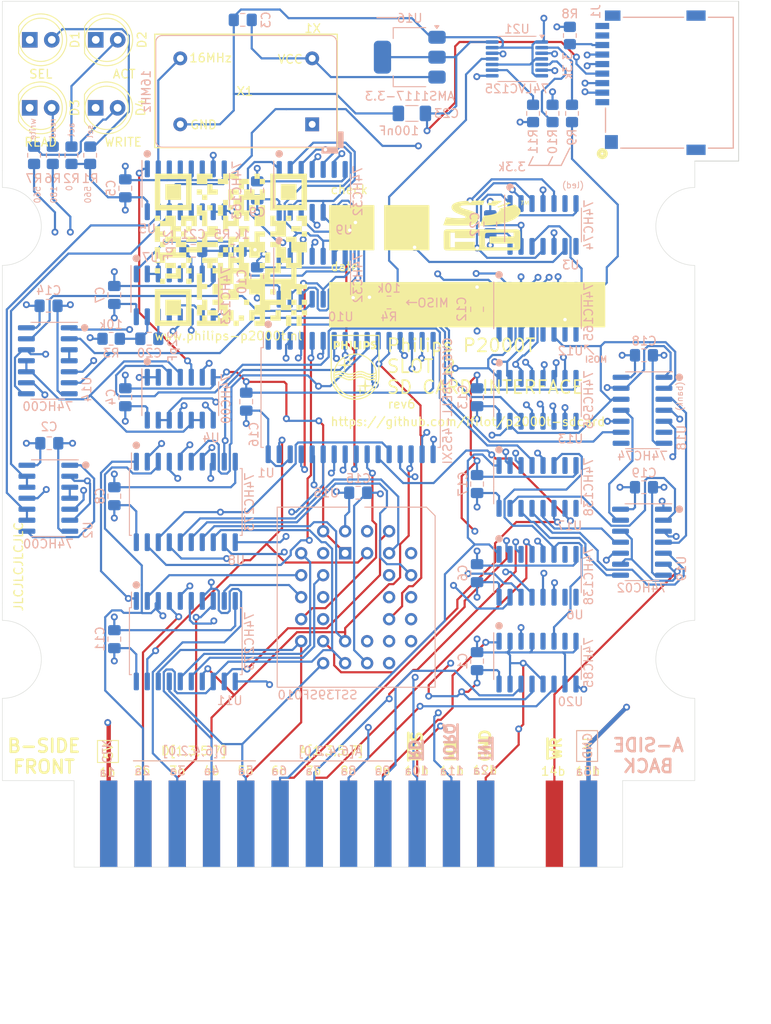
<source format=kicad_pcb>
(kicad_pcb (version 20240108) (generator "pcbnew") (generator_version "8.0")
  (title_block (title "Philips P2000T SD-CARD SLOT2 cartridge") (date "2024-05-26") (rev "rev6"))
  (layers (0 "F.Cu" signal) (1 "In1.Cu" signal) (2 "In2.Cu" signal) (31 "B.Cu" signal) (34 "B.Paste" user) (35 "F.Paste" user) (36 "B.SilkS" user "B.Silkscreen") (37 "F.SilkS" user "F.Silkscreen") (38 "B.Mask" user) (39 "F.Mask" user) (44 "Edge.Cuts" user))
  (net 0 "")
  (net 1 "VCC")
  (net 2 "Net-(U7A-RCext)")
  (net 3 "~{RES}")
  (net 4 "CA0")
  (net 5 "D0")
  (net 6 "D1")
  (net 7 "CA1")
  (net 8 "CA2")
  (net 9 "D2")
  (net 10 "D3")
  (net 11 "CA3")
  (net 12 "GND")
  (net 13 "CA4")
  (net 14 "D4")
  (net 15 "D5")
  (net 16 "CA5")
  (net 17 "CA6")
  (net 18 "D6")
  (net 19 "D7")
  (net 20 "CA7")
  (net 21 "CA8")
  (net 22 "CA9")
  (net 23 "CA10")
  (net 24 "CA11")
  (net 25 "Net-(U7A-Cext)")
  (net 26 "CA12")
  (net 27 "CA13")
  (net 28 "CA14")
  (net 29 "CA15")
  (net 30 "Net-(U7B-RCext)")
  (net 31 "~{RD}")
  (net 32 "~{WR}")
  (net 33 "Net-(U7B-Cext)")
  (net 34 "16MHz")
  (net 35 "Net-(D1-A)")
  (net 36 "Net-(D1-K)")
  (net 37 "Net-(D2-A)")
  (net 38 "Net-(D2-K)")
  (net 40 "~{CS}")
  (net 41 "CLK")
  (net 42 "MOSI")
  (net 43 "MISO")
  (net 44 "A1")
  (net 45 "A5")
  (net 46 "A7")
  (net 49 "~{IORQ}")
  (net 50 "A6")
  (net 51 "A4")
  (net 52 "A2")
  (net 53 "A0")
  (net 54 "Net-(D3-A)")
  (net 55 "Net-(R4-Pad1)")
  (net 56 "Net-(U17-E1)")
  (net 60 "Net-(D4-A)")
  (net 64 "~{CLKSTOP}")
  (net 65 "SD_SPI")
  (net 66 "Net-(U2-Pad3)")
  (net 67 "~{CLKSTART_DB}")
  (net 68 "CLKSTOP")
  (net 69 "~{CLK}")
  (net 70 "Net-(U17-E3)")
  (net 71 "Net-(U7A-Q)")
  (net 72 "CS")
  (net 75 "Net-(U8-Cp)")
  (net 76 "Net-(U11-Cp)")
  (net 77 "~{S4}")
  (net 78 "~{S3}")
  (net 79 "~{S2}")
  (net 80 "~{S1}")
  (net 81 "~{CLKSTART}")
  (net 82 "~{SER_RD}")
  (net 83 "Net-(U4-Pad12)")
  (net 84 "~{SDOUT_SET}")
  (net 85 "~{SDOUT_RESET}")
  (net 86 "~{SER_WR}")
  (net 87 "~{SDCS_SET}")
  (net 88 "~{SDCS_RESET}")
  (net 89 "Net-(U14-Pad3)")
  (net 92 "A3")
  (net 93 "~{S13}")
  (net 94 "ROM16")
  (net 95 "~{S14}")
  (net 96 "RAM16")
  (net 100 "~{S12}")
  (net 101 "~{S11}")
  (net 102 "~{S10}")
  (net 103 "~{S9}")
  (net 104 "Net-(U18A-C)")
  (net 107 "Net-(U18B-C)")
  (net 111 "Net-(U3A-Q)")
  (net 112 "Net-(U3B-Q)")
  (net 113 "LED_SEL")
  (net 114 "~{S5}")
  (net 117 "+3V3")
  (net 118 "DI_LLS")
  (net 119 "SCK_LLS")
  (net 121 "D0_LLS")
  (net 124 "CS_LLS")
  (net 125 "Net-(R8-Pad2)")
  (net 126 "Net-(R9-Pad2)")
  (net 127 "Net-(R10-Pad2)")
  (net 128 "Net-(R11-Pad2)")
  (footprint "LED_THT:LED_D5.0mm" (layer "F.Cu") (at 24.76 22.225)
    (property "Reference" "D1")
    (property "Value" "SEL")
  )
  (footprint "LED_THT:LED_D5.0mm" (layer "F.Cu") (at 32.366 30.085)
    (property "Reference" "D4")
    (property "Value" "WRITE")
  )
  (footprint "LED_THT:LED_D5.0mm" (layer "F.Cu") (at 24.746 30.085)
    (property "Reference" "D3")
    (property "Value" "READ")
  )
  (footprint "components:sdcard_logo" (layer "F.Cu") (at 77.451 43.674)
    (property "Reference" "G004")
    (property "Value" "LOGO" (hide yes))
  )
  (footprint "LED_THT:LED_D5.0mm" (layer "F.Cu") (at 32.38 22.225)
    (property "Reference" "D2")
    (property "Value" "ACT")
  )
  (footprint "components:philips_logo" (layer "F.Cu") (at 62.338 60.057)
    (property "Reference" "G003")
    (property "Value" "LOGO" (hide yes))
  )
  (footprint "components:qrcode" (layer "F.Cu") (at 47.987 46.468)
    (property "Reference" "G002")
    (property "Value" "LOGO" (hide yes))
  )
  (footprint "Capacitor_SMD:C_0805_2012Metric_Pad1.18x1.45mm_HandSolder" (layer "B.Cu") (at 35.795 63.5075 90)
    (property "Reference" "C4")
    (property "Value" "0.1uF")
  )
  (footprint "Package_SO:SSOP-32_11.305x20.495mm_P1.27mm" (layer "B.Cu") (at 61.83 63.54 -90)
    (property "Reference" "U1")
    (property "Value" " CY62128ELL-45SXI")
  )
  (footprint "Capacitor_SMD:C_0805_2012Metric_Pad1.18x1.45mm_HandSolder" (layer "B.Cu") (at 62.6975 74.535)
    (property "Reference" "C15")
    (property "Value" "0.1uF")
  )
  (footprint "Capacitor_SMD:C_0805_2012Metric_Pad1.18x1.45mm_HandSolder" (layer "B.Cu") (at 34.525 91.4475 90)
    (property "Reference" "C11")
    (property "Value" "0.1uF")
  )
  (footprint "Package_SO:SOIC-16_3.9x9.9mm_P1.27mm" (layer "B.Cu") (at 83.42 63.805 -90)
    (property "Reference" "U13")
    (property "Value" "74HC595")
  )
  (footprint "Package_LCC:PLCC-32_THT-Socket" (layer "B.Cu") (at 61.195 81.52 180)
    (property "Reference" "U15")
    (property "Value" "SST39SF010")
  )
  (footprint "Capacitor_SMD:C_0805_2012Metric_Pad1.18x1.45mm_HandSolder" (layer "B.Cu") (at 26.9265 52.945)
    (property "Reference" "C14")
    (property "Value" "0.1uF")
  )
  (footprint "Resistor_SMD:R_0805_2012Metric_Pad1.20x1.40mm_HandSolder" (layer "B.Cu") (at 27.413 35.562 90)
    (property "Reference" "R6")
    (property "Value" "180")
  )
  (footprint "Package_SO:SOIC-16_3.9x9.9mm_P1.27mm" (layer "B.Cu") (at 83.42 94.155 -90)
    (property "Reference" "U20")
    (property "Value" "74HC85")
  )
  (footprint "Capacitor_SMD:C_0805_2012Metric_Pad1.18x1.45mm_HandSolder" (layer "B.Cu") (at 49.765 64.0155 90)
    (property "Reference" "C16")
    (property "Value" "0.1uF")
  )
  (footprint "Package_SO:SO-14_3.9x8.65mm_P1.27mm" (layer "B.Cu") (at 84.055 43.612 -90)
    (property "Reference" "U3")
    (property "Value" "74HC74")
  )
  (footprint "Package_SO:SO-14_3.9x8.65mm_P1.27mm" (layer "B.Cu") (at 95.55 65.01 180)
    (property "Reference" "U18")
    (property "Value" "74HC74")
  )
  (footprint "Package_SO:SOIC-16_3.9x9.9mm_P1.27mm" (layer "B.Cu") (at 83.42 84.125 -90)
    (property "Reference" "U6")
    (property "Value" "74HC138")
  )
  (footprint "Capacitor_SMD:C_0805_2012Metric_Pad1.18x1.45mm_HandSolder" (layer "B.Cu") (at 51.035 39.61 90)
    (property "Reference" "C9")
    (property "Value" "0.1uF")
  )
  (footprint "Resistor_SMD:R_0805_2012Metric_Pad1.20x1.40mm_HandSolder" (layer "B.Cu") (at 66.259 52.564)
    (property "Reference" "R4")
    (property "Value" "10k")
  )
  (footprint "Capacitor_SMD:C_0805_2012Metric_Pad1.18x1.45mm_HandSolder" (layer "B.Cu") (at 76.435 83.8275 90)
    (property "Reference" "C6")
    (property "Value" "0.1uF")
  )
  (footprint "Resistor_SMD:R_0805_2012Metric_Pad1.20x1.40mm_HandSolder" (layer "B.Cu") (at 87.155 21.73 90)
    (property "Reference" "R8")
    (property "Value" "3.3k")
  )
  (footprint "Package_SO:SOIC-20W_7.5x12.8mm_P1.27mm" (layer "B.Cu") (at 42.78 91.68 -90)
    (property "Reference" "U11")
    (property "Value" "74HC273")
  )
  (footprint "Capacitor_SMD:C_1206_3216Metric_Pad1.33x1.80mm_HandSolder" (layer "B.Cu") (at 68.905 30.73 180)
    (property "Reference" "C23")
    (property "Value" "100nF")
  )
  (footprint "Resistor_SMD:R_0805_2012Metric_Pad1.20x1.40mm_HandSolder" (layer "B.Cu") (at 25.254 35.562 90)
    (property "Reference" "R7")
    (property "Value" "560")
  )
  (footprint "Resistor_SMD:R_0805_2012Metric_Pad1.20x1.40mm_HandSolder" (layer "B.Cu") (at 87.405 30.73 90)
    (property "Reference" "R9")
    (property "Value" "3.3k")
  )
  (footprint "Package_TO_SOT_SMD:SOT-223-3_TabPin2" (layer "B.Cu") (at 68.655 24.23 180)
    (property "Reference" "U16")
    (property "Value" "AMS1117-3.3")
  )
  (footprint "Package_SO:SOIC-16_3.9x9.9mm_P1.27mm" (layer "B.Cu") (at 83.42 53.645 -90)
    (property "Reference" "U12")
    (property "Value" "74HC165")
  )
  (footprint "Package_SO:SOIC-20W_7.5x12.8mm_P1.27mm" (layer "B.Cu") (at 42.78 75.6 -90)
    (property "Reference" "U8")
    (property "Value" "74HC273")
  )
  (footprint "Resistor_SMD:R_0805_2012Metric_Pad1.20x1.40mm_HandSolder" (layer "B.Cu") (at 48.225 46.595)
    (property "Reference" "R5")
    (property "Value" "1k")
  )
  (footprint "Package_SO:SOIC-16_3.9x9.9mm_P1.27mm" (layer "B.Cu") (at 42.78 39.61 -90)
    (property "Reference" "U5")
    (property "Value" "74HC163")
  )
  (footprint "Capacitor_SMD:C_0805_2012Metric_Pad1.18x1.45mm_HandSolder" (layer "B.Cu") (at 76.435 63.5075 90)
    (property "Reference" "C13")
    (property "Value" "0.1uF")
  )
  (footprint "Resistor_SMD:R_0805_2012Metric_Pad1.20x1.40mm_HandSolder" (layer "B.Cu") (at 31.731 35.562 -90)
    (property "Reference" "R1")
    (property "Value" "560")
  )
  (footprint "Package_SO:SO-14_3.9x8.65mm_P1.27mm" (layer "B.Cu") (at 42.145 63.675 -90)
    (property "Reference" "U4")
    (property "Value" "74HC00")
  )
  (footprint "Package_SO:SO-14_3.9x8.65mm_P1.27mm" (layer "B.Cu") (at 95.485 80.25 180)
    (property "Reference" "U19")
    (property "Value" "74HC02")
  )
  (footprint "Resistor_SMD:R_0805_2012Metric_Pad1.20x1.40mm_HandSolder" (layer "B.Cu") (at 29.572 35.562 -90)
    (property "Reference" "R2")
    (property "Value" "0")
  )
  (footprint "Capacitor_SMD:C_0805_2012Metric_Pad1.18x1.45mm_HandSolder" (layer "B.Cu") (at 76.435 73.5325 90)
    (property "Reference" "C17")
    (property "Value" "0.1uF")
  )
  (footprint "Package_SO:SO-14_3.9x8.65mm_P1.27mm" (layer "B.Cu") (at 57.385 49.705 -90)
    (property "Reference" "U10")
    (property "Value" "74HC32")
  )
  (footprint "Capacitor_SMD:C_0805_2012Metric_Pad1.18x1.45mm_HandSolder" (layer "B.Cu") (at 51.035 49.5375 90)
    (property "Reference" "C10")
    (property "Value" "0.1uF")
  )
  (footprint "Capacitor_SMD:C_0805_2012Metric_Pad1.18x1.45mm_HandSolder" (layer "B.Cu") (at 76.435 93.9875 90)
    (property "Reference" "C1")
    (property "Value" "0.1uF")
  )
  (footprint "components:p2000t_cartridge_edge" (layer "B.Cu") (at 61.595 112.776)
    (property "Reference" "J2")
    (property "Value" "P2000T Port 2")
  )
  (footprint "Capacitor_SMD:C_0805_2012Metric_Pad1.18x1.45mm_HandSolder" (layer "B.Cu") (at 34.525 74.9375 90)
    (property "Reference" "C8")
    (property "Value" "0.1uF")
  )
  (footprint "Capacitor_SMD:C_0805_2012Metric_Pad1.18x1.45mm_HandSolder" (layer "B.Cu") (at 95.7175 73.9)
    (property "Reference" "C19")
    (property "Value" "0.1uF")
  )
  (footprint "Package_SO:SOIC-16_3.9x9.9mm_P1.27mm" (layer "B.Cu") (at 83.42 73.865 -90)
    (property "Reference" "U17")
    (property "Value" "74HC138")
  )
  (footprint "Package_SO:SO-14_3.9x8.65mm_P1.27mm" (layer "B.Cu") (at 26.84 59.295 180)
    (property "Reference" "U14")
    (property "Value" "74HC00")
  )
  (footprint "Capacitor_SMD:C_0805_2012Metric_Pad1.18x1.45mm_HandSolder" (layer "B.Cu") (at 35.795 39.3775 90)
    (property "Reference" "C5")
    (property "Value" "0.1uF")
  )
  (footprint "Package_SO:TSSOP-14_4.4x5mm_P0.65mm" (layer "B.Cu") (at 81.0425 24.43 180)
    (property "Reference" "U21")
    (property "Value" "74LVC125")
  )
  (footprint "Capacitor_SMD:C_0805_2012Metric_Pad1.18x1.45mm_HandSolder" (layer "B.Cu") (at 43.6475 46.595)
    (property "Reference" "C21")
    (property "Value" "22pF")
  )
  (footprint "Resistor_SMD:R_0805_2012Metric_Pad1.20x1.40mm_HandSolder" (layer "B.Cu") (at 85.155 30.73 -90)
    (property "Reference" "R10")
    (property "Value" "3.3k")
  )
  (footprint "Capacitor_SMD:C_0805_2012Metric_Pad1.18x1.45mm_HandSolder" (layer "B.Cu") (at 95.7175 58.66)
    (property "Reference" "C18")
    (property "Value" "0.1uF")
  )
  (footprint "Resistor_SMD:R_0805_2012Metric_Pad1.20x1.40mm_HandSolder" (layer "B.Cu") (at 34.16 56.755)
    (property "Reference" "R3")
    (property "Value" "10k")
  )
  (footprint "Capacitor_SMD:C_0805_2012Metric_Pad1.18x1.45mm_HandSolder" (layer "B.Cu") (at 34.525 51.6965 90)
    (property "Reference" "C7")
    (property "Value" "0.1uF")
  )
  (footprint "components:CONN9_MSD-1_CUD" (layer "B.Cu") (at 98.655 27.180008 -90)
    (property "Reference" "J1")
    (property "Value" "Micro_SD_Card_Det1")
  )
  (footprint "Capacitor_SMD:C_0805_2012Metric_Pad1.18x1.45mm_HandSolder" (layer "B.Cu") (at 38.5675 56.755 180)
    (property "Reference" "C20")
    (property "Value" "22pF")
  )
  (footprint "Capacitor_SMD:C_0805_2012Metric_Pad1.18x1.45mm_HandSolder" (layer "B.Cu") (at 49.3625 19.925 180)
    (property "Reference" "C3")
    (property "Value" "0.1uF")
  )
  (footprint "Package_SO:SO-14_3.9x8.65mm_P1.27mm" (layer "B.Cu") (at 57.385 39.675 -90)
    (property "Reference" "U9")
    (property "Value" "74HC32")
  )
  (footprint "Package_SO:SOIC-16_3.9x9.9mm_P1.27mm" (layer "B.Cu") (at 41.51 51.74 -90)
    (property "Reference" "U7")
    (property "Value" "74HC123")
  )
  (footprint "Oscillator:Oscillator_DIP-14" (layer "B.Cu") (at 57.385 31.99 180)
    (property "Reference" "X1")
    (property "Value" "16MHz")
  )
  (footprint "Resistor_SMD:R_0805_2012Metric_Pad1.20x1.40mm_HandSolder" (layer "B.Cu") (at 82.905 30.73 90)
    (property "Reference" "R11")
    (property "Value" "3.3k")
  )
  (footprint "Package_SO:SO-14_3.9x8.65mm_P1.27mm" (layer "B.Cu") (at 26.905 75.17 180)
    (property "Reference" "U2")
    (property "Value" "74HC00")
  )
  (footprint "Capacitor_SMD:C_0805_2012Metric_Pad1.18x1.45mm_HandSolder" (layer "B.Cu") (at 27.0105 68.82)
    (property "Reference" "C2")
    (property "Value" "0.1uF")
  )
  (footprint "Capacitor_SMD:C_0805_2012Metric_Pad1.18x1.45mm_HandSolder" (layer "B.Cu") (at 76.435 53.3475 90)
    (property "Reference" "C12")
    (property "Value" "0.1uF")
  )
  (footprint "Capacitor_SMD:C_0805_2012Metric_Pad1.18x1.45mm_HandSolder" (layer "B.Cu") (at 77.959 43.5255 90)
    (property "Reference" "C22")
    (property "Value" "0.1uF")
  )
  (gr_line (start 84.655 36.73) (end 85.155 35.73) (stroke (width 0.15)) (layer "B.SilkS"))
  (gr_line (start 69.45 52.564) (end 68.307 52.564) (stroke (width 0.15)) (layer "B.SilkS"))
  (gr_circle (center 31.096 55.485) (end 31.096 55.12579) (stroke (width 0.15)) (fill solid) (layer "B.SilkS"))
  (gr_line (start 86.155 36.73) (end 86.655 35.73) (stroke (width 0.15)) (layer "B.SilkS"))
  (gr_circle (center 99.803 76.44) (end 99.803 76.08079) (stroke (width 0.15)) (fill solid) (layer "B.SilkS"))
  (gr_line (start 84.655 36.73) (end 86.155 36.73) (stroke (width 0.15)) (layer "B.SilkS"))
  (gr_line (start 82.405 36.73) (end 82.905 35.73) (stroke (width 0.15)) (layer "B.SilkS"))
  (gr_circle (center 78.975 69.56021) (end 78.975 69.201) (stroke (width 0.15)) (fill solid) (layer "B.SilkS"))
  (gr_line (start 89.897 58.533) (end 88.881 57.517) (stroke (width 0.15)) (layer "B.SilkS"))
  (gr_line (start 88.881 57.517) (end 88.881 57.898) (stroke (width 0.15)) (layer "B.SilkS"))
  (gr_circle (center 37.065 85.18121) (end 37.065 84.822) (stroke (width 0.15)) (fill solid) (layer "B.SilkS"))
  (gr_circle (center 53.575 45.43021) (end 53.575 45.071) (stroke (width 0.15)) (fill solid) (layer "B.SilkS"))
  (gr_circle (center 78.975 59.52721) (end 78.975 59.168) (stroke (width 0.15)) (fill solid) (layer "B.SilkS"))
  (gr_circle (center 80.245 39.25079) (end 80.245 38.89158) (stroke (width 0.15)) (fill solid) (layer "B.SilkS"))
  (gr_rect (start 58.528 34.784) (end 60.306 35.292) (stroke (width 0.15)) (fill solid) (layer "B.SilkS"))
  (gr_line (start 82.405 36.73) (end 84.655 36.73) (stroke (width 0.15)) (layer "B.SilkS"))
  (gr_circle (center 38.335 35.39721) (end 38.335 35.038) (stroke (width 0.15)) (fill solid) (layer "B.SilkS"))
  (gr_line (start 88.881 57.517) (end 89.262 57.517) (stroke (width 0.15)) (layer "B.SilkS"))
  (gr_circle (center 31.223 71.33821) (end 31.223 70.979) (stroke (width 0.15)) (fill solid) (layer "B.SilkS"))
  (gr_circle (center 99.803 61.2) (end 99.803 60.84079) (stroke (width 0.15)) (fill solid) (layer "B.SilkS"))
  (gr_circle (center 78.975 89.902) (end 78.975 89.54279) (stroke (width 0.15)) (fill solid) (layer "B.SilkS"))
  (gr_line (start 90.3531 102.0126) (end 90.3531 105.5686) (stroke (width 0.12)) (layer "B.SilkS"))
  (gr_line (start 68.307 52.564) (end 68.561 52.818) (stroke (width 0.15)) (layer "B.SilkS"))
  (gr_circle (center 52.305 55.08221) (end 52.305 54.723) (stroke (width 0.15)) (fill solid) (layer "B.SilkS"))
  (gr_line (start 87.9401 105.5686) (end 87.9401 102.0126) (stroke (width 0.12)) (layer "B.SilkS"))
  (gr_line (start 87.9401 102.0126) (end 90.3531 102.0126) (stroke (width 0.12)) (layer "B.SilkS"))
  (gr_circle (center 37.065 47.46221) (end 37.065 47.103) (stroke (width 0.15)) (fill solid) (layer "B.SilkS"))
  (gr_line (start 66.6445 105.5118) (end 52.5452 105.5118) (stroke (width 0.12)) (layer "B.SilkS"))
  (gr_line (start 86.655 35.73) (end 87.155 34.73) (stroke (width 0.15)) (layer "B.SilkS"))
  (gr_circle (center 38.335 59.40021) (end 38.335 59.041) (stroke (width 0.15)) (fill solid) (layer "B.SilkS"))
  (gr_line (start 68.307 52.564) (end 68.561 52.31) (stroke (width 0.15)) (layer "B.SilkS"))
  (gr_circle (center 37.065 69.05221) (end 37.065 68.693) (stroke (width 0.15)) (fill solid) (layer "B.SilkS"))
  (gr_circle (center 53.575 35.39721) (end 53.575 35.038) (stroke (width 0.15)) (fill solid) (layer "B.SilkS"))
  (gr_rect (start 60.433 32.879) (end 60.941 34.657) (stroke (width 0.15)) (fill solid) (layer "B.SilkS"))
  (gr_line (start 90.3531 105.5686) (end 87.9401 105.5686) (stroke (width 0.12)) (layer "B.SilkS"))
  (gr_circle (center 78.975 79.84721) (end 78.975 79.488) (stroke (width 0.15)) (fill solid) (layer "B.SilkS"))
  (gr_circle (center 78.975 49.36721) (end 78.975 49.008) (stroke (width 0.15)) (fill solid) (layer "B.SilkS"))
  (gr_line (start 50.8307 105.4991) (end 36.7337 105.4991) (stroke (width 0.12)) (layer "B.SilkS"))
  (gr_line (start 64.878 19.671) (end 67.164 19.671) (stroke (width 0.15)) (layer "B.SilkS"))
  (gr_line (start 32.5808 103.1496) (end 32.5808 105.6896) (stroke (width 0.12)) (layer "F.SilkS"))
  (gr_line (start 90.3531 105.5626) (end 90.3531 102.0066) (stroke (width 0.12)) (layer "F.SilkS"))
  (gr_line (start 34.9938 103.1496) (end 32.5808 103.1496) (stroke (width 0.12)) (layer "F.SilkS"))
  (gr_line (start 36.7337 105.4991) (end 50.8307 105.4991) (stroke (width 0.12)) (layer "F.SilkS"))
  (gr_line (start 32.5808 105.6896) (end 34.9938 105.6896) (stroke (width 0.12)) (layer "F.SilkS"))
  (gr_line (start 52.5452 105.5118) (end 66.6445 105.5118) (stroke (width 0.12)) (layer "F.SilkS"))
  (gr_rect (start 59.417 50.278) (end 91.167 55.358) (stroke (width 0.15)) (fill solid) (layer "F.SilkS"))
  (gr_rect (start 59.417 41.388) (end 64.497 46.468) (stroke (width 0.15)) (fill solid) (layer "F.SilkS"))
  (gr_line (start 90.3531 102.0066) (end 87.9401 102.0066) (stroke (width 0.12)) (layer "F.SilkS"))
  (gr_line (start 87.9401 102.0066) (end 87.9401 105.5626) (stroke (width 0.12)) (layer "F.SilkS"))
  (gr_rect (start 65.767 41.388) (end 70.847 46.468) (stroke (width 0.15)) (fill solid) (layer "F.SilkS"))
  (gr_line (start 87.9401 105.5626) (end 90.3531 105.5626) (stroke (width 0.12)) (layer "F.SilkS"))
  (gr_line (start 34.9938 105.6896) (end 34.9938 103.1496) (stroke (width 0.12)) (layer "F.SilkS"))
  (gr_rect (start 39.1986 21.576) (end 60.2806 34.6824) (stroke (width 0.15)) (fill none) (layer "F.SilkS"))
  (gr_line (start 21.59 37.28) (end 21.59 32.78) (stroke (width 0.05)) (layer "Edge.Cuts"))
  (gr_line (start 93.59 107.78) (end 101.59 107.78) (stroke (width 0.05)) (layer "Edge.Cuts"))
  (gr_line (start 21.59 107.78) (end 21.59 100.78) (stroke (width 0.05)) (layer "Edge.Cuts"))
  (gr_line (start 21.59 39.28) (end 21.59 37.28) (stroke (width 0.05)) (layer "Edge.Cuts"))
  (gr_line (start 61.59 17.78) (end 21.59 17.78) (stroke (width 0.05)) (layer "Edge.Cuts"))
  (gr_arc (start 101.59 98.28) (mid 97.09 93.78) (end 101.59 89.28) (stroke (width 0.05)) (layer "Edge.Cuts"))
  (gr_arc (start 21.59 39.28) (mid 26.09 43.78) (end 21.59 48.28) (stroke (width 0.05)) (layer "Edge.Cuts"))
  (gr_line (start 21.59 17.78) (end 21.59 32.78) (stroke (width 0.05)) (layer "Edge.Cuts"))
  (gr_line (start 101.590001 57.080001) (end 101.590001 68.48) (stroke (width 0.05)) (layer "Edge.Cuts"))
  (gr_line (start 21.59 82.78) (end 21.59 87.28) (stroke (width 0.05)) (layer "Edge.Cuts"))
  (gr_line (start 101.59 100.78) (end 101.59 98.28) (stroke (width 0.05)) (layer "Edge.Cuts"))
  (gr_line (start 101.59 83.68) (end 101.59 74.092) (stroke (width 0.05)) (layer "Edge.Cuts"))
  (gr_line (start 21.59 89.28) (end 21.59 87.78) (stroke (width 0.05)) (layer "Edge.Cuts"))
  (gr_line (start 93.251 117.78) (end 29.878 117.78) (stroke (width 0.05)) (layer "Edge.Cuts"))
  (gr_line (start 101.59 48.38) (end 101.59 48.28) (stroke (width 0.05)) (layer "Edge.Cuts"))
  (gr_line (start 93.251 107.78) (end 93.59 107.78) (stroke (width 0.05)) (layer "Edge.Cuts"))
  (gr_line (start 101.590001 57.080001) (end 101.59 51.48) (stroke (width 0.05)) (layer "Edge.Cuts"))
  (gr_line (start 101.59 89.28) (end 101.59 83.68) (stroke (width 0.05)) (layer "Edge.Cuts"))
  (gr_line (start 21.59 82.78) (end 21.59 48.28) (stroke (width 0.05)) (layer "Edge.Cuts"))
  (gr_line (start 29.878 117.78) (end 29.878 107.78) (stroke (width 0.05)) (layer "Edge.Cuts"))
  (gr_line (start 106.655 17.78) (end 106.655 36.23) (stroke (width 0.1)) (layer "Edge.Cuts"))
  (gr_line (start 29.59 107.78) (end 21.59 107.78) (stroke (width 0.05)) (layer "Edge.Cuts"))
  (gr_line (start 106.655 36.23) (end 101.59 36.23) (stroke (width 0.1)) (layer "Edge.Cuts"))
  (gr_line (start 101.59 107.78) (end 101.59 100.78) (stroke (width 0.05)) (layer "Edge.Cuts"))
  (gr_line (start 29.878 107.78) (end 29.59 107.78) (stroke (width 0.05)) (layer "Edge.Cuts"))
  (gr_line (start 101.59 74.092) (end 101.590001 68.48) (stroke (width 0.05)) (layer "Edge.Cuts"))
  (gr_line (start 101.59 39.28) (end 101.59 36.23) (stroke (width 0.05)) (layer "Edge.Cuts"))
  (gr_line (start 93.251 117.78) (end 93.251 107.78) (stroke (width 0.05)) (layer "Edge.Cuts"))
  (gr_arc (start 21.59 89.28) (mid 26.09 93.78) (end 21.59 98.28) (stroke (width 0.05)) (layer "Edge.Cuts"))
  (gr_line (start 21.59 100.78) (end 21.59 98.28) (stroke (width 0.05)) (layer "Edge.Cuts"))
  (gr_line (start 21.59 87.78) (end 21.59 87.28) (stroke (width 0.05)) (layer "Edge.Cuts"))
  (gr_arc (start 101.59 48.28) (mid 97.09 43.78) (end 101.59 39.28) (stroke (width 0.05)) (layer "Edge.Cuts"))
  (gr_line (start 101.59 48.38) (end 101.59 51.48) (stroke (width 0.05)) (layer "Edge.Cuts"))
  (gr_line (start 61.59 17.78) (end 106.655 17.78) (stroke (width 0.05)) (layer "Edge.Cuts"))
  (gr_text "D[6,4,2,0]" (at 43.8457 104.3561 0) (layer "B.SilkS") (effects (font (size 1 1)) (justify mirror)))
  (gr_text "(bank)" (at 100.255 61.63 90) (layer "B.SilkS") (effects (font (size 0.7 0.7) (thickness 0.1)) (justify left bottom mirror)))
  (gr_text "A-SIDE\nBACK" (at 96.2101 104.9022 0) (layer "B.SilkS") (effects (font (size 1.5 1.5) (thickness 0.3)) (justify mirror)))
  (gr_text "12a" (at 77.3356 106.5786 0) (layer "B.SilkS") (effects (font (size 1 1)) (justify mirror)))
  (gr_text "15a" (at 89.2101 106.7056 0) (layer "B.SilkS") (effects (font (size 1 1)) (justify mirror)))
  (gr_text "A[6,4,2,0]" (at 59.4563 104.3815 0) (layer "B.SilkS") (effects (font (size 1 1)) (justify mirror)))
  (gr_text "11a" (at 73.5002 106.6548 0) (layer "B.SilkS") (effects (font (size 1 1)) (justify mirror)))
  (gr_text "3.3k" (at 82.155 37.48 0) (layer "B.SilkS") (effects (font (size 1 1)) (justify left bottom mirror)))
  (gr_text "5a" (at 49.6877 106.6421 0) (layer "B.SilkS") (effects (font (size 1 1)) (justify mirror)))
  (gr_text "act" (at 29.953 31.736 90) (layer "B.SilkS") (effects (font (size 0.7 0.7) (thickness 0.1)) (justify left bottom mirror)))
  (gr_text "6a" (at 53.5612 106.6548 0) (layer "B.SilkS") (effects (font (size 1 1)) (justify mirror)))
  (gr_text "MOSI" (at 91.548 59.549 0) (layer "B.SilkS") (effects (font (size 0.7 0.7)) (justify left bottom mirror)))
  (gr_text "CLK" (at 33.6138 104.4396 -90) (layer "B.SilkS") (effects (font (size 1 1)) (justify mirror)))
  (gr_text "sel" (at 32.112 31.99 90) (layer "B.SilkS") (effects (font (size 0.7 0.7) (thickness 0.1)) (justify left bottom mirror)))
  (gr_text "read" (at 27.794 31.228 90) (layer "B.SilkS") (effects (font (size 0.7 0.7) (thickness 0.1)) (justify left bottom mirror)))
  (gr_text "(led)" (at 88.855 39.43 0) (layer "B.SilkS") (effects (font (size 0.7 0.7) (thickness 0.1)) (justify left bottom mirror)))
  (gr_text "2a" (at 37.7497 106.6421 0) (layer "B.SilkS") (effects (font (size 1 1)) (justify mirror)))
  (gr_text "~{IORQ}" (at 73.18385 103.3147 -90) (layer "B.SilkS") (effects (font (size 1.2 1.2) (thickness 0.3)) (justify mirror)))
  (gr_text "9a" (at 65.4992 106.6548 0) (layer "B.SilkS") (effects (font (size 1 1)) (justify mirror)))
  (gr_text "4a" (at 45.7507 106.6421 0) (layer "B.SilkS") (effects (font (size 1 1)) (justify mirror)))
  (gr_text "3a" (at 41.8137 106.6421 0) (layer "B.SilkS") (effects (font (size 1 1)) (justify mirror)))
  (gr_text "8a" (at 61.5622 106.6548 0) (layer "B.SilkS") (effects (font (size 1 1)) (justify mirror)))
  (gr_text "~{RD}" (at 69.1591 104.257557 -90) (layer "B.SilkS") (effects (font (size 1.2 1.2) (thickness 0.3)) (justify mirror)))
  (gr_text "10a" (at 69.4362 106.6548 0) (layer "B.SilkS") (effects (font (size 1 1)) (justify mirror)))
  (gr_text "1a" (at 33.7108 106.8326 0) (layer "B.SilkS") (effects (font (size 1 1)) (justify mirror)))
  (gr_text "7a" (at 57.4982 106.6548 0) (layer "B.SilkS") (effects (font (size 1 1)) (justify mirror)))
  (gr_text "GND" (at 89.2101 103.7906 90) (layer "B.SilkS") (effects (font (size 1 1)) (justify mirror)))
  (gr_text "~{INT}" (at 77.2086 104.086128 -90) (layer "B.SilkS") (effects (font (size 1.2 1.2) (thickness 0.3)) (justify mirror)))
  (gr_text "write" (at 25.508 31.228 90) (layer "B.SilkS") (effects (font (size 0.7 0.7) (thickness 0.1)) (justify left bottom mirror)))
  (gr_text "MISO" (at 73.26 53.199 0) (layer "B.SilkS") (effects (font (size 1 1)) (justify left bottom mirror)))
  (gr_text "GND" (at 89.2101 103.7846 90) (layer "F.SilkS") (effects (font (size 1 1))))
  (gr_text "5V" (at 33.8508 104.4196 90) (layer "F.SilkS") (effects (font (size 1 1))))
  (gr_text "M1" (at 73.43035 104.317928 90) (layer "F.SilkS") (effects (font (size 1.2 1.2) (thickness 0.3))))
  (gr_text "12b" (at 77.3356 106.5786 0) (layer "F.SilkS") (effects (font (size 1 1))))
  (gr_text "Philips P2000T\nSLOT 2\nSD CARD INTERFACE" (at 65.894 59.93 0) (layer "F.SilkS") (effects (font (size 1.5 1.5) (thickness 0.2)) (justify left)))
  (gr_text "5b" (at 49.6877 106.6421 0) (layer "F.SilkS") (effects (font (size 1 1))))
  (gr_text "3b" (at 41.8137 106.6421 0) (layer "F.SilkS") (effects (font (size 1 1))))
  (gr_text "9b" (at 65.4992 106.6548 0) (layer "F.SilkS") (effects (font (size 1 1))))
  (gr_text "14b" (at 85.235 106.7056 0) (layer "F.SilkS") (effects (font (size 1 1))))
  (gr_text "15b" (at 89.2101 106.7056 0) (layer "F.SilkS") (effects (font (size 1 1))))
  (gr_text "7b" (at 57.4982 106.6548 0) (layer "F.SilkS") (effects (font (size 1 1))))
  (gr_text "1b" (at 33.7238 106.8326 0) (layer "F.SilkS") (effects (font (size 1 1))))
  (gr_text "11b" (at 73.5002 106.6548 0) (layer "F.SilkS") (effects (font (size 1 1))))
  (gr_text "check" (at 59.417 40.118 0) (layer "F.SilkS") (effects (font (size 1 1)) (justify left bottom)))
  (gr_text "JLCJLCJLCJLC" (at 23.4645 83.0709 90) (layer "F.SilkS") (effects (font (size 1 1))))
  (gr_text "GND" (at 44.8374 32.0408 0) (layer "F.SilkS") (effects (font (size 1 1))))
  (gr_text "10b" (at 69.4362 106.6548 0) (layer "F.SilkS") (effects (font (size 1 1))))
  (gr_text "16MHz" (at 45.6502 24.3192 0) (layer "F.SilkS") (effects (font (size 1 1))))
  (gr_text "6b" (at 53.5612 106.6548 0) (layer "F.SilkS") (effects (font (size 1 1))))
  (gr_text "www.philips-p2000t.nl" (at 39.097 57.009 0) (layer "F.SilkS") (effects (font (size 1 1)) (justify left bottom)))
  (gr_text "4b" (at 45.7507 106.6421 0) (layer "F.SilkS") (effects (font (size 1 1))))
  (gr_text "8b" (at 61.5622 106.6548 0) (layer "F.SilkS") (effects (font (size 1 1))))
  (gr_text "D[1,3,5,7]" (at 43.7187 104.3561 0) (layer "F.SilkS") (effects (font (size 1 1))))
  (gr_text "~{RES}" (at 69.487 103.860786 90) (layer "F.SilkS") (effects (font (size 1.2 1.2) (thickness 0.3))))
  (gr_text "A[1,3,5,7]" (at 59.6191 104.318 0) (layer "F.SilkS") (effects (font (size 1 1))))
  (gr_text "pass" (at 63.735 53.961 0) (layer "F.SilkS") (effects (font (size 1 1)) (justify left bottom)))
  (gr_text "rev6" (at 66.021 64.883 0) (layer "F.SilkS") (effects (font (size 1 1)) (justify left bottom)))
  (gr_text "2b" (at 37.7497 106.6421 0) (layer "F.SilkS") (effects (font (size 1 1))))
  (gr_text "https://github.com/ifilot/p2000t-sdcard" (at 59.417 66.915 0) (layer "F.SilkS") (effects (font (size 1 1)) (justify left bottom)))
  (gr_text "date" (at 59.417 49.008 0) (layer "F.SilkS") (effects (font (size 1 1)) (justify left bottom)))
  (gr_text "B-SIDE\nFRONT" (at 26.3855 104.9784 0) (layer "F.SilkS") (effects (font (size 1.5 1.5) (thickness 0.3))))
  (gr_text "~{WR}" (at 85.5675 104.0894 90) (layer "F.SilkS") (effects (font (size 1.2 1.2) (thickness 0.3))))
  (gr_text "VCC" (at 54.845 24.4716 0) (layer "F.SilkS") (effects (font (size 1 1))))
  (gr_text "GND" (at 77.3737 103.7465 90) (layer "F.SilkS") (effects (font (size 1.2 1.2) (thickness 0.3))))
  (segment (start 74.657 97.522) (end 75.419 97.522) (width 0.25) (layer "F.Cu") (net 1))
  (segment (start 33.875 101.19) (end 33.763 101.078) (width 0.5) (layer "F.Cu") (net 1))
  (segment (start 75.419 97.522) (end 76.435 96.506) (width 0.25) (layer "F.Cu") (net 1))
  (segment (start 73.387 94.22) (end 70.847 96.76) (width 0.25) (layer "F.Cu") (net 1))
  (segment (start 70.847 96.76) (end 70.847 98.03) (width 0.25) (layer "F.Cu") (net 1))
  (segment (start 33.875 112.776) (end 33.875 101.19) (width 0.5) (layer "F.Cu") (net 1))
  (via (at 91.4926 66.2836) (size 0.8) (drill 0.4) (layers "F.Cu" "B.Cu") (net 1))
  (via (at 34.525 93.966) (size 0.8) (drill 0.4) (layers "F.Cu" "B.Cu") (net 1))
  (via (at 93.199 58.66) (size 0.8) (drill 0.4) (layers "F.Cu" "B.Cu") (net 1))
  (via (at 33.763 101.078) (size 0.8) (drill 0.4) (layers "F.Cu" "B.Cu") (net 1))
  (via (at 99.855 66.03) (size 0.8) (drill 0.4) (layers "F.Cu" "B.Cu") (net 1))
  (via (at 84.055 39.5601) (size 0.8) (drill 0.4) (layers "F.Cu" "B.Cu") (net 1))
  (via (at 74.657 97.522) (size 0.8) (drill 0.4) (layers "F.Cu" "B.Cu") (net 1))
  (via (at 35.795 41.896) (size 0.8) (drill 0.4) (layers "F.Cu" "B.Cu") (net 1))
  (via (at 92.945 73.9) (size 0.8) (drill 0.4) (layers "F.Cu" "B.Cu") (net 1))
  (via (at 24.365 52.818) (size 0.8) (drill 0.4) (layers "F.Cu" "B.Cu") (net 1))
  (via (at 49.765 66.534) (size 0.8) (drill 0.4) (layers "F.Cu" "B.Cu") (net 1))
  (via (at 35.795 66.28) (size 0.8) (drill 0.4) (layers "F.Cu" "B.Cu") (net 1))
  (via (at 34.525 54.342) (size 0.8) (drill 0.4) (layers "F.Cu" "B.Cu") (net 1))
  (via (at 81.515 90.1039) (size 0.8) (drill 0.4) (layers "F.Cu" "B.Cu") (net 1))
  (via (at 86.595 64.7033) (size 0.8) (drill 0.4) (layers "F.Cu" "B.Cu") (net 1))
  (via (at 86.595 54.5422) (size 0.8) (drill 0.4) (layers "F.Cu" "B.Cu") (net 1))
  (via (at 45.955 35.5557) (size 0.8) (drill 0.4) (layers "F.Cu" "B.Cu") (net 1))
  (via (at 76.435 86.6) (size 0.8) (drill 0.4) (layers "F.Cu" "B.Cu") (net 1))
  (via (at 77.959 45.96) (size 0.8) (drill 0.4) (layers "F.Cu" "B.Cu") (net 1))
  (via (at 73.387 94.22) (size 0.8) (drill 0.4) (layers "F.Cu" "B.Cu") (net 1))
  (via (at 76.435 76.186) (size 0.8) (drill 0.4) (layers "F.Cu" "B.Cu") (net 1))
  (via (at 34.525 77.456) (size 0.8) (drill 0.4) (layers "F.Cu" "B.Cu") (net 1))
  (via (at 24.365 68.82) (size 0.8) (drill 0.4) (layers "F.Cu" "B.Cu") (net 1))
  (via (at 51.035 42.15) (size 0.8) (drill 0.4) (layers "F.Cu" "B.Cu") (net 1))
  (via (at 48.1286 41.9896) (size 0.8) (drill 0.4) (layers "F.Cu" "B.Cu") (net 1))
  (via (at 76.435 66.026) (size 0.8) (drill 0.4) (layers "F.Cu" "B.Cu") (net 1))
  (via (at 85.325 44.5107) (size 0.8) (drill 0.4) (layers "F.Cu" "B.Cu") (net 1))
  (via (at 76.435 96.506) (size 0.8) (drill 0.4) (layers "F.Cu" "B.Cu") (net 1))
  (via (at 50.781 46.468) (size 0.8) (drill 0.4) (layers "F.Cu" "B.Cu") (net 1))
  (via (at 60.179 74.408) (size 0.8) (drill 0.4) (layers "F.Cu" "B.Cu") (net 1))
  (via (at 39.605 47.6818) (size 0.8) (drill 0.4) (layers "F.Cu" "B.Cu") (net 1))
  (via (at 76.435 55.866) (size 0.8) (drill 0.4) (layers "F.Cu" "B.Cu") (net 1))
  (via (at 31.731 56.628) (size 0.8) (drill 0.4) (layers "F.Cu" "B.Cu") (net 1))
  (via (at 70.847 98.03) (size 0.8) (drill 0.4) (layers "F.Cu" "B.Cu") (net 1))
  (via (at 43.415 55.7909) (size 0.8) (drill 0.4) (layers "F.Cu" "B.Cu") (net 1))
  (via (at 51.035 52.056) (size 0.8) (drill 0.4) (layers "F.Cu" "B.Cu") (net 1))
  (segment (start 36.981 52.734) (end 37.065 52.818) (width 0.25) (layer "B.Cu") (net 1))
  (segment (start 78.764 54.385) (end 78.975 54.596) (width 0.25) (layer "B.Cu") (net 1))
  (segment (start 51.035 50.575) (end 51.035 52.056) (width 0.25) (layer "B.Cu") (net 1))
  (segment (start 25.973 68.82) (end 24.365 68.82) (width 0.25) (layer "B.Cu") (net 1))
  (segment (start 31.731 36.562) (end 29.572 36.562) (width 0.25) (layer "B.Cu") (net 1))
  (segment (start 49.765 65.053) (end 51.332 65.053) (width 0.25) (layer "B.Cu") (net 1))
  (segment (start 33.16 56.755) (end 31.858 56.755) (width 0.25) (layer "B.Cu") (net 1))
  (segment (start 61.66 76.737) (end 61.195 77.202) (width 0.25) (layer "B.Cu") (net 1))
  (segment (start 39.605 49.265) (end 39.605 47.6818) (width 0.25) (layer "B.Cu") (net 1))
  (segment (start 80.245 44.944) (end 80.245 46.087) (width 0.25) (layer "B.Cu") (net 1))
  (segment (start 78.975 74.916) (end 78.975 76.34) (width 0.25) (layer "B.Cu") (net 1))
  (segment (start 52.305 70.5717) (end 53.1796 71.4463) (width 0.25) (layer "B.Cu") (net 1))
  (segment (start 93.0714 66.2836) (end 93.075 66.28) (width 0.25) (layer "B.Cu") (net 1))
  (segment (start 37.065 93.204) (end 37.065 96.33) (width 0.25) (layer "B.Cu") (net 1))
  (segment (start 43.415 54.215) (end 43.415 55.7909) (width 0.25) (layer "B.Cu") (net 1))
  (segment (start 61.66 74.535) (end 60.306 74.535) (width 0.25) (layer "B.Cu") (net 1))
  (segment (start 85.325 44.5107) (end 85.325 46.087) (width 0.25) (layer "B.Cu") (net 1))
  (segment (start 94.68 60.735) (end 94.215 61.2) (width 0.25) (layer "B.Cu") (net 1))
  (segment (start 75.5189 98.3839) (end 74.657 97.522) (width 0.25) (layer "B.Cu") (net 1))
  (segment (start 78.764 95.025) (end 78.975 95.236) (width 0.25) (layer "B.Cu") (net 1))
  (segment (start 79.864 44.563) (end 80.245 44.944) (width 0.25) (layer "B.Cu") (net 1))
  (segment (start 25.973 71.022) (end 25.635 71.36) (width 0.25) (layer "B.Cu") (net 1))
  (segment (start 24.492 52.945) (end 24.365 52.818) (width 0.25) (layer "B.Cu") (net 1))
  (segment (start 35.795 64.545) (end 38.124 64.545) (width 0.25) (layer "B.Cu") (net 1))
  (segment (start 33.806 40.415) (end 35.795 40.415) (width 0.25) (layer "B.Cu") (net 1))
  (segment (start 76.435 84.865) (end 78.764 84.865) (width 0.25) (layer "B.Cu") (net 1))
  (segment (start 34.525 52.734) (end 36.981 52.734) (width 0.25) (layer "B.Cu") (net 1))
  (segment (start 76.435 64.545) (end 78.51 64.545) (width 0.25) (layer "B.Cu") (net 1))
  (segment (start 31.731 38.34) (end 33.806 40.415) (width 0.25) (layer "B.Cu") (net 1))
  (segment (start 50.654 46.595) (end 50.781 46.468) (width 0.25) (layer "B.Cu") (net 1))
  (segment (start 78.975 65.01) (end 78.975 66.28) (width 0.25) (layer "B.Cu") (net 1))
  (segment (start 76.435 64.545) (end 76.435 66.026) (width 0.25) (layer "B.Cu") (net 1))
  (segment (start 78.629 74.57) (end 78.975 74.916) (width 0.25) (layer "B.Cu") (net 1))
  (segment (start 53.1796 71.4463) (end 53.9339 71.4463) (width 0.25) (layer "B.Cu") (net 1))
  (segment (start 94.68 76.229) (end 94.469 76.44) (width 0.25) (layer "B.Cu") (net 1))
  (segment (start 94.68 58.66) (end 93.199 58.66) (width 0.25) (layer "B.Cu") (net 1))
  (segment (start 71.805 26.53) (end 59.545 26.53) (width 0.25) (layer "B.Cu") (net 1))
  (segment (start 77.959 44.563) (end 79.864 44.563) (width 0.25) (layer "B.Cu") (net 1))
  (segment (start 60.306 74.535) (end 60.179 74.408) (width 0.25) (layer "B.Cu") (net 1))
  (segment (start 34.525 52.734) (end 34.525 54.342) (width 0.25) (layer "B.Cu") (net 1))
  (segment (start 53.575 50.786) (end 53.575 52.18) (width 0.25) (layer "B.Cu") (net 1))
  (segment (start 76.435 54.385) (end 76.435 55.866) (width 0.25) (layer "B.Cu") (net 1))
  (segment (start 94.68 73.9) (end 94.68 76.229) (width 0.25) (layer "B.Cu") (net 1))
  (segment (start 82.785 97.604999) (end 82.006099 98.3839) (width 0.25) (layer "B.Cu") (net 1))
  (segment (start 51.332 65.053) (end 52.305 66.026) (width 0.25) (layer "B.Cu") (net 1))
  (segment (start 51.035 50.575) (end 53.364 50.575) (width 0.25) (layer "B.Cu") (net 1))
  (segment (start 86.595 56.12) (end 86.595 54.5422) (width 0.25) (layer "B.Cu") (net 1))
  (segment (start 99.6081 65.9831) (end 99.655 66.03) (width 0.25) (layer "B.Cu") (net 1))
  (segment (start 51.035 40.6475) (end 51.035 42.15) (width 0.25) (layer "B.Cu") (net 1))
  (segment (start 49.225 46.595) (end 50.654 46.595) (width 0.25) (layer "B.Cu") (net 1))
  (segment (start 45.955 37.135) (end 45.955 35.5557) (width 0.25) (layer "B.Cu") (net 1))
  (segment (start 53.364 50.575) (end 53.575 50.786) (width 0.25) (layer "B.Cu") (net 1))
  (segment (start 78.975 54.596) (end 78.975 56.12) (width 0.25) (layer "B.Cu") (net 1))
  (segment (start 76.435 74.57) (end 76.435 76.186) (width 0.25) (layer "B.Cu") (net 1))
  (segment (start 61.66 74.535) (end 61.66 76.737) (width 0.25) (layer "B.Cu") (net 1))
  (segment (start 36.346 92.485) (end 37.065 93.204) (width 0.25) (layer "B.Cu") (net 1))
  (segment (start 25.973 68.82) (end 25.973 71.022) (width 0.25) (layer "B.Cu") (net 1))
  (segment (start 78.975 85.076) (end 78.975 86.6) (width 0.25) (layer "B.Cu") (net 1))
  (segment (start 34.525 92.485) (end 34.525 93.966) (width 0.25) (layer "B.Cu") (net 1))
  (segment (start 98.025 65.01) (end 98.835 65.01) (width 0.25) (layer "B.Cu") (net 1))
  (segment (start 25.889 52.945) (end 25.889 55.104) (width 0.25) (layer "B.Cu") (net 1))
  (segment (start 34.525 75.975) (end 34.525 77.456) (width 0.25) (layer "B.Cu") (net 1))
  (segment (start 53.9339 71.4463) (end 54.845 70.5352) (width 0.25) (layer "B.Cu") (net 1))
  (segment (start 52.305 70.09) (end 52.305 70.5717) (width 0.25) (layer "B.Cu") (net 1))
  (segment (start 50.4 23.227) (end 51.543 24.37) (width 0.25) (layer "B.Cu") (net 1))
  (segment (start 38.124 64.545) (end 38.335 64.756) (width 0.25) (layer "B.Cu") (net 1))
  (segment (start 78.51 64.545) (end 78.975 65.01) (width 0.25) (layer "B.Cu") (net 1))
  (segment (start 35.795 64.545) (end 35.795 66.28) (width 0.25) (layer "B.Cu") (net 1))
  (segment (start 50.4 19.925) (end 50.4 23.227) (width 0.25) (layer "B.Cu") (net 1))
  (segment (start 70.847 98.03) (end 74.149 98.03) (width 0.25) (layer "B.Cu") (net 1))
  (segment (start 53.575 40.88) (end 53.575 42.15) (width 0.25) (layer "B.Cu") (net 1))
  (segment (start 34.525 92.485) (end 36.346 92.485) (width 0.25) (layer "B.Cu") (net 1))
  (segment (start 25.508 55.485) (end 24.365 55.485) (width 0.25) (layer "B.Cu") (net 1))
  (segment (start 38.335 40.88) (end 38.335 42.085) (width 0.25) (layer "B.Cu") (net 1))
  (segment (start 82.006099 98.3839) (end 75.5189 98.3839) (width 0.25) (layer "B.Cu") (net 1))
  (segment (start 78.764 84.865) (end 78.975 85.076) (width 0.25) (layer "B.Cu") (net 1))
  (segment (start 37.065 76.694) (end 37.065 80.25) (width 0.25) (layer "B.Cu") (net 1))
  (segment (start 61.195 77.202) (end 61.195 78.98) (width 0.25) (layer "B.Cu") (net 1))
  (segment (start 36.346 75.975) (end 37.065 76.694) (width 0.25) (layer "B.Cu") (net 1))
  (segment (start 76.435 95.025) (end 78.764 95.025) (width 0.25) (layer "B.Cu") (net 1))
  (segment (start 35.795 40.415) (end 37.87 40.415) (width 0.25) (layer "B.Cu") (net 1))
  (segment (start 49.765 65.053) (end 49.765 66.534) (width 0.25) (layer "B.Cu") (net 1))
  (segment (start 86.595 66.28) (end 86.595 64.7033) (width 0.25) (layer "B.Cu") (net 1))
  (segment (start 35.795 40.415) (end 35.795 41.896) (width 0.25) (layer "B.Cu") (net 1))
  (segment (start 48.1286 41.9896) (end 47.3204 41.9896) (width 0.25) (layer "B.Cu") (net 1))
  (segment (start 47.3204 41.9896) (end 47.225 42.085) (width 0.25) (layer "B.Cu") (net 1))
  (segment (start 39.605 49.265) (end 38.335 49.265) (width 0.25) (layer "B.Cu") (net 1))
  (segment (start 94.68 58.66) (end 94.68 60.735) (width 0.25) (layer "B.Cu") (net 1))
  (segment (start 37.87 40.415) (end 38.335 40.88) (width 0.25) (layer "B.Cu") (net 1))
  (segment (start 76.435 95.025) (end 76.435 96.506) (width 0.25) (layer "B.Cu") (net 1))
  (segment (start 54.845 70.5352) (end 54.845 70.09) (width 0.25) (layer "B.Cu") (net 1))
  (segment (start 76.435 54.385) (end 78.764 54.385) (width 0.25) (layer "B.Cu") (net 1))
  (segment (start 84.055 39.5601) (end 84.055 41.137) (width 0.25) (layer "B.Cu") (net 1))
  (segment (start 78.975 95.236) (end 78.975 96.63) (width 0.25) (layer "B.Cu") (net 1))
  (segment (start 74.149 98.03) (end 74.657 97.522) (width 0.25) (layer "B.Cu") (net 1))
  (segment (start 25.635 71.36) (end 24.43 71.36) (width 0.25) (layer "B.Cu") (net 1))
  (segment (start 51.543 24.37) (end 57.385 24.37) (width 0.25) (layer "B.Cu") (net 1))
  (segment (start 51.035 40.6475) (end 53.3425 40.6475) (width 0.25) (layer "B.Cu") (net 1))
  (segment (start 31.731 36.562) (end 31.731 38.34) (width 0.25) (layer "B.Cu") (net 1))
  (segment (start 31.858 56.755) (end 31.731 56.628) (width 0.25) (layer "B.Cu") (net 1))
  (segment (start 94.215 61.2) (end 93.075 61.2) (width 0.25) (layer "B.Cu") (net 1))
  (segment (start 94.469 76.44) (end 93.01 76.44) (width 0.25) (layer "B.Cu") (net 1))
  (segment (start 94.68 73.9) (end 92.945 73.9) (width 0.25) (layer "B.Cu") (net 1))
  (segment (start 25.889 55.104) (end 25.508 55.485) (width 0.25) (layer "B.Cu") (net 1))
  (segment (start 81.515 90.1039) (end 81.515 91.68) (width 0.25) (layer "B.Cu") (net 1))
  (segment (start 34.525 75.975) (end 36.346 75.975) (width 0.25) (layer "B.Cu") (net 1))
  (segment (start 77.959 44.563) (end 77.959 45.96) (width 0.25) (layer "B.Cu") (net 1))
  (segment (start 37.065 52.818) (end 37.065 54.215) (width 0.25) (layer "B.Cu") (net 1))
  (segment (start 91.4926 66.2836) (end 93.0714 66.2836) (width 0.25) (layer "B.Cu") (net 1))
  (segment (start 47.225 42.085) (end 45.955 42.085) (width 0.25) (layer "B.Cu") (net 1))
  (segment (start 52.305 66.026) (end 52.305 70.09) (width 0.25) (layer "B.Cu") (net 1))
  (segment (start 53.3425 40.6475) (end 53.575 40.88) (width 0.25) (layer "B.Cu") (net 1))
  (segment (start 59.545 26.53) (end 57.385 24.37) (width 0.25) (layer "B.Cu") (net 1))
  (segment (start 38.335 64.756) (end 38.335 66.15) (width 0.25) (layer "B.Cu") (net 1))
  (segment (start 82.785 96.63) (end 82.785 97.604999) (width 0.25) (layer "B.Cu") (net 1))
  (segment (start 76.435 74.57) (end 78.629 74.57) (width 0.25) (layer "B.Cu") (net 1))
  (segment (start 98.835 65.01) (end 99.855 66.03) (width 0.25) (layer "B.Cu") (net 1))
  (segment (start 76.435 84.865) (end 76.435 86.6) (width 0.25) (layer "B.Cu") (net 1))
  (segment (start 25.889 52.945) (end 24.492 52.945) (width 0.25) (layer "B.Cu") (net 1))
  (segment (start 35.16 56.755) (end 37.53 56.755) (width 0.25) (layer "B.Cu") (net 2))
  (segment (start 38.335 55.95) (end 38.335 54.215) (width 0.25) (layer "B.Cu") (net 2))
  (segment (start 37.53 56.755) (end 38.335 55.95) (width 0.25) (layer "B.Cu") (net 2))
  (segment (start 69.515 112.776) (end 69.515 104.1832) (width 0.25) (layer "F.Cu") (net 3))
  (segment (start 69.515 104.1832) (end 72.2149 101.4833) (width 0.25) (layer "F.Cu") (net 3))
  (via (at 36.1461 86.7449) (size 0.8) (drill 0.4) (layers "F.Cu" "B.Cu") (net 3))
  (via (at 72.2149 101.4833) (size 0.8) (drill 0.4) (layers "F.Cu" "B.Cu") (net 3))
  (via (at 81.5205 43.6344) (size 0.8) (drill 0.4) (layers "F.Cu" "B.Cu") (net 3))
  (via (at 91.4708 62.3869) (size 0.8) (drill 0.4) (layers "F.Cu" "B.Cu") (net 3))
  (segment (start 96.1788 57.6002) (end 95.7418 58.0372) (width 0.25) (layer "B.Cu") (net 3))
  (segment (start 91.4708 62.3869) (end 92.9919 62.3869) (width 0.25) (layer "B.Cu") (net 3))
  (segment (start 34.2727 70.95) (end 32.9889 72.2338) (width 0.25) (layer "B.Cu") (net 3))
  (segment (start 79.2261 40.1181) (end 80.245 41.137) (width 0.25) (layer "B.Cu") (net 3))
  (segment (start 76.8931 40.9055) (end 77.6805 40.1181) (width 0.25) (layer "B.Cu") (net 3))
  (segment (start 98.7936 60.4314) (end 98.7936 58.3606) (width 0.25) (layer "B.Cu") (net 3))
  (segment (start 37.065 70.95) (end 34.2727 70.95) (width 0.25) (layer "B.Cu") (net 3))
  (segment (start 77.4153 43.6399) (end 76.8931 43.1177) (width 0.25) (layer "B.Cu") (net 3))
  (segment (start 81.515 43.6399) (end 81.515 46.087) (width 0.25) (layer "B.Cu") (net 3))
  (segment (start 37.065 87.03) (end 36.7799 86.7449) (width 0.25) (layer "B.Cu") (net 3))
  (segment (start 98.025 61.2) (end 98.7936 60.4314) (width 0.25) (layer "B.Cu") (net 3))
  (segment (start 81.515 43.6399) (end 77.4153 43.6399) (width 0.25) (layer "B.Cu") (net 3))
  (segment (start 32.9889 72.2338) (end 32.9889 83.5877) (width 0.25) (layer "B.Cu") (net 3))
  (segment (start 93.6016 62.47) (end 93.075 62.47) (width 0.25) (layer "B.Cu") (net 3))
  (segment (start 95.7418 58.0372) (end 95.7418 60.3298) (width 0.25) (layer "B.Cu") (net 3))
  (segment (start 92.9919 62.3869) (end 93.075 62.47) (width 0.25) (layer "B.Cu") (net 3))
  (segment (start 32.9889 83.5877) (end 36.1461 86.7449) (width 0.25) (layer "B.Cu") (net 3))
  (segment (start 81.5205 43.6344) (end 81.515 43.6399) (width 0.25) (layer "B.Cu") (net 3))
  (segment (start 95.7418 60.3298) (end 93.6016 62.47) (width 0.25) (layer "B.Cu") (net 3))
  (segment (start 98.7936 58.3606) (end 98.0332 57.6002) (width 0.25) (layer "B.Cu") (net 3))
  (segment (start 77.6805 40.1181) (end 79.2261 40.1181) (width 0.25) (layer "B.Cu") (net 3))
  (segment (start 36.7799 86.7449) (end 36.1461 86.7449) (width 0.25) (layer "B.Cu") (net 3))
  (segment (start 76.8931 43.1177) (end 76.8931 40.9055) (width 0.25) (layer "B.Cu") (net 3))
  (segment (start 98.0332 57.6002) (end 96.1788 57.6002) (width 0.25) (layer "B.Cu") (net 3))
  (segment (start 68.5646 85.33) (end 67.7784 86.1162) (width 0.25) (layer "F.Cu") (net 4))
  (segment (start 69.8992 67.8672) (end 69.9856 67.9536) (width 0.25) (layer "F.Cu") (net 4))
  (segment (start 69.9856 84.3562) (end 69.0118 85.33) (width 0.25) (layer "F.Cu") (net 4))
  (segment (start 65.093 59.6549) (end 69.8992 64.4611) (width 0.25) (layer "F.Cu") (net 4))
  (segment (start 69.9856 67.9536) (end 69.9856 84.3562) (width 0.25) (layer "F.Cu") (net 4))
  (segment (start 69.0118 85.33) (end 68.5646 85.33) (width 0.25) (layer "F.Cu") (net 4))
  (segment (start 67.7784 87.6366) (end 66.275 89.14) (width 0.25) (layer "F.Cu") (net 4))
  (segment (start 67.7784 86.1162) (end 67.7784 87.6366) (width 0.25) (layer "F.Cu") (net 4))
  (segment (start 69.8992 64.4611) (end 69.8992 67.8672) (width 0.25) (layer "F.Cu") (net 4))
  (via (at 39.9835 68.8518) (size 0.8) (drill 0.4) (layers "F.Cu" "B.Cu") (net 4))
  (via (at 65.093 59.6549) (size 0.8) (drill 0.4) (layers "F.Cu" "B.Cu") (net 4))
  (segment (start 66.275 58.4729) (end 66.275 56.99) (width 0.25) (layer "B.Cu") (net 4))
  (segment (start 38.335 70.95) (end 38.335 70.5003) (width 0.25) (layer "B.Cu") (net 4))
  (segment (start 65.093 59.6549) (end 66.275 58.4729) (width 0.25) (layer "B.Cu") (net 4))
  (segment (start 38.335 70.5003) (end 39.9835 68.8518) (width 0.25) (layer "B.Cu") (net 4))
  (via (at 68.0553 58.6879) (size 0.8) (drill 0.4) (layers "F.Cu" "B.Cu") (net 5))
  (via (at 80.5115 39.5557) (size 0.8) (drill 0.4) (layers "F.Cu" "B.Cu") (net 5))
  (via (at 78.1614 67.8839) (size 0.8) (drill 0.4) (layers "F.Cu" "B.Cu") (net 5))
  (via (at 40.1372 88.748) (size 0.8) (drill 0.4) (layers "F.Cu" "B.Cu") (net 5))
  (segment (start 86.3981 57.6002) (end 90.7297 57.6002) (width 0.25) (layer "B.Cu") (net 5))
  (segment (start 35.3227 88.1273) (end 34.2516 88.1273) (width 0.25) (layer "B.Cu") (net 5))
  (segment (start 35.9789 71.6191) (end 34.2472 71.6191) (width 0.25) (layer "B.Cu") (net 5))
  (segment (start 35.6021 88.4067) (end 35.3227 88.1273) (width 0.25) (layer "B.Cu") (net 5))
  (segment (start 85.325 56.12) (end 85.325 56.5271) (width 0.25) (layer "B.Cu") (net 5))
  (segment (start 37.7 82.9386) (end 37.7 88.3808) (width 0.25) (layer "B.Cu") (net 5))
  (segment (start 81.1338 67.6221) (end 88.1835 67.6221) (width 0.25) (layer "B.Cu") (net 5))
  (segment (start 39.3031 87.9139) (end 40.1372 88.748) (width 0.25) (layer "B.Cu") (net 5))
  (segment (start 39.3031 87.3319) (end 39.605 87.03) (width 0.25) (layer "B.Cu") (net 5))
  (segment (start 79.0944 67.8839) (end 78.1614 67.8839) (width 0.25) (layer "B.Cu") (net 5))
  (segment (start 37.6741 88.4067) (end 35.6021 88.4067) (width 0.25) (layer "B.Cu") (net 5))
  (segment (start 80.245 66.7333) (end 79.0944 67.8839) (width 0.25) (layer "B.Cu") (net 5))
  (segment (start 33.4393 78.6779) (end 37.7 82.9386) (width 0.25) (layer "B.Cu") (net 5))
  (segment (start 80.245 66.28) (end 80.245 66.7333) (width 0.25) (layer "B.Cu") (net 5))
  (segment (start 36.6678 72.308) (end 35.9789 71.6191) (width 0.25) (layer "B.Cu") (net 5))
  (segment (start 85.325 56.5271) (end 86.3981 57.6002) (width 0.25) (layer "B.Cu") (net 5))
  (segment (start 90.7297 62.724) (end 90.7297 57.6002) (width 0.25) (layer "B.Cu") (net 5))
  (segment (start 91.9057 63.8999) (end 92.0656 63.74) (width 0.25) (layer "B.Cu") (net 5))
  (segment (start 37.7614 88.4422) (end 38.7748 88.4422) (width 0.25) (layer "B.Cu") (net 5))
  (segment (start 99.3277 61.5544) (end 99.3277 58.2578) (width 0.25) (layer "B.Cu") (net 5))
  (segment (start 33.4722 97.381) (end 37.835 101.7438) (width 0.25) (layer "B.Cu") (net 5))
  (segment (start 39.3031 87.9139) (end 39.3031 87.3319) (width 0.25) (layer "B.Cu") (net 5))
  (segment (start 34.2516 88.1273) (end 33.4722 88.9067) (width 0.25) (layer "B.Cu") (net 5))
  (segment (start 98.025 62.47) (end 98.4121 62.47) (width 0.25) (layer "B.Cu") (net 5))
  (segment (start 37.835 101.7438) (end 37.835 112.776) (width 0.25) (layer "B.Cu") (net 5))
  (segment (start 99.3277 58.2578) (end 98.2198 57.1499) (width 0.25) (layer "B.Cu") (net 5))
  (segment (start 92.0656 63.74) (end 93.075 63.74) (width 0.25) (layer "B.Cu") (net 5))
  (segment (start 98.4121 62.47) (end 99.3277 61.5544) (width 0.25) (layer "B.Cu") (net 5))
  (segment (start 81.515 41.137) (end 81.515 40.5592) (width 0.25) (layer "B.Cu") (net 5))
  (segment (start 33.4722 88.9067) (end 33.4722 97.381) (width 0.25) (layer "B.Cu") (net 5))
  (segment (start 80.245 66.7333) (end 81.1338 67.6221) (width 0.25) (layer "B.Cu") (net 5))
  (segment (start 33.4393 72.427) (end 33.4393 78.6779) (width 0.25) (layer "B.Cu") (net 5))
  (segment (start 98.2198 57.1499) (end 91.18 57.1499) (width 0.25) (layer "B.Cu") (net 5))
  (segment (start 39.605 70.95) (end 39.605 71.4451) (width 0.25) (layer "B.Cu") (net 5))
  (segment (start 38.7748 88.4422) (end 39.3031 87.9139) (width 0.25) (layer "B.Cu") (net 5))
  (segment (start 38.7421 72.308) (end 36.6678 72.308) (width 0.25) (layer "B.Cu") (net 5))
  (segment (start 81.515 40.5592) (end 80.5115 39.5557) (width 0.25) (layer "B.Cu") (net 5))
  (segment (start 91.9057 63.8999) (end 90.7297 62.724) (width 0.25) (layer "B.Cu") (net 5))
  (segment (start 67.545 58.1776) (end 67.545 56.99) (width 0.25) (layer "B.Cu") (net 5))
  (segment (start 68.0553 58.6879) (end 67.545 58.1776) (width 0.25) (layer "B.Cu") (net 5))
  (segment (start 37.7 88.3808) (end 37.6741 88.4067) (width 0.25) (layer "B.Cu") (net 5))
  (segment (start 91.18 57.1499) (end 90.7297 57.6002) (width 0.25) (layer "B.Cu") (net 5))
  (segment (start 88.1835 67.6221) (end 91.9057 63.8999) (width 0.25) (layer "B.Cu") (net 5))
  (segment (start 39.605 71.4451) (end 38.7421 72.308) (width 0.25) (layer "B.Cu") (net 5))
  (segment (start 34.2472 71.6191) (end 33.4393 72.427) (width 0.25) (layer "B.Cu") (net 5))
  (segment (start 37.7 88.3808) (end 37.7614 88.4422) (width 0.25) (layer "B.Cu") (net 5))
  (segment (start 37.835 92.9804) (end 41.9644 88.851) (width 0.25) (layer "F.Cu") (net 6))
  (segment (start 37.835 107.4507) (end 37.835 92.9804) (width 0.25) (layer "F.Cu") (net 6))
  (segment (start 37.835 112.776) (end 37.835 107.4507) (width 0.25) (layer "F.Cu") (net 6))
  (via (at 68.9164 60.2168) (size 0.8) (drill 0.4) (layers "F.Cu" "B.Cu") (net 6))
  (via (at 41.9644 88.851) (size 0.8) (drill 0.4) (layers "F.Cu" "B.Cu") (net 6))
  (via (at 73.9121 60.1644) (size 0.8) (drill 0.4) (layers "F.Cu" "B.Cu") (net 6))
  (via (at 41.85 72.8753) (size 0.8) (drill 0.4) (layers "F.Cu" "B.Cu") (net 6))
  (segment (start 87.23 47.3675) (end 88.5084 48.6459) (width 0.25) (layer "B.Cu") (net 6))
  (segment (start 79.405 58.6268) (end 78.2248 58.6268) (width 0.25) (layer "B.Cu") (net 6))
  (segment (start 77.7257 59.1259) (end 77.7257 60.1644) (width 0.25) (layer "B.Cu") (net 6))
  (segment (start 82.785 46.087) (end 82.785 45.6953) (width 0.25) (layer "B.Cu") (net 6))
  (segment (start 81.6052 54.3246) (end 80.88 55.0498) (width 0.25) (layer "B.Cu") (net 6))
  (segment (start 84.055 56.12) (end 84.055 55.0575) (width 0.25) (layer "B.Cu") (net 6))
  (segment (start 83.3221 54.3246) (end 81.6052 54.3246) (width 0.25) (layer "B.Cu") (net 6))
  (segment (start 84.7119 43.7684) (end 85.956 43.7684) (width 0.25) (layer "B.Cu") (net 6))
  (segment (start 88.5084 52.3167) (end 87.7261 53.099) (width 0.25) (layer "B.Cu") (net 6))
  (segment (start 85.956 43.7684) (end 87.23 45.0424) (width 0.25) (layer "B.Cu") (net 6))
  (segment (start 40.875 71.9003) (end 41.85 72.8753) (width 0.25) (layer "B.Cu") (net 6))
  (segment (start 77.8094 60.1644) (end 78.975 61.33) (width 0.25) (layer "B.Cu") (net 6))
  (segment (start 80.88 57.1518) (end 79.405 58.6268) (width 0.25) (layer "B.Cu") (net 6))
  (segment (start 86.0135 53.099) (end 84.055 55.0575) (width 0.25) (layer "B.Cu") (net 6))
  (segment (start 88.5084 48.6459) (end 88.5084 52.3167) (width 0.25) (layer "B.Cu") (net 6))
  (segment (start 87.23 45.0424) (end 87.23 47.3675) (width 0.25) (layer "B.Cu") (net 6))
  (segment (start 84.055 55.0575) (end 83.3221 54.3246) (width 0.25) (layer "B.Cu") (net 6))
  (segment (start 82.785 45.6953) (end 84.7119 43.7684) (width 0.25) (layer "B.Cu") (net 6))
  (segment (start 78.2248 58.6268) (end 77.7257 59.1259) (width 0.25) (layer "B.Cu") (net 6))
  (segment (start 40.875 87.7616) (end 40.875 87.03) (width 0.25) (layer "B.Cu") (net 6))
  (segment (start 68.9164 60.2168) (end 68.9164 57.0914) (width 0.25) (layer "B.Cu") (net 6))
  (segment (start 40.875 70.95) (end 40.875 71.9003) (width 0.25) (layer "B.Cu") (net 6))
  (segment (start 41.9644 88.851) (end 40.875 87.7616) (width 0.25) (layer "B.Cu") (net 6))
  (segment (start 77.7257 60.1644) (end 77.8094 60.1644) (width 0.25) (layer "B.Cu") (net 6))
  (segment (start 68.9164 57.0914) (end 68.815 56.99) (width 0.25) (layer "B.Cu") (net 6))
  (segment (start 87.7261 53.099) (end 86.0135 53.099) (width 0.25) (layer "B.Cu") (net 6))
  (segment (start 80.88 55.0498) (end 80.88 57.1518) (width 0.25) (layer "B.Cu") (net 6))
  (segment (start 73.9121 60.1644) (end 77.7257 60.1644) (width 0.25) (layer "B.Cu") (net 6))
  (via (at 64.6667 62.0872) (size 0.8) (drill 0.4) (layers "F.Cu" "B.Cu") (net 7))
  (via (at 43.2511 68.9977) (size 0.8) (drill 0.4) (layers "F.Cu" "B.Cu") (net 7))
  (segment (start 42.145 70.1038) (end 43.2511 68.9977) (width 0.25) (layer "B.Cu") (net 7))
  (segment (start 65.005 58.6005) (end 65.005 56.99) (width 0.25) (layer "B.Cu") (net 7))
  (segment (start 64.6667 62.0872) (end 64.3153 61.7358) (width 0.25) (layer "B.Cu") (net 7))
  (segment (start 64.3153 59.2902) (end 65.005 58.6005) (width 0.25) (layer "B.Cu") (net 7))
  (segment (start 64.3153 61.7358) (end 64.3153 59.2902) (width 0.25) (layer "B.Cu") (net 7))
  (segment (start 42.145 70.95) (end 42.145 70.1038) (width 0.25) (layer "B.Cu") (net 7))
  (via (at 58.1146 62.2268) (size 0.8) (drill 0.4) (layers "F.Cu" "B.Cu") (net 8))
  (segment (start 46.59 68.9925) (end 46.59 72.0175) (width 0.25) (layer "B.Cu") (net 8))
  (segment (start 46.8971 72.3246) (end 47.5492 72.3246) (width 0.25) (layer "B.Cu") (net 8))
  (segment (start 47.869 72.0048) (end 47.869 68.9995) (width 0.25) (layer "B.Cu") (net 8))
  (segment (start 43.415 70.95) (end 43.415 70.5039) (width 0.25) (layer "B.Cu") (net 8))
  (segment (start 49.3998 60.9823) (end 56.8702 60.9823) (width 0.25) (layer "B.Cu") (net 8))
  (segment (start 46.1402 68.5427) (end 46.59 68.9925) (width 0.25) (layer "B.Cu") (net 8))
  (segment (start 46.59 72.0175) (end 46.8971 72.3246) (width 0.25) (layer "B.Cu") (net 8))
  (segment (start 58.1146 62.2267) (end 58.1146 62.2268) (width 0.25) (layer "B.Cu") (net 8))
  (segment (start 56.8702 60.9823) (end 58.1146 62.2267) (width 0.25) (layer "B.Cu") (net 8))
  (segment (start 63.735 57.9671) (end 63.735 56.99) (width 0.25) (layer "B.Cu") (net 8))
  (segment (start 48.0555 68.813) (end 48.0555 62.3266) (width 0.25) (layer "B.Cu") (net 8))
  (segment (start 45.3762 68.5427) (end 46.1402 68.5427) (width 0.25) (layer "B.Cu") (net 8))
  (segment (start 48.0555 62.3266) (end 49.3998 60.9823) (width 0.25) (layer "B.Cu") (net 8))
  (segment (start 47.5492 72.3246) (end 47.869 72.0048) (width 0.25) (layer "B.Cu") (net 8))
  (segment (start 47.869 68.9995) (end 48.0555 68.813) (width 0.25) (layer "B.Cu") (net 8))
  (segment (start 43.415 70.5039) (end 45.3762 68.5427) (width 0.25) (layer "B.Cu") (net 8))
  (segment (start 58.1146 62.2267) (end 59.4754 62.2267) (width 0.25) (layer "B.Cu") (net 8))
  (segment (start 59.4754 62.2267) (end 63.735 57.9671) (width 0.25) (layer "B.Cu") (net 8))
  (via (at 45.8005 69.3223) (size 0.8) (drill 0.4) (layers "F.Cu" "B.Cu") (net 9))
  (via (at 45.7276 84.8673) (size 0.8) (drill 0.4) (layers "F.Cu" "B.Cu") (net 9))
  (via (at 70.0222 59.003) (size 0.8) (drill 0.4) (layers "F.Cu" "B.Cu") (net 9))
  (via (at 78.4708 59.4066) (size 0.8) (drill 0.4) (layers "F.Cu" "B.Cu") (net 9))
  (segment (start 70.085 58.9402) (end 70.085 56.99) (width 0.25) (layer "B.Cu") (net 9))
  (segment (start 48.8188 85.6478) (end 48.1704 85.6478) (width 0.25) (layer "B.Cu") (net 9))
  (segment (start 38.97 104.6257) (end 38.97 95.2563) (width 0.25) (layer "B.Cu") (net 9))
  (segment (start 47.6079 88.4233) (end 46.902 88.4233) (width 0.25) (layer "B.Cu") (net 9))
  (segment (start 82.785 56.5367) (end 79.9151 59.4066) (width 0.25) (layer "B.Cu") (net 9))
  (segment (start 46.3179 85.6348) (end 45.7276 85.6348) (width 0.25) (layer "B.Cu") (net 9))
  (segment (start 49.171 86) (end 48.8188 85.6478) (width 0.25) (layer "B.Cu") (net 9))
  (segment (start 42.4122 91.8141) (end 47.2404 91.8141) (width 0.25) (layer "B.Cu") (net 9))
  (segment (start 45.7276 85.6348) (end 45.6516 85.6348) (width 0.25) (layer "B.Cu") (net 9))
  (segment (start 41.795 112.776) (end 41.795 107.4507) (width 0.25) (layer "B.Cu") (net 9))
  (segment (start 82.785 56.12) (end 82.785 56.5367) (width 0.25) (layer "B.Cu") (net 9))
  (segment (start 45.7276 85.6348) (end 45.7276 84.8673) (width 0.25) (layer "B.Cu") (net 9))
  (segment (start 70.0222 59.003) (end 70.085 58.9402) (width 0.25) (layer "B.Cu") (net 9))
  (segment (start 46.902 88.4233) (end 46.5899 88.1112) (width 0.25) (layer "B.Cu") (net 9))
  (segment (start 46.5899 85.9068) (end 46.3179 85.6348) (width 0.25) (layer "B.Cu") (net 9))
  (segment (start 44.685 70.4378) (end 44.685 70.95) (width 0.25) (layer "B.Cu") (net 9))
  (segment (start 46.5899 88.1112) (end 46.5899 85.9068) (width 0.25) (layer "B.Cu") (net 9))
  (segment (start 47.2404 91.8141) (end 49.171 89.8835) (width 0.25) (layer "B.Cu") (net 9))
  (segment (start 47.8555 88.1757) (end 47.6079 88.4233) (width 0.25) (layer "B.Cu") (net 9))
  (segment (start 45.8005 69.3223) (end 44.685 70.4378) (width 0.25) (layer "B.Cu") (net 9))
  (segment (start 49.171 89.8835) (end 49.171 86) (width 0.25) (layer "B.Cu") (net 9))
  (segment (start 41.795 107.4507) (end 38.97 104.6257) (width 0.25) (layer "B.Cu") (net 9))
  (segment (start 38.97 95.2563) (end 42.4122 91.8141) (width 0.25) (layer "B.Cu") (net 9))
  (segment (start 44.685 86.6014) (end 44.685 87.03) (width 0.25) (layer "B.Cu") (net 9))
  (segment (start 79.9151 59.4066) (end 78.4708 59.4066) (width 0.25) (layer "B.Cu") (net 9))
  (segment (start 48.1704 85.6478) (end 47.8555 85.9627) (width 0.25) (layer "B.Cu") (net 9))
  (segment (start 79.9151 59.4066) (end 79.9151 61.0001) (width 0.25) (layer "B.Cu") (net 9))
  (segment (start 79.9151 61.0001) (end 80.245 61.33) (width 0.25) (layer "B.Cu") (net 9))
  (segment (start 47.8555 85.9627) (end 47.8555 88.1757) (width 0.25) (layer "B.Cu") (net 9))
  (segment (start 45.6516 85.6348) (end 44.685 86.6014) (width 0.25) (layer "B.Cu") (net 9))
  (segment (start 41.795 112.776) (end 41.795 107.4507) (width 0.25) (layer "F.Cu") (net 10))
  (segment (start 43.9804 105.2653) (end 43.9804 88.9172) (width 0.25) (layer "F.Cu") (net 10))
  (segment (start 41.795 107.4507) (end 43.9804 105.2653) (width 0.25) (layer "F.Cu") (net 10))
  (via (at 80.8931 59.7131) (size 0.8) (drill 0.4) (layers "F.Cu" "B.Cu") (net 10))
  (via (at 43.9804 88.9172) (size 0.8) (drill 0.4) (layers "F.Cu" "B.Cu") (net 10))
  (via (at 71.4118 68.3592) (size 0.8) (drill 0.4) (layers "F.Cu" "B.Cu") (net 10))
  (via (at 45.6645 72.8753) (size 0.8) (drill 0.4) (layers "F.Cu" "B.Cu") (net 10))
  (segment (start 71.355 68.416) (end 71.355 70.09) (width 0.25) (layer "B.Cu") (net 10))
  (segment (start 81.515 55.7353) (end 82.4533 54.797) (width 0.25) (layer "B.Cu") (net 10))
  (segment (start 82.4533 54.797) (end 83.1576 54.797) (width 0.25) (layer "B.Cu") (net 10))
  (segment (start 83.1576 54.797) (end 83.42 55.0594) (width 0.25) (layer "B.Cu") (net 10))
  (segment (start 83.42 57.1526) (end 81.894 58.6786) (width 0.25) (layer "B.Cu") (net 10))
  (segment (start 80.8931 59.5113) (end 80.8931 59.7131) (width 0.25) (layer "B.Cu") (net 10))
  (segment (start 45.955 87.4597) (end 45.955 87.03) (width 0.25) (layer "B.Cu") (net 10))
  (segment (start 81.515 56.12) (end 81.515 55.7353) (width 0.25) (layer "B.Cu") (net 10))
  (segment (start 44.4975 88.9172) (end 45.955 87.4597) (width 0.25) (layer "B.Cu") (net 10))
  (segment (start 81.894 58.6786) (end 81.7258 58.6786) (width 0.25) (layer "B.Cu") (net 10))
  (segment (start 83.42 55.0594) (end 83.42 57.1526) (width 0.25) (layer "B.Cu") (net 10))
  (segment (start 80.8931 59.7131) (end 81.515 60.335) (width 0.25) (layer "B.Cu") (net 10))
  (segment (start 45.6645 71.2405) (end 45.6645 72.8753) (width 0.25) (layer "B.Cu") (net 10))
  (segment (start 45.955 70.95) (end 45.6645 71.2405) (width 0.25) (layer "B.Cu") (net 10))
  (segment (start 81.515 60.335) (end 81.515 61.33) (width 0.25) (layer "B.Cu") (net 10))
  (segment (start 43.9804 88.9172) (end 44.4975 88.9172) (width 0.25) (layer "B.Cu") (net 10))
  (segment (start 71.4118 68.3592) (end 71.355 68.416) (width 0.25) (layer "B.Cu") (net 10))
  (segment (start 81.7258 58.6786) (end 80.8931 59.5113) (width 0.25) (layer "B.Cu") (net 10))
  (via (at 47.3302 68.5125) (size 0.8) (drill 0.4) (layers "F.Cu" "B.Cu") (net 11))
  (segment (start 47.3302 62.415) (end 49.3871 60.3581) (width 0.25) (layer "B.Cu") (net 11))
  (segment (start 62.465 58.4953) (end 62.465 56.99) (width 0.25) (layer "B.Cu") (net 11))
  (segment (start 47.225 68.6177) (end 47.3302 68.5125) (width 0.25) (layer "B.Cu") (net 11))
  (segment (start 49.3871 60.3581) (end 60.6022 60.3581) (width 0.25) (layer "B.Cu") (net 11))
  (segment (start 60.6022 60.3581) (end 62.465 58.4953) (width 0.25) (layer "B.Cu") (net 11))
  (segment (start 47.225 70.95) (end 47.225 68.6177) (width 0.25) (layer "B.Cu") (net 11))
  (segment (start 47.3302 68.5125) (end 47.3302 62.415) (width 0.25) (layer "B.Cu") (net 11))
  (segment (start 76.435 60.946) (end 75.71 61.671) (width 0.25) (layer "F.Cu") (net 12))
  (segment (start 48.649503 60.592503) (end 49.765 61.708) (width 0.25) (layer "F.Cu") (net 12))
  (segment (start 81.2412 101.817) (end 81.2412 103.6445) (width 0.25) (layer "F.Cu") (net 12))
  (segment (start 77.435 112.776) (end 77.435 107.4507) (width 0.25) (layer "F.Cu") (net 12))
  (segment (start 76.181 78.98) (end 74.657 77.456) (width 0.25) (layer "F.Cu") (net 12))
  (segment (start 74.657 72.63) (end 76.435 70.852) (width 0.25) (layer "F.Cu") (net 12))
  (segment (start 81.2412 103.6445) (end 77.435 107.4507) (width 0.25) (layer "F.Cu") (net 12))
  (segment (start 49.787 61.73) (end 49.765 61.708) (width 0.25) (layer "F.Cu") (net 12))
  (segment (start 89.315 103.692) (end 93.707 99.3) (width 0.5) (layer "F.Cu") (net 12))
  (segment (start 54.405 65.98) (end 54.405 61.98) (width 0.25) (layer "F.Cu") (net 12))
  (segment (start 54.405 61.98) (end 54.155 61.73) (width 0.25) (layer "F.Cu") (net 12))
  (segment (start 58.655 78.98) (end 61.195 81.52) (width 0.25) (layer "F.Cu") (net 12))
  (segment (start 58.655 66.73) (end 58.155 66.23) (width 0.25) (layer "F.Cu") (net 12))
  (segment (start 89.315 112.776) (end 89.315 103.692) (width 0.5) (layer "F.Cu") (net 12))
  (segment (start 58.655 78.98) (end 58.655 66.73) (width 0.25) (layer "F.Cu") (net 12))
  (segment (start 47.488503 60.592503) (end 48.649503 60.592503) (width 0.25) (layer "F.Cu") (net 12))
  (segment (start 74.657 77.456) (end 74.657 72.63) (width 0.25) (layer "F.Cu") (net 12))
  (segment (start 81.769 94.22) (end 81.769 101.2892) (width 0.25) (layer "F.Cu") (net 12))
  (segment (start 81.769 101.2892) (end 81.2412 101.817) (width 0.25) (layer "F.Cu") (net 12))
  (segment (start 75.71 61.671) (end 75.71 70.127) (width 0.25) (layer "F.Cu") (net 12))
  (segment (start 75.71 70.127) (end 76.435 70.852) (width 0.25) (layer "F.Cu") (net 12))
  (segment (start 54.155 61.73) (end 49.787 61.73) (width 0.25) (layer "F.Cu") (net 12))
  (via (at 46.8567 54.1784) (size 0.8) (drill 0.4) (layers "F.Cu" "B.Cu") (net 12))
  (via (at 51.035 37.07) (size 0.8) (drill 0.4) (layers "F.Cu" "B.Cu") (net 12))
  (via (at 98.025 58.66) (size 0.8) (drill 0.4) (layers "F.Cu" "B.Cu") (net 12))
  (via (at 47.488503 60.592503) (size 0.8) (drill 0.4) (layers "F.Cu" "B.Cu") (net 12))
  (via (at 84.155 19.73) (size 0.8) (drill 0.4) (layers "F.Cu" "B.Cu") (net 12))
  (via (at 76.435 70.852) (size 0.8) (drill 0.4) (layers "F.Cu" "B.Cu") (net 12))
  (via (at 34.525 88.886) (size 0.8) (drill 0.4) (layers "F.Cu" "B.Cu") (net 12))
  (via (at 35.795 36.816) (size 0.8) (drill 0.4) (layers "F.Cu" "B.Cu") (net 12))
  (via (at 77.959 40.88) (size 0.8) (drill 0.4) (layers "F.Cu" "B.Cu") (net 12))
  (via (at 34.525 49.008) (size 0.8) (drill 0.4) (layers "F.Cu" "B.Cu") (net 12))
  (via (at 93.707 99.3) (size 0.8) (drill 0.4) (layers "F.Cu" "B.Cu") (net 12))
  (via (at 35.795 60.946) (size 0.8) (drill 0.4) (layers "F.Cu" "B.Cu") (net 12))
  (via (at 81.769 94.22) (size 0.8) (drill 0.4) (layers "F.Cu" "B.Cu") (net 12))
  (via (at 98.025 73.9) (size 0.8) (drill 0.4) (layers "F.Cu" "B.Cu") (net 12))
  (via (at 51.797 46.976) (size 0.8) (drill 0.4) (layers "F.Cu" "B.Cu") (net 12))
  (via (at 34.525 72.376) (size 0.8) (drill 0.4) (layers "F.Cu" "B.Cu") (net 12))
  (via (at 29.445 52.818) (size 0.8) (drill 0.4) (layers "F.Cu" "B.Cu") (net 12))
  (via (at 76.435 50.786) (size 0.8) (drill 0.4) (layers "F.Cu" "B.Cu") (net 12))
  (via (at 76.435 81.266) (size 0.8) (drill 0.4) (layers "F.Cu" "B.Cu") (net 12))
  (via (at 76.181 78.98) (size 0.8) (drill 0.4) (layers "F.Cu" "B.Cu") (net 12))
  (via (at 89.155 23.98) (size 0.8) (drill 0.4) (layers "F.Cu" "B.Cu") (net 12))
  (via (at 49.765 61.708) (size 0.8) (drill 0.4) (layers "F.Cu" "B.Cu") (net 12))
  (via (at 58.155 66.23) (size 0.8) (drill 0.4) (layers "F.Cu" "B.Cu") (net 12))
  (via (at 29.699 68.82) (size 0.8) (drill 0.4) (layers "F.Cu" "B.Cu") (net 12))
  (via (at 81.2412 101.817) (size 0.8) (drill 0.4) (layers "F.Cu" "B.Cu") (net 12))
  (via (at 76.435 60.946) (size 0.8) (drill 0.4) (layers "F.Cu" "B.Cu") (net 12))
  (via (at 54.405 65.98) (size 0.8) (drill 0.4) (layers "F.Cu" "B.Cu") (net 12))
  (via (at 65.259 74.662) (size 0.8) (drill 0.4) (layers "F.Cu" "B.Cu") (net 12))
  (via (at 76.435 91.426) (size 0.8) (drill 0.4) (layers "F.Cu" "B.Cu") (net 12))
  (segment (start 63.735 74.535) (end 65.132 74.535) (width 0.25) (layer "B.Cu") (net 12))
  (segment (start 58.155 66.23) (end 54.655 66.23) (width 0.25) (layer "B.Cu") (net 12))
  (segment (start 44.685 38.181) (end 44.431 38.435) (width 0.25) (layer "B.Cu") (net 12))
  (segment (start 71.355 62.47) (end 71.355 56.99) (width 0.25) (layer "B.Cu") (net 12))
  (segment (start 78.971312 21.93) (end 79.405 22.363688) (width 0.25) (layer "B.Cu") (net 12))
  (segment (start 49.765 62.978) (end 70.847 62.978) (width 0.25) (layer "B.Cu") (net 12))
  (segment (start 45.955 61.2) (end 46.881006 61.2) (width 0.25) (layer "B.Cu") (net 12))
  (segment (start 82.8425 24.7925) (end 83.205 24.43) (width 0.25) (layer "B.Cu") (net 12))
  (segment (start 96.66 83.735) (end 96.985 84.06) (width 0.25) (layer "B.Cu") (net 12))
  (segment (start 96.725 58.69) (end 96.725 68.495) (width 0.25) (layer "B.Cu") (net 12))
  (segment (start 84.155 22.23) (end 84.155 19.73) (width 0.25) (layer "B.Cu") (net 12))
  (segment (start 47.987 90.41) (end 48.495 89.902) (width 0.25) (layer "B.Cu") (net 12))
  (segment (start 46.881006 61.2) (end 47.488503 60.592503) (width 0.25) (layer "B.Cu") (net 12))
  (segment (start 68.905 19.73) (end 54.655 19.73) (width 0.25) (layer "B.Cu") (net 12))
  (segment (start 82.785 91.68) (end 82.785 92.726) (width 0.25) (layer "B.Cu") (net 12))
  (segment (start 35.825 62.5) (end 45.63 62.5) (width 0.25) (layer "B.Cu") (net 12))
  (segment (start 76.435 92.95) (end 76.435 91.426) (width 0.25) (layer "B.Cu") (net 12))
  (segment (start 51.035 38.5725) (end 51.035 37.07) (width 0.25) (layer "B.Cu") (net 12))
  (segment (start 28.34 63.105) (end 29.315 63.105) (width 0.25) (layer "B.Cu") (net 12))
  (segment (start 46.9 38.435) (end 47.225 38.11) (width 0.25) (layer "B.Cu") (net 12))
  (segment (start 96.755 58.66) (end 96.725 58.69) (width 0.25) (layer "B.Cu") (net 12))
  (segment (start 35.795 62.47) (end 35.795 60.946) (width 0.25) (layer "B.Cu") (net 12))
  (segment (start 54.655 66.23) (end 54.405 65.98) (width 0.25) (layer "B.Cu") (net 12))
  (segment (start 84.055 97.3971) (end 84.055 96.63) (width 0.25) (layer "B.Cu") (net 12))
  (segment (start 34.525 50.659) (end 45.536 50.659) (width 0.25) (layer "B.Cu") (net 12))
  (segment (start 62.405 30.73) (end 60.155 28.48) (width 0.25) (layer "B.Cu") (net 12))
  (segment (start 87.54 62.63) (end 87.865 62.305) (width 0.25) (layer "B.Cu") (net 12))
  (segment (start 45.955 62.175) (end 45.955 61.2) (width 0.25) (layer "B.Cu") (net 12))
  (segment (start 87.865 72.365) (end 87.865 71.39) (width 0.25) (layer "B.Cu") (net 12))
  (segment (start 60.155 28.48) (end 48.325 28.48) (width 0.25) (layer "B.Cu") (net 12))
  (segment (start 76.435 62.47) (end 76.595 62.63) (width 0.25) (layer "B.Cu") (net 12))
  (segment (start 82.8425 26.054999) (end 82.8425 24.7925) (width 0.25) (layer "B.Cu") (net 12))
  (segment (start 54.655 19.73) (end 53.655 18.73) (width 0.25) (layer "B.Cu") (net 12))
  (segment (start 76.595 62.63) (end 87.54 62.63) (width 0.25) (layer "B.Cu") (net 12))
  (segment (start 81.0522 52.564) (end 80.245 53.3712) (width 0.25) (layer "B.Cu") (net 12))
  (segment (start 82.8425 24.7925) (end 82.8425 23.23) (width 0.25) (layer "B.Cu") (net 12))
  (segment (start 82.7425 23.13) (end 82.8425 23.23) (width 0.25) (layer "B.Cu") (net 12))
  (segment (start 65.132 74.535) (end 65.259 74.662) (width 0.25) (layer "B.Cu") (net 12))
  (segment (start 79.92 92.98) (end 80.245 92.655) (width 0.25) (layer "B.Cu") (net 12))
  (segment (start 61.195 48.246) (end 61.195 47.23) (width 0.25) (layer "B.Cu") (net 12))
  (segment (start 96.66 73.995) (end 96.66 83.735) (width 0.25) (layer "B.Cu") (net 12))
  (segment (start 35.89 38.435) (end 40.621 38.435) (width 0.25) (layer "B.Cu") (net 12))
  (segment (start 87.865 52.31) (end 87.865 51.17) (width 0.25) (layer "B.Cu") (net 12))
  (segment (start 81.0522 52.564) (end 87.611 52.564) (width 0.25) (layer "B.Cu") (net 12))
  (segment (start 86.595 93.234) (end 86.341 92.98) (width 0.25) (layer "B.Cu") (net 12))
  (segment (start 79.737 92.98) (end 79.92 92.98) (width 0.25) (layer "B.Cu") (net 12))
  (segment (start 83.167501 22.48) (end 83.905 22.48) (width 0.25) (layer "B.Cu") (net 12))
  (segment (start 96.755 58.66) (end 98.025 58.66) (width 0.25) (layer "B.Cu") (net 12))
  (segment (start 79.405 22.363688) (end 79.405 22.88) (width 0.25) (layer "B.Cu") (net 12))
  (segment (start 34.525 50.659) (end 34.525 49.008) (width 0.25) (layer "B.Cu") (net 12))
  (segment (start 51.035 48.5) (end 51.065 48.53) (width 0.25) (layer "B.Cu") (net 12))
  (segment (start 80.245 92.655) (end 80.245 91.68) (width 0.25) (layer "B.Cu") (net 12))
  (segment (start 45.63 62.5) (end 45.955 62.175) (width 0.25) (layer "B.Cu") (net 12))
  (segment (start 82.785 92.726) (end 82.531 92.98) (width 0.25) (layer "B.Cu") (net 12))
  (segment (start 70.847 62.978) (end 71.355 62.47) (width 0.25) (layer "B.Cu") (net 12))
  (segment (start 51.035 48.5) (end 51.035 47.738) (width 0.25) (layer "B.Cu") (net 12))
  (segment (start 76.435 62.47) (end 76.435 60.946) (width 0.25) (layer "B.Cu") (net 12))
  (segment (start 28.048 68.82) (end 28.048 78.623) (width 0.25) (layer "B.Cu") (net 12))
  (segment (start 80.245 94.22) (end 81.769 94.22) (width 0.25) (layer "B.Cu") (net 12))
  (segment (start 87.54 72.69) (end 87.865 72.365) (width 0.25) (layer "B.Cu") (net 12))
  (segment (start 82.8425 24.7925) (end 82.555 25.08) (width 0.25) (layer "B.Cu") (net 12))
  (segment (start 80.245 93.305) (end 79.92 92.98) (width 0.25) (layer "B.Cu") (net 12))
  (segment (start 90.903301 23.929999) (end 89.205001 23.929999) (width 0.25) (layer "B.Cu") (net 12))
  (segment (start 71.805 21.93) (end 71.105 21.93) (width 0.25) (layer "B.Cu") (net 12))
  (segment (start 43.415 38.181) (end 43.161 38.435) (width 0.25) (layer "B.Cu") (net 12))
  (segment (start 43.161 38.435) (end 44.431 38.435) (width 0.25) (layer "B.Cu") (net 12))
  (segment (start 29.318 52.945) (end 29.445 52.818) (width 0.25) (layer "B.Cu") (net 12))
  (segment (start 47.987 73.9) (end 48.495 73.392) (width 0.25) (layer "B.Cu") (net 12))
  (segment (start 60.911 48.53) (end 61.195 48.246) (width 0.25) (layer "B.Cu") (net 12))
  (segment (start 77.959 42.488) (end 87.527 42.488) (width 0.25) (layer "B.Cu") (net 12))
  (segment (start 79.405 22.88) (end 79.155 23.13) (width 0.25) (layer "B.Cu") (net 12))
  (segment (start 76.435 52.31) (end 76.689 52.564) (width 0.25) (layer "B.Cu") (net 12))
  (segment (start 76.689 52.564) (end 81.0522 52.564) (width 0.25) (layer "B.Cu") (net 12))
  (segment (start 87.611 52.564) (end 87.865 52.31) (width 0.25) (layer "B.Cu") (net 12))
  (segment (start 84.055 96.249092) (end 82.025908 94.22) (width 0.25) (layer "B.Cu") (net 12))
  (segment (start 67.3425 30.73) (end 62.405 30.73) (width 0.25) (layer "B.Cu") (net 12))
  (segment (start 34.525 73.9) (end 47.987 73.9) (width 0.25) (layer "B.Cu") (net 12))
  (segment (start 47.225 38.11) (end 47.225 37.135) (width 0.25) (layer "B.Cu") (net 12))
  (segment (start 53.655 18.73) (end 49.155 18.73) (width 0.25) (layer "B.Cu") (net 12))
  (segment (start 45.9916 54.1784) (end 45.955 54.215) (width 0.25) (layer "B.Cu") (net 12))
  (segment (start 89.315 112.776) (end 89.315 103.692) (width 0.5) (layer "B.Cu") (net 12))
  (segment (start 49.765 62.978) (end 49.765 61.708) (width 0.25) (layer "B.Cu") (net 12))
  (segment (start 40.875 37.135) (end 40.875 38.181) (width 0.25) (layer "B.Cu") (net 12))
  (segment (start 82.555 25.08) (end 78.18 25.08) (width 0.25) (layer "B.Cu") (net 12))
  (segment (start 87.865 92.655) (end 87.865 91.68) (width 0.25) (layer "B.Cu") (net 12))
  (segment (start 48.325 28.48) (end 48.325 30.382) (width 0.25) (layer "B.Cu") (net 12))
  (segment (start 42.145 37.135) (end 42.145 38.181) (width 0.25) (layer "B.Cu") (net 12))
  (segment (start 48.325 19.56) (end 48.325 19.925) (width 0.25) (layer "B.Cu") (net 12))
  (segment (start 51.035 47.738) (end 51.797 46.976) (width 0.25) (layer "B.Cu") (net 12))
  (segment (start 76.435 72.495) (end 76.63 72.69) (width 0.25) (layer "B.Cu") (net 12))
  (segment (start 62.2312 76.0388) (end 62.2312 92.7162) (width 0.25) (layer "B.Cu") (net 12))
  (segment (start 76.595 82.95) (end 87.54 82.95) (width 0.25) (layer "B.Cu") (net 12))
  (segment (start 60.7975 38.5725) (end 61.195 38.175) (width 0.25) (layer "B.Cu") (net 12))
  (segment (start 27.964 62.729) (end 28.34 63.105) (width 0.25) (layer "B.Cu") (net 12))
  (segment (start 87.54 82.95) (end 87.865 82.625) (width 0.25) (layer "B.Cu") (net 12))
  (segment (start 42.145 38.181) (end 41.891 38.435) (width 0.25) (layer "B.Cu") (net 12))
  (segment (start 79.737 92.98) (end 79.92 92.98) (width 0.25) (layer "B.Cu") (net 12))
  (segment (start 28.048 78.623) (end 28.405 78.98) (width 0.25) (layer "B.Cu") (net 12))
  (segment (start 34.525 73.9) (end 34.525 72.376) (width 0.25) (layer "B.Cu") (net 12))
  (segment (start 40.621 38.435) (end 41.891 38.435) (width 0.25) (layer "B.Cu") (net 12))
  (segment (start 76.465 92.98) (end 79.737 92.98) (width 0.25) (layer "B.Cu") (net 12))
  (segment (start 96.985 84.06) (end 97.96 84.06) (width 0.25) (layer "B.Cu") (net 12))
  (segment (start 87.865 82.625) (end 87.865 81.65) (width 0.25) (layer "B.Cu") (net 12))
  (segment (start 76.435 52.31) (end 76.435 50.786) (width 0.25) (layer "B.Cu") (net 12))
  (segment (start 49.155 18.73) (end 48.325 19.56) (width 0.25) (layer "B.Cu") (net 12))
  (segment (start 79.155 23.13) (end 82.7425 23.13) (width 0.25) (layer "B.Cu") (net 12))
  (segment (start 96.755 73.9) (end 98.025 73.9) (width 0.25) (layer "B.Cu") (net 12))
  (segment (start 28.048 68.82) (end 29.699 68.82) (width 0.25) (layer "B.Cu") (net 12))
  (segment (start 86.595 96.63) (end 86.595 93.234) (width 0.25) (layer "B.Cu") (net 12))
  (segment (start 45.955 50.24) (end 45.955 49.265) (width 0.25) (layer "B.Cu") (net 12))
  (segment (start 83.167501 26.38) (end 82.8425 26.054999) (width 0.25) (layer "B.Cu") (net 12))
  (segment (start 80.245 94.22) (end 80.245 93.305) (width 0.25) (layer "B.Cu") (net 12))
  (segment (start 44.431 38.435) (end 46.9 38.435) (width 0.25) (layer "B.Cu") (net 12))
  (segment (start 80.245 96.63) (end 80.245 94.22) (width 0.25) (layer "B.Cu") (net 12))
  (segment (start 87.527 42.488) (end 87.865 42.15) (width 0.25) (layer "B.Cu") (net 12))
  (segment (start 87.865 62.305) (end 87.865 61.33) (width 0.25) (layer "B.Cu") (net 12))
  (segment (start 76.435 72.495) (end 76.435 70.852) (width 0.25) (layer "B.Cu") (net 12))
  (segment (start 27.964 52.945) (end 27.964 62.729) (width 0.25) (layer "B.Cu") (net 12))
  (segment (start 48.495 89.902) (end 48.495 87.03) (width 0.25) (layer "B.Cu") (net 12))
  (segment (start 76.435 82.79) (end 76.435 81.266) (width 0.25) (layer "B.Cu") (net 12))
  (segment (start 96.755 73.9) (end 96.66 73.995) (width 0.25) (layer "B.Cu") (net 12))
  (segment (start 28.405 78.98) (end 29.38 78.98) (width 0.25) (layer "B.Cu") (net 12))
  (segment (start 43.415 37.135) (end 43.415 38.181) (width 0.25) (layer "B.Cu") (net 12))
  (segment (start 78.655 21.93) (end 78.971312 21.93) (width 0.25) (layer "B.Cu") (net 12))
  (segment (start 96.725 68.495) (end 97.05 68.82) (width 0.25) (layer "B.Cu") (net 12))
  (segment (start 48.325 19.925) (end 48.325 28.48) (width 0.25) (layer "B.Cu") (net 12))
  (segment (start 35.795 62.47) (end 35.825 62.5) (width 0.25) (layer "B.Cu") (net 12))
  (segment (start 34.525 90.41) (end 34.525 88.886) (width 0.25) (layer "B.Cu") (net 12))
  (segment (start 35.795 38.34) (end 35.89 38.435) (width 0.25) (layer "B.Cu") (net 12))
  (segment (start 61.195 38.175) (end 61.195 37.2) (width 0.25) (layer "B.Cu") (net 12))
  (segment (start 82.8425 22.805001) (end 83.167501 22.48) (width 0.25) (layer "B.Cu") (net 12))
  (segment (start 76.63 72.69) (end 87.54 72.69) (width 0.25) (layer "B.Cu") (net 12))
  (segment (start 89.315 103.692) (end 93.707 99.3) (width 0.5) (layer "B.Cu") (net 12))
  (segment (start 62.2312 92.7162) (end 63.735 94.22) (width 0.25) (layer "B.Cu") (net 12))
  (segment (start 89.205001 23.929999) (end 89.155 23.98) (width 0.25) (layer "B.Cu") (net 12))
  (segment (start 97.05 68.82) (end 98.025 68.82) (width 0.25) (layer "B.Cu") (net 12))
  (segment (start 35.795 38.34) (end 35.795 36.816) (width 0.25) (layer "B.Cu") (net 12))
  (segment (start 87.865 42.15) (end 87.865 41.137) (width 0.25) (layer "B.Cu") (net 12))
  (segment (start 71.105 21.93) (end 68.905 19.73) (width 0.25) (layer "B.Cu") (net 12))
  (segment (start 51.035 38.5725) (end 60.7975 38.5725) (width 0.25) (layer "B.Cu") (net 12))
  (segment (start 77.959 42.488) (end 77.959 40.88) (width 0.25) (layer "B.Cu") (net 12))
  (segment (start 46.717 31.99) (end 42.145 31.99) (width 0.25) (layer "B.Cu") (net 12))
  (segment (start 41.891 38.435) (end 43.161 38.435) (width 0.25) (layer "B.Cu") (net 12))
  (segment (start 44.685 37.135) (end 44.685 38.181) (width 0.25) (layer "B.Cu") (net 12))
  (segment (start 83.905 22.48) (end 84.155 22.23) (width 0.25) (layer "B.Cu") (net 12))
  (segment (start 82.025908 94.22) (end 81.769 94.22) (width 0.25) (layer "B.Cu") (net 12))
  (segment (start 34.525 90.41) (end 47.987 90.41) (width 0.25) (layer "B.Cu") (net 12))
  (segment (start 83.905 26.38) (end 83.167501 26.38) (width 0.25) (layer "B.Cu") (net 12))
  (segment (start 46.8567 54.1784) (end 45.9916 54.1784) (width 0.25) (layer "B.Cu") (net 12))
  (segment (start 84.055 96.63) (end 84.055 96.249092) (width 0.25) (layer "B.Cu") (net 12))
  (segment (start 79.92 92.98) (end 82.531 92.98) (width 0.25) (layer "B.Cu") (net 12))
  (segment (start 78.18 23.13) (end 79.155 23.13) (width 0.25) (layer "B.Cu") (net 12))
  (segment (start 87.54 92.98) (end 87.865 92.655) (width 0.25) (layer "B.Cu") (net 12))
  (segment (start 45.536 50.659) (end 45.955 50.24) (width 0.25) (layer "B.Cu") (net 12))
  (segment (start 83.205 24.43) (end 83.905 24.43) (width 0.25) (layer "B.Cu") (net 12))
  (segment (start 82.8425 23.23) (end 82.8425 22.805001) (width 0.25) (layer "B.Cu") (net 12))
  (segment (start 48.495 73.392) (end 48.495 70.95) (width 0.25) (layer "B.Cu") (net 12))
  (segment (start 82.531 92.98) (end 86.341 92.98) (width 0.25) (layer "B.Cu") (net 12))
  (segment (start 40.875 38.181) (end 40.621 38.435) (width 0.25) (layer "B.Cu") (net 12))
  (segment (start 76.435 82.79) (end 76.595 82.95) (width 0.25) (layer "B.Cu") (net 12))
  (segment (start 71.805 21.93) (end 78.655 21.93) (width 0.25) (layer "B.Cu") (net 12))
  (segment (start 27.964 52.945) (end 29.318 52.945) (width 0.25) (layer "B.Cu") (net 12))
  (segment (start 80.245 53.3712) (end 80.245 56.12) (width 0.25) (layer "B.Cu") (net 12))
  (segment (start 86.341 92.98) (end 87.54 92.98) (width 0.25) (layer "B.Cu") (net 12))
  (segment (start 48.325 30.382) (end 46.717 31.99) (width 0.25) (layer "B.Cu") (net 12))
  (segment (start 63.735 74.535) (end 62.2312 76.0388) (width 0.25) (layer "B.Cu") (net 12))
  (segment (start 51.065 48.53) (end 60.911 48.53) (width 0.25) (layer "B.Cu") (net 12))
  (segment (start 76.435 92.95) (end 76.465 92.98) (width 0.25) (layer "B.Cu") (net 12))
  (via (at 54.1606 81.3875) (size 0.8) (drill 0.4) (layers "F.Cu" "B.Cu") (net 13))
  (via (at 61.2023 58.658) (size 0.8) (drill 0.4) (layers "F.Cu" "B.Cu") (net 13))
  (segment (start 47.225 80.756) (end 48.0813 81.6123) (width 0.25) (layer "B.Cu") (net 13))
  (segment (start 61.195 56.99) (end 61.2023 56.9973) (width 0.25) (layer "B.Cu") (net 13))
  (segment (start 48.0813 81.6123) (end 53.9358 81.6123) (width 0.25) (layer "B.Cu") (net 13))
  (segment (start 61.2023 56.9973) (end 61.2023 58.658) (width 0.25) (layer "B.Cu") (net 13))
  (segment (start 53.9358 81.6123) (end 54.1606 81.3875) (width 0.25) (layer "B.Cu") (net 13))
  (segment (start 47.225 80.25) (end 47.225 80.756) (width 0.25) (layer "B.Cu") (net 13))
  (via (at 82.0424 59.4666) (size 0.8) (drill 0.4) (layers "F.Cu" "B.Cu") (net 14))
  (via (at 70.6245 67.5668) (size 0.8) (drill 0.4) (layers "F.Cu" "B.Cu") (net 14))
  (via (at 81.515 49.5932) (size 0.8) (drill 0.4) (layers "F.Cu" "B.Cu") (net 14))
  (segment (start 40.24 95.2601) (end 40.5523 94.9478) (width 0.25) (layer "B.Cu") (net 14))
  (segment (start 70.085 68.1063) (end 70.085 70.09) (width 0.25) (layer "B.Cu") (net 14))
  (segment (start 45.0988 97.6877) (end 45.955 96.8315) (width 0.25) (layer "B.Cu") (net 14))
  (segment (start 45.755 102.9617) (end 40.24 97.4467) (width 0.25) (layer "B.Cu") (net 14))
  (segment (start 47.6988 94.0454) (end 45.955 95.7892) (width 0.25) (layer "B.Cu") (net 14))
  (segment (start 46.8366 78.8541) (end 57.0632 78.8541) (width 0.25) (layer "B.Cu") (net 14))
  (segment (start 41.51 97.3932) (end 41.8045 97.6877) (width 0.25) (layer "B.Cu") (net 14))
  (segment (start 82.785 60.2092) (end 82.0424 59.4666) (width 0.25) (layer "B.Cu") (net 14))
  (segment (start 59.6916 92.7166) (end 58.6672 92.7166) (width 0.25) (layer "B.Cu") (net 14))
  (segment (start 45.955 96.8315) (end 45.955 96.33) (width 0.25) (layer "B.Cu") (net 14))
  (segment (start 58.9214 80.25) (end 59.6916 81.0202) (width 0.25) (layer "B.Cu") (net 14))
  (segment (start 58.6672 92.7166) (end 57.3384 94.0454) (width 0.25) (layer "B.Cu") (net 14))
  (segment (start 57.0632 78.8541) (end 58.4591 80.25) (width 0.25) (layer "B.Cu") (net 14))
  (segment (start 40.24 97.4467) (end 40.24 95.2601) (width 0.25) (layer "B.Cu") (net 14))
  (segment (start 41.207 94.9478) (end 41.51 95.2508) (width 0.25) (layer "B.Cu") (net 14))
  (segment (start 40.5523 94.9478) (end 41.207 94.9478) (width 0.25) (layer "B.Cu") (net 14))
  (segment (start 59.6916 92.7166) (end 61.195 94.22) (width 0.25) (layer "B.Cu") (net 14))
  (segment (start 58.4591 80.25) (end 58.9214 80.25) (width 0.25) (layer "B.Cu") (net 14))
  (segment (start 57.3384 94.0454) (end 47.6988 94.0454) (width 0.25) (layer "B.Cu") (net 14))
  (segment (start 45.955 79.7357) (end 46.8366 78.8541) (width 0.25) (layer "B.Cu") (net 14))
  (segment (start 82.785 61.33) (end 82.785 60.2092) (width 0.25) (layer "B.Cu") (net 14))
  (segment (start 45.955 95.7892) (end 45.955 96.33) (width 0.25) (layer "B.Cu") (net 14))
  (segment (start 41.51 95.2508) (end 41.51 97.3932) (width 0.25) (layer "B.Cu") (net 14))
  (segment (start 45.755 112.776) (end 45.755 102.9617) (width 0.25) (layer "B.Cu") (net 14))
  (segment (start 41.8045 97.6877) (end 45.0988 97.6877) (width 0.25) (layer "B.Cu") (net 14))
  (segment (start 70.6245 67.5668) (end 70.085 68.1063) (width 0.25) (layer "B.Cu") (net 14))
  (segment (start 81.515 51.17) (end 81.515 49.5932) (width 0.25) (layer "B.Cu") (net 14))
  (segment (start 45.955 80.25) (end 45.955 79.7357) (width 0.25) (layer "B.Cu") (net 14))
  (segment (start 59.6916 81.0202) (end 59.6916 92.7166) (width 0.25) (layer "B.Cu") (net 14))
  (segment (start 67.545 80.4856) (end 67.545 84.3181) (width 0.25) (layer "F.Cu") (net 15))
  (segment (start 68.6589 71.745) (end 68.535 71.8689) (width 0.25) (layer "F.Cu") (net 15))
  (segment (start 61.195 90.6409) (end 61.195 91.68) (width 0.25) (layer "F.Cu") (net 15))
  (segment (start 55.6299 90.6409) (end 61.195 90.6409) (width 0.25) (layer "F.Cu") (net 15))
  (segment (start 66.7665 85.0966) (end 66.2639 85.0966) (width 0.25) (layer "F.Cu") (net 15))
  (segment (start 61.195 90.1655) (end 61.195 90.6409) (width 0.25) (layer "F.Cu") (net 15))
  (segment (start 68.535 79.4956) (end 67.545 80.4856) (width 0.25) (layer "F.Cu") (net 15))
  (segment (start 45.755 112.776) (end 45.755 107.4507) (width 0.25) (layer "F.Cu") (net 15))
  (segment (start 45.755 100.5158) (end 48.3681 97.9027) (width 0.25) (layer "F.Cu") (net 15))
  (segment (start 48.3681 97.9027) (end 45.3279 94.8626) (width 0.25) (layer "F.Cu") (net 15))
  (segment (start 66.2639 85.0966) (end 61.195 90.1655) (width 0.25) (layer "F.Cu") (net 15))
  (segment (start 67.545 84.3181) (end 66.7665 85.0966) (width 0.25) (layer "F.Cu") (net 15))
  (segment (start 45.755 107.4507) (end 45.755 100.5158) (width 0.25) (layer "F.Cu") (net 15))
  (segment (start 68.535 71.8689) (end 68.535 79.4956) (width 0.25) (layer "F.Cu") (net 15))
  (segment (start 48.3681 97.9027) (end 55.6299 90.6409) (width 0.25) (layer "F.Cu") (net 15))
  (via (at 45.3279 94.8626) (size 0.8) (drill 0.4) (layers "F.Cu" "B.Cu") (net 15))
  (via (at 84.196 59.7423) (size 0.8) (drill 0.4) (layers "F.Cu" "B.Cu") (net 15))
  (via (at 68.6589 71.745) (size 0.8) (drill 0.4) (layers "F.Cu" "B.Cu") (net 15))
  (via (at 83.4757 49.659) (size 0.8) (drill 0.4) (layers "F.Cu" "B.Cu") (net 15))
  (segment (start 84.196 59.7423) (end 84.196 61.189) (width 0.25) (layer "B.Cu") (net 15))
  (segment (start 57.1176 78.4021) (end 57.5816 77.9381) (width 0.25) (layer "B.Cu") (net 15))
  (segment (start 60.1537 79.0008) (end 60.1537 90.6387) (width 0.25) (layer "B.Cu") (net 15))
  (segment (start 57.5816 77.9381) (end 59.091 77.9381) (width 0.25) (layer "B.Cu") (net 15))
  (segment (start 60.1537 90.6387) (end 61.195 91.68) (width 0.25) (layer "B.Cu") (net 15))
  (segment (start 44.685 95.5055) (end 45.3279 94.8626) (width 0.25) (layer "B.Cu") (net 15))
  (segment (start 82.785 50.3497) (end 83.4757 49.659) (width 0.25) (layer "B.Cu") (net 15))
  (segment (start 46.074 78.4021) (end 57.1176 78.4021) (width 0.25) (layer "B.Cu") (net 15))
  (segment (start 82.785 51.17) (end 82.785 50.3497) (width 0.25) (layer "B.Cu") (net 15))
  (segment (start 44.685 96.33) (end 44.685 95.5055) (width 0.25) (layer "B.Cu") (net 15))
  (segment (start 68.815 71.5889) (end 68.6589 71.745) (width 0.25) (layer "B.Cu") (net 15))
  (segment (start 59.091 77.9381) (end 60.1537 79.0008) (width 0.25) (layer "B.Cu") (net 15))
  (segment (start 44.685 80.25) (end 44.685 79.7911) (width 0.25) (layer "B.Cu") (net 15))
  (segment (start 44.685 79.7911) (end 46.074 78.4021) (width 0.25) (layer "B.Cu") (net 15))
  (segment (start 84.196 61.189) (end 84.055 61.33) (width 0.25) (layer "B.Cu") (net 15))
  (segment (start 68.815 70.09) (end 68.815 71.5889) (width 0.25) (layer "B.Cu") (net 15))
  (via (at 60.1867 59.0287) (size 0.8) (drill 0.4) (layers "F.Cu" "B.Cu") (net 16))
  (segment (start 66.0192 74.3361) (end 65.1667 73.4836) (width 0.25) (layer "B.Cu") (net 16))
  (segment (start 65.2384 76.903) (end 66.0192 76.1222) (width 0.25) (layer "B.Cu") (net 16))
  (segment (start 68.815 84.06) (end 67.545 82.79) (width 0.25) (layer "B.Cu") (net 16))
  (segment (start 59.925 58.767) (end 59.925 56.99) (width 0.25) (layer "B.Cu") (net 16))
  (segment (start 55.6095 77.9518) (end 45.2315 77.9518) (width 0.25) (layer "B.Cu") (net 16))
  (segment (start 65.1667 73.4836) (end 60.0777 73.4836) (width 0.25) (layer "B.Cu") (net 16))
  (segment (start 60.1867 59.0287) (end 59.925 58.767) (width 0.25) (layer "B.Cu") (net 16))
  (segment (start 66.0192 76.1222) (end 66.0192 74.3361) (width 0.25) (layer "B.Cu") (net 16))
  (segment (start 45.2315 77.9518) (end 43.415 79.7683) (width 0.25) (layer "B.Cu") (net 16))
  (segment (start 43.415 79.7683) (end 43.415 80.25) (width 0.25) (layer "B.Cu") (net 16))
  (segment (start 66.0246 82.79) (end 65.2384 82.0038) (width 0.25) (layer "B.Cu") (net 16))
  (segment (start 67.545 82.79) (end 66.0246 82.79) (width 0.25) (layer "B.Cu") (net 16))
  (segment (start 65.2384 82.0038) (end 65.2384 76.903) (width 0.25) (layer "B.Cu") (net 16))
  (segment (start 60.0777 73.4836) (end 55.6095 77.9518) (width 0.25) (layer "B.Cu") (net 16))
  (via (at 58.3344 58.7726) (size 0.8) (drill 0.4) (layers "F.Cu" "B.Cu") (net 17))
  (segment (start 59.9161 73.0083) (end 55.4229 77.5015) (width 0.25) (layer "B.Cu") (net 17))
  (segment (start 42.145 79.7845) (end 42.145 80.25) (width 0.25) (layer "B.Cu") (net 17))
  (segment (start 67.3279 74.9878) (end 65.3484 73.0083) (width 0.25) (layer "B.Cu") (net 17))
  (segment (start 66.275 81.52) (end 67.3279 80.4671) (width 0.25) (layer "B.Cu") (net 17))
  (segment (start 44.428 77.5015) (end 42.145 79.7845) (width 0.25) (layer "B.Cu") (net 17))
  (segment (start 65.3484 73.0083) (end 59.9161 73.0083) (width 0.25) (layer "B.Cu") (net 17))
  (segment (start 58.3344 58.7726) (end 58.655 58.452) (width 0.25) (layer "B.Cu") (net 17))
  (segment (start 58.655 58.452) (end 58.655 56.99) (width 0.25) (layer "B.Cu") (net 17))
  (segment (start 55.4229 77.5015) (end 44.428 77.5015) (width 0.25) (layer "B.Cu") (net 17))
  (segment (start 67.3279 80.4671) (end 67.3279 74.9878) (width 0.25) (layer "B.Cu") (net 17))
  (via (at 47.4993 82.1341) (size 0.8) (drill 0.4) (layers "F.Cu" "B.Cu") (net 18))
  (via (at 69.2603 72.691) (size 0.8) (drill 0.4) (layers "F.Cu" "B.Cu") (net 18))
  (via (at 84.7558 49.6576) (size 0.8) (drill 0.4) (layers "F.Cu" "B.Cu") (net 18))
  (via (at 85.5703 59.5099) (size 0.8) (drill 0.4) (layers "F.Cu" "B.Cu") (net 18))
  (segment (start 58.655 94.22) (end 49.3099 103.5651) (width 0.25) (layer "B.Cu") (net 18))
  (segment (start 42.2796 82.1341) (end 40.875 80.7295) (width 0.25) (layer "B.Cu") (net 18))
  (segment (start 40.875 80.7295) (end 40.875 80.25) (width 0.25) (layer "B.Cu") (net 18))
  (segment (start 40.875 97.4447) (end 40.875 96.33) (width 0.25) (layer "B.Cu") (net 18))
  (segment (start 49.3099 107.0456) (end 49.715 107.4507) (width 0.25) (layer "B.Cu") (net 18))
  (segment (start 49.715 112.776) (end 49.715 107.4507) (width 0.25) (layer "B.Cu") (net 18))
  (segment (start 85.5703 59.5099) (end 85.5703 61.0847) (width 0.25) (layer "B.Cu") (net 18))
  (segment (start 47.4993 82.1341) (end 42.2796 82.1341) (width 0.25) (layer "B.Cu") (net 18))
  (segment (start 84.055 51.17) (end 84.055 50.3584) (width 0.25) (layer "B.Cu") (net 18))
  (segment (start 68.5307 72.691) (end 67.545 71.7053) (width 0.25) (layer "B.Cu") (net 18))
  (segment (start 85.5703 61.0847) (end 85.325 61.33) (width 0.25) (layer "B.Cu") (net 18))
  (segment (start 49.3099 103.5651) (end 46.9954 103.5651) (width 0.25) (layer "B.Cu") (net 18))
  (segment (start 84.055 50.3584) (end 84.7558 49.6576) (width 0.25) (layer "B.Cu") (net 18))
  (segment (start 49.3099 103.5651) (end 49.3099 107.0456) (width 0.25) (layer "B.Cu") (net 18))
  (segment (start 67.545 71.7053) (end 67.545 70.09) (width 0.25) (layer "B.Cu") (net 18))
  (segment (start 46.9954 103.5651) (end 40.875 97.4447) (width 0.25) (layer "B.Cu") (net 18))
  (segment (start 69.2603 72.691) (end 68.5307 72.691) (width 0.25) (layer "B.Cu") (net 18))
  (segment (start 56.115 101.0507) (end 56.115 91.68) (width 0.25) (layer "F.Cu") (net 19))
  (segment (start 49.715 107.4507) (end 56.115 101.0507) (width 0.25) (layer "F.Cu") (net 19))
  (segment (start 49.715 112.776) (end 49.715 107.4507) (width 0.25) (layer "F.Cu") (net 19))
  (via (at 85.7942 49.5832) (size 0.8) (drill 0.4) (layers "F.Cu" "B.Cu") (net 19))
  (via (at 86.414 58.8983) (size 0.8) (drill 0.4) (layers "F.Cu" "B.Cu") (net 19))
  (via (at 46.7834 76.7761) (size 0.8) (drill 0.4) (layers "F.Cu" "B.Cu") (net 19))
  (segment (start 66.275 69.5496) (end 66.275 70.09) (width 0.25) (layer "B.Cu") (net 19))
  (segment (start 55.48 69.0159) (end 55.7666 68.7293) (width 0.25) (layer "B.Cu") (net 19))
  (segment (start 56.115 91.68) (end 55.1006 92.6944) (width 0.25) (layer "B.Cu") (net 19))
  (segment (start 42.6296 76.7761) (end 46.7834 76.7761) (width 0.25) (layer "B.Cu") (net 19))
  (segment (start 65.4547 68.7293) (end 66.275 69.5496) (width 0.25) (layer "B.Cu") (net 19))
  (segment (start 85.7941 49.5832) (end 85.7942 49.5832) (width 0.25) (layer "B.Cu") (net 19))
  (segment (start 42.1688 92.6944) (end 39.605 95.2582) (width 0.25) (layer "B.Cu") (net 19))
  (segment (start 86.595 59.0793) (end 86.414 58.8983) (width 0.25) (layer "B.Cu") (net 19))
  (segment (start 55.48 71.1602) (end 55.48 69.0159) (width 0.25) (layer "B.Cu") (net 19))
  (segment (start 55.1006 92.6944) (end 42.1688 92.6944) (width 0.25) (layer "B.Cu") (net 19))
  (segment (start 49.8641 76.7761) (end 55.48 71.1602) (width 0.25) (layer "B.Cu") (net 19))
  (segment (start 85.325 51.17) (end 85.7941 50.7009) (width 0.25) (layer "B.Cu") (net 19))
  (segment (start 86.595 61.33) (end 86.595 59.0793) (width 0.25) (layer "B.Cu") (net 19))
  (segment (start 55.7666 68.7293) (end 65.4547 68.7293) (width 0.25) (layer "B.Cu") (net 19))
  (segment (start 85.7941 50.7009) (end 85.7941 49.5832) (width 0.25) (layer "B.Cu") (net 19))
  (segment (start 46.7834 76.7761) (end 49.8641 76.7761) (width 0.25) (layer "B.Cu") (net 19))
  (segment (start 39.605 79.8007) (end 42.6296 76.7761) (width 0.25) (layer "B.Cu") (net 19))
  (segment (start 39.605 95.2582) (end 39.605 96.33) (width 0.25) (layer "B.Cu") (net 19))
  (segment (start 39.605 80.25) (end 39.605 79.8007) (width 0.25) (layer "B.Cu") (net 19))
  (segment (start 56.8562 72.8995) (end 57.2417 72.514) (width 0.25) (layer "F.Cu") (net 20))
  (segment (start 57.2417 72.514) (end 57.2417 58.972) (width 0.25) (layer "F.Cu") (net 20))
  (segment (start 56.8562 79.8357) (end 56.8562 72.8995) (width 0.25) (layer "F.Cu") (net 20))
  (segment (start 57.0518 80.0313) (end 56.8562 79.8357) (width 0.25) (layer "F.Cu") (net 20))
  (via (at 57.0518 80.0313) (size 0.8) (drill 0.4) (layers "F.Cu" "B.Cu") (net 20))
  (via (at 57.2417 58.972) (size 0.8) (drill 0.4) (layers "F.Cu" "B.Cu") (net 20))
  (segment (start 56.0886 80.0313) (end 57.0518 80.0313) (width 0.25) (layer "B.Cu") (net 20))
  (segment (start 54.9082 81.7402) (end 54.9082 81.2117) (width 0.25) (layer "B.Cu") (net 20))
  (segment (start 57.385 58.8287) (end 57.2417 58.972) (width 0.25) (layer "B.Cu") (net 20))
  (segment (start 54.9082 81.2117) (end 56.0886 80.0313) (width 0.25) (layer "B.Cu") (net 20))
  (segment (start 53.7723 82.8761) (end 54.9082 81.7402) (width 0.25) (layer "B.Cu") (net 20))
  (segment (start 57.385 56.99) (end 57.385 58.8287) (width 0.25) (layer "B.Cu") (net 20))
  (segment (start 38.335 80.697) (end 40.5141 82.8761) (width 0.25) (layer "B.Cu") (net 20))
  (segment (start 40.5141 82.8761) (end 53.7723 82.8761) (width 0.25) (layer "B.Cu") (net 20))
  (segment (start 38.335 80.25) (end 38.335 80.697) (width 0.25) (layer "B.Cu") (net 20))
  (via (at 55.0187 76.7545) (size 0.8) (drill 0.4) (layers "F.Cu" "B.Cu") (net 21))
  (segment (start 56.115 84.06) (end 40.8711 84.06) (width 0.25) (layer "B.Cu") (net 21))
  (segment (start 55.0187 76.7544) (end 55.0187 76.7545) (width 0.25) (layer "B.Cu") (net 21))
  (segment (start 58.655 73.6153) (end 55.5159 76.7544) (width 0.25) (layer "B.Cu") (net 21))
  (segment (start 40.8711 84.06) (end 38.335 86.5961) (width 0.25) (layer "B.Cu") (net 21))
  (segment (start 38.335 86.5961) (end 38.335 87.03) (width 0.25) (layer "B.Cu") (net 21))
  (segment (start 55.5159 76.7544) (end 55.0187 76.7544) (width 0.25) (layer "B.Cu") (net 21))
  (segment (start 58.655 70.09) (end 58.655 73.6153) (width 0.25) (layer "B.Cu") (net 21))
  (via (at 59.6006 72.2619) (size 0.8) (drill 0.4) (layers "F.Cu" "B.Cu") (net 22))
  (via (at 43.2518 85.3011) (size 0.8) (drill 0.4) (layers "F.Cu" "B.Cu") (net 22))
  (segment (start 42.145 87.03) (end 42.145 86.4079) (width 0.25) (layer "B.Cu") (net 22))
  (segment (start 59.925 71.9375) (end 59.925 70.09) (width 0.25) (layer "B.Cu") (net 22))
  (segment (start 42.145 86.4079) (end 43.2518 85.3011) (width 0.25) (layer "B.Cu") (net 22))
  (segment (start 59.6006 72.2619) (end 59.925 71.9375) (width 0.25) (layer "B.Cu") (net 22))
  (segment (start 64.7716 82.0138) (end 64.7716 78.1814) (width 0.25) (layer "F.Cu") (net 23))
  (segment (start 58.9154 87.87) (end 64.7716 82.0138) (width 0.25) (layer "F.Cu") (net 23))
  (segment (start 64.7716 78.1814) (end 64.3448 77.7546) (width 0.25) (layer "F.Cu") (net 23))
  (segment (start 64.3448 77.7546) (end 64.3448 72.2752) (width 0.25) (layer "F.Cu") (net 23))
  (segment (start 56.115 89.14) (end 57.385 87.87) (width 0.25) (layer "F.Cu") (net 23))
  (segment (start 57.385 87.87) (end 58.9154 87.87) (width 0.25) (layer "F.Cu") (net 23))
  (via (at 46.0252 89.3381) (size 0.8) (drill 0.4) (layers "F.Cu" "B.Cu") (net 23))
  (via (at 64.3448 72.2752) (size 0.8) (drill 0.4) (layers "F.Cu" "B.Cu") (net 23))
  (segment (start 64.3448 72.2752) (end 63.735 71.6654) (width 0.25) (layer "B.Cu") (net 23))
  (segment (start 63.735 71.6654) (end 63.735 70.09) (width 0.25) (layer "B.Cu") (net 23))
  (segment (start 43.255 89.2518) (end 43.652 89.6488) (width 0.25) (layer "B.Cu") (net 23))
  (segment (start 45.7145 89.6488) (end 46.0252 89.3381) (width 0.25) (layer "B.Cu") (net 23))
  (segment (start 43.255 87.19) (end 43.255 89.2518) (width 0.25) (layer "B.Cu") (net 23))
  (segment (start 43.415 87.03) (end 43.255 87.19) (width 0.25) (layer "B.Cu") (net 23))
  (segment (start 43.652 89.6488) (end 45.7145 89.6488) (width 0.25) (layer "B.Cu") (net 23))
  (via (at 60.9533 71.9232) (size 0.8) (drill 0.4) (layers "F.Cu" "B.Cu") (net 24))
  (segment (start 61.195 71.6815) (end 61.195 70.09) (width 0.25) (layer "B.Cu") (net 24))
  (segment (start 47.924 85.1964) (end 54.7114 85.1964) (width 0.25) (layer "B.Cu") (net 24))
  (segment (start 47.225 85.8954) (end 47.924 85.1964) (width 0.25) (layer "B.Cu") (net 24))
  (segment (start 54.7114 85.1964) (end 56.115 86.6) (width 0.25) (layer "B.Cu") (net 24))
  (segment (start 47.225 87.03) (end 47.225 85.8954) (width 0.25) (layer "B.Cu") (net 24))
  (segment (start 60.9533 71.9232) (end 61.195 71.6815) (width 0.25) (layer "B.Cu") (net 24))
  (segment (start 39.605 56.755) (end 39.605 54.215) (width 0.25) (layer "B.Cu") (net 25))
  (segment (start 59.0705 90.1905) (end 65.222 84.039) (width 0.25) (layer "F.Cu") (net 26))
  (segment (start 65.222 84.039) (end 65.222 80.033) (width 0.25) (layer "F.Cu") (net 26))
  (segment (start 65.222 80.033) (end 66.275 78.98) (width 0.25) (layer "F.Cu") (net 26))
  (segment (start 54.5826 90.1905) (end 59.0705 90.1905) (width 0.25) (layer "F.Cu") (net 26))
  (segment (start 49.8647 94.9084) (end 54.5826 90.1905) (width 0.25) (layer "F.Cu") (net 26))
  (via (at 49.8647 94.9084) (size 0.8) (drill 0.4) (layers "F.Cu" "B.Cu") (net 26))
  (via (at 55.7838 58.9706) (size 0.8) (drill 0.4) (layers "F.Cu" "B.Cu") (net 26))
  (segment (start 56.115 56.99) (end 56.115 58.6394) (width 0.25) (layer "B.Cu") (net 26))
  (segment (start 48.1649 94.9084) (end 49.8647 94.9084) (width 0.25) (layer "B.Cu") (net 26))
  (segment (start 47.225 95.8483) (end 48.1649 94.9084) (width 0.25) (layer "B.Cu") (net 26))
  (segment (start 56.115 58.6394) (end 55.7838 58.9706) (width 0.25) (layer "B.Cu") (net 26))
  (segment (start 47.225 96.33) (end 47.225 95.8483) (width 0.25) (layer "B.Cu") (net 26))
  (via (at 57.6003 73.627) (size 0.8) (drill 0.4) (layers "F.Cu" "B.Cu") (net 27))
  (segment (start 58.655 84.06) (end 57.6184 85.0966) (width 0.25) (layer "B.Cu") (net 27))
  (segment (start 45.5539 93.595) (end 43.415 95.7339) (width 0.25) (layer "B.Cu") (net 27))
  (segment (start 43.415 95.7339) (end 43.415 96.33) (width 0.25) (layer "B.Cu") (net 27))
  (segment (start 57.6184 92.2892) (end 56.3126 93.595) (width 0.25) (layer "B.Cu") (net 27))
  (segment (start 57.6003 70.3053) (end 57.6003 73.627) (width 0.25) (layer "B.Cu") (net 27))
  (segment (start 57.385 70.09) (end 57.6003 70.3053) (width 0.25) (layer "B.Cu") (net 27))
  (segment (start 57.6184 85.0966) (end 57.6184 92.2892) (width 0.25) (layer "B.Cu") (net 27))
  (segment (start 56.3126 93.595) (end 45.5539 93.595) (width 0.25) (layer "B.Cu") (net 27))
  (via (at 54.3697 58.9979) (size 0.8) (drill 0.4) (layers "F.Cu" "B.Cu") (net 28))
  (segment (start 56.115 81.52) (end 57.1516 82.5566) (width 0.25) (layer "B.Cu") (net 28))
  (segment (start 57.1516 92.1191) (end 56.126 93.1447) (width 0.25) (layer "B.Cu") (net 28))
  (segment (start 54.845 56.99) (end 54.3697 57.4653) (width 0.25) (layer "B.Cu") (net 28))
  (segment (start 54.3697 57.4653) (end 54.3697 58.9979) (width 0.25) (layer "B.Cu") (net 28))
  (segment (start 56.126 93.1447) (end 44.9011 93.1447) (width 0.25) (layer "B.Cu") (net 28))
  (segment (start 57.1516 82.5566) (end 57.1516 92.1191) (width 0.25) (layer "B.Cu") (net 28))
  (segment (start 42.145 95.9008) (end 42.145 96.33) (width 0.25) (layer "B.Cu") (net 28))
  (segment (start 44.9011 93.1447) (end 42.145 95.9008) (width 0.25) (layer "B.Cu") (net 28))
  (segment (start 49.5371 82.3301) (end 50.2229 82.3301) (width 0.25) (layer "F.Cu") (net 29))
  (segment (start 54.2872 82.5957) (end 62.6593 82.5957) (width 0.25) (layer "F.Cu") (net 29))
  (segment (start 39.2961 92.783) (end 39.2961 92.5711) (width 0.25) (layer "F.Cu") (net 29))
  (segment (start 52.1223 80.4307) (end 54.2872 82.5957) (width 0.25) (layer "F.Cu") (net 29))
  (segment (start 53.9065 78.6465) (end 53.9065 68.4551) (width 0.25) (layer "F.Cu") (net 29))
  (segment (start 52.1223 80.4307) (end 53.9065 78.6465) (width 0.25) (layer "F.Cu") (net 29))
  (segment (start 39.2961 92.5711) (end 49.5371 82.3301) (width 0.25) (layer "F.Cu") (net 29))
  (segment (start 50.2229 82.3301) (end 52.1223 80.4307) (width 0.25) (layer "F.Cu") (net 29))
  (segment (start 62.6593 82.5957) (end 63.735 81.52) (width 0.25) (layer "F.Cu") (net 29))
  (via (at 53.9065 68.4551) (size 0.8) (drill 0.4) (layers "F.Cu" "B.Cu") (net 29))
  (via (at 39.2961 92.783) (size 0.8) (drill 0.4) (layers "F.Cu" "B.Cu") (net 29))
  (segment (start 38.335 96.33) (end 38.335 93.7441) (width 0.25) (layer "B.Cu") (net 29))
  (segment (start 53.575 68.7866) (end 53.9065 68.4551) (width 0.25) (layer "B.Cu") (net 29))
  (segment (start 38.335 93.7441) (end 39.2961 92.783) (width 0.25) (layer "B.Cu") (net 29))
  (segment (start 53.575 70.09) (end 53.575 68.7866) (width 0.25) (layer "B.Cu") (net 29))
  (segment (start 44.685 46.595) (end 47.225 46.595) (width 0.25) (layer "B.Cu") (net 30))
  (segment (start 44.685 46.595) (end 44.685 49.265) (width 0.25) (layer "B.Cu") (net 30))
  (segment (start 62.2656 58.1146) (end 62.2656 71.8181) (width 0.25) (layer "F.Cu") (net 31))
  (segment (start 61.7261 44.2184) (end 61.3328 44.6117) (width 0.25) (layer "F.Cu") (net 31))
  (segment (start 61.3328 44.6117) (end 61.3328 57.1818) (width 0.25) (layer "F.Cu") (net 31))
  (segment (start 61.3328 57.1818) (end 62.2656 58.1146) (width 0.25) (layer "F.Cu") (net 31))
  (via (at 62.2656 71.8181) (size 0.8) (drill 0.4) (layers "F.Cu" "B.Cu") (net 31))
  (via (at 69.2818 95.8479) (size 0.8) (drill 0.4) (layers "F.Cu" "B.Cu") (net 31))
  (via (at 61.7261 44.2184) (size 0.8) (drill 0.4) (layers "F.Cu" "B.Cu") (net 31))
  (segment (start 61.3318 43.8241) (end 61.7261 44.2184) (width 0.25) (layer "B.Cu") (net 31))
  (segment (start 62.465 71.6187) (end 62.465 70.09) (width 0.25) (layer "B.Cu") (net 31))
  (segment (start 69.515 107.4507) (end 69.0859 107.0216) (width 0.25) (layer "B.Cu") (net 31))
  (segment (start 55.6872 40.8397) (end 58.655 40.8397) (width 0.25) (layer "B.Cu") (net 31))
  (segment (start 69.515 112.776) (end 69.515 107.4507) (width 0.25) (layer "B.Cu") (net 31))
  (segment (start 57.5179 34.1061) (end 54.845 36.779) (width 0.25) (layer "B.Cu") (net 31))
  (segment (start 62.2656 71.8181) (end 62.465 71.6187) (width 0.25) (layer "B.Cu") (net 31))
  (segment (start 69.0859 107.0216) (end 69.0859 96.0438) (width 0.25) (layer "B.Cu") (net 31))
  (segment (start 58.655 42.15) (end 58.655 42.5817) (width 0.25) (layer "B.Cu") (net 31))
  (segment (start 62.303 35.1677) (end 61.2414 34.1061) (width 0.25) (layer "B.Cu") (net 31))
  (segment (start 61.2414 34.1061) (end 57.5179 34.1061) (width 0.25) (layer "B.Cu") (net 31))
  (segment (start 59.8974 43.8241) (end 61.3318 43.8241) (width 0.25) (layer "B.Cu") (net 31))
  (segment (start 58.655 42.5817) (end 59.8974 43.8241) (width 0.25) (layer "B.Cu") (net 31))
  (segment (start 58.655 40.8397) (end 59.8681 40.8397) (width 0.25) (layer "B.Cu") (net 31))
  (segment (start 58.655 40.8397) (end 58.655 42.15) (width 0.25) (layer "B.Cu") (net 31))
  (segment (start 54.845 41.6819) (end 55.6872 40.8397) (width 0.25) (layer "B.Cu") (net 31))
  (segment (start 59.8681 40.8397) (end 62.303 38.4048) (width 0.25) (layer "B.Cu") (net 31))
  (segment (start 54.845 36.779) (end 54.845 37.2) (width 0.25) (layer "B.Cu") (net 31))
  (segment (start 62.303 38.4048) (end 62.303 35.1677) (width 0.25) (layer "B.Cu") (net 31))
  (segment (start 54.845 42.15) (end 54.845 41.6819) (width 0.25) (layer "B.Cu") (net 31))
  (segment (start 69.0859 96.0438) (end 69.2818 95.8479) (width 0.25) (layer "B.Cu") (net 31))
  (segment (start 85.3694 97.8222) (end 85.3694 112.776) (width 0.25) (layer "F.Cu") (net 32))
  (segment (start 56.5113 50.4857) (end 56.381 50.3554) (width 0.25) (layer "F.Cu") (net 32))
  (segment (start 56.5113 71.8554) (end 56.5113 50.4857) (width 0.25) (layer "F.Cu") (net 32))
  (segment (start 99.5655 83.6261) (end 85.3694 97.8222) (width 0.25) (layer "F.Cu") (net 32))
  (via (at 56.381 50.3554) (size 0.8) (drill 0.4) (layers "F.Cu" "B.Cu") (net 32))
  (via (at 56.5113 71.8554) (size 0.8) (drill 0.4) (layers "F.Cu" "B.Cu") (net 32))
  (via (at 99.4389 79.5846) (size 0.8) (drill 0.4) (layers "F.Cu" "B.Cu") (net 32))
  (via (at 99.5655 83.6261) (size 0.8) (drill 0.4) (layers "F.Cu" "B.Cu") (net 32))
  (segment (start 93.5785 82.2215) (end 93.01 82.79) (width 0.25) (layer "B.Cu") (net 32))
  (segment (start 58.0346 44.8359) (end 57.1787 44.8359) (width 0.25) (layer "B.Cu") (net 32))
  (segment (start 54.21 43.1905) (end 55.6379 44.6183) (width 0.25) (layer "B.Cu") (net 32))
  (segment (start 60.9822 39.0887) (end 56.2416 39.0887) (width 0.25) (layer "B.Cu") (net 32))
  (segment (start 57.1787 44.8359) (end 56.8886 44.5458) (width 0.25) (layer "B.Cu") (net 32))
  (segment (start 58.655 37.2) (end 58.655 36.5032) (width 0.25) (layer "B.Cu") (net 32))
  (segment (start 60.1032 49.6141) (end 58.655 51.0623) (width 0.25) (layer "B.Cu") (net 32))
  (segment (start 58.655 47.23) (end 58.655 45.4563) (width 0.25) (layer "B.Cu") (net 32))
  (segment (start 61.8383 35.3431) (end 61.8383 38.2326) (width 0.25) (layer "B.Cu") (net 32))
  (segment (start 99.4389 79.5846) (end 98.5646 79.5846) (width 0.25) (layer "B.Cu") (net 32))
  (segment (start 61.7228 45.4286) (end 62.281 45.9868) (width 0.25) (layer "B.Cu") (net 32))
  (segment (start 58.655 45.4563) (end 58.6827 45.4286) (width 0.25) (layer "B.Cu") (net 32))
  (segment (start 58.655 51.0623) (end 58.655 52.18) (width 0.25) (layer "B.Cu") (net 32))
  (segment (start 94.311 82.2215) (end 93.5785 82.2215) (width 0.25) (layer "B.Cu") (net 32))
  (segment (start 62.281 48.445) (end 61.1119 49.6141) (width 0.25) (layer "B.Cu") (net 32))
  (segment (start 98.5646 79.5846) (end 97.96 78.98) (width 0.25) (layer "B.Cu") (net 32))
  (segment (start 58.6827 45.4286) (end 61.7228 45.4286) (width 0.25) (layer "B.Cu") (net 32))
  (segment (start 94.311 79.8993) (end 94.311 82.2215) (width 0.25) (layer "B.Cu") (net 32))
  (segment (start 99.307 83.7403) (end 99.307 84.4237) (width 0.25) (layer "B.Cu") (net 32))
  (segment (start 56.5113 71.8554) (end 56.115 71.4591) (width 0.25) (layer "B.Cu") (net 32))
  (segment (start 99.0362 84.6945) (end 96.784 84.6945) (width 0.25) (layer "B.Cu") (net 32))
  (segment (start 55.7104 44.5458) (end 55.6379 44.6183) (width 0.25) (layer "B.Cu") (net 32))
  (segment (start 61.1005 34.6053) (end 61.8383 35.3431) (width 0.25) (layer "B.Cu") (net 32))
  (segment (start 99.307 84.4237) (end 99.0362 84.6945) (width 0.25) (layer "B.Cu") (net 32))
  (segment (start 58.655 36.5032) (end 60.5529 34.6053) (width 0.25) (layer "B.Cu") (net 32))
  (segment (start 56.8886 44.5458) (end 55.7104 44.5458) (width 0.25) (layer "B.Cu") (net 32))
  (segment (start 93.3917 78.98) (end 94.311 79.8993) (width 0.25) (layer "B.Cu") (net 32))
  (segment (start 60.5529 34.6053) (end 61.1005 34.6053) (width 0.25) (layer "B.Cu") (net 32))
  (segment (start 98.3567 82.79) (end 99.307 83.7403) (width 0.25) (layer "B.Cu") (net 32))
  (segment (start 99.307 83.7403) (end 99.4513 83.7403) (width 0.25) (layer "B.Cu") (net 32))
  (segment (start 58.655 45.4563) (end 58.0346 44.8359) (width 0.25) (layer "B.Cu") (net 32))
  (segment (start 96.784 84.6945) (end 94.311 82.2215) (width 0.25) (layer "B.Cu") (net 32))
  (segment (start 54.845 45.4112) (end 54.845 47.23) (width 0.25) (layer "B.Cu") (net 32))
  (segment (start 56.115 71.4591) (end 56.115 70.09) (width 0.25) (layer "B.Cu") (net 32))
  (segment (start 61.1119 49.6141) (end 60.1032 49.6141) (width 0.25) (layer "B.Cu") (net 32))
  (segment (start 54.845 52.18) (end 54.845 51.7293) (width 0.25) (layer "B.Cu") (net 32))
  (segment (start 61.8383 38.2326) (end 60.9822 39.0887) (width 0.25) (layer "B.Cu") (net 32))
  (segment (start 55.6379 44.6183) (end 54.845 45.4112) (width 0.25) (layer "B.Cu") (net 32))
  (segment (start 97.96 82.79) (end 98.3567 82.79) (width 0.25) (layer "B.Cu") (net 32))
  (segment (start 57.9481 50.3554) (end 58.655 51.0623) (width 0.25) (layer "B.Cu") (net 32))
  (segment (start 99.4513 83.7403) (end 99.5655 83.6261) (width 0.25) (layer "B.Cu") (net 32))
  (segment (start 93.01 78.98) (end 93.3917 78.98) (width 0.25) (layer "B.Cu") (net 32))
  (segment (start 54.21 41.1203) (end 54.21 43.1905) (width 0.25) (layer "B.Cu") (net 32))
  (segment (start 62.281 45.9868) (end 62.281 48.445) (width 0.25) (layer "B.Cu") (net 32))
  (segment (start 56.2416 39.0887) (end 54.21 41.1203) (width 0.25) (layer "B.Cu") (net 32))
  (segment (start 54.845 51.7293) (end 56.2189 50.3554) (width 0.25) (layer "B.Cu") (net 32))
  (segment (start 56.381 50.3554) (end 57.9481 50.3554) (width 0.25) (layer "B.Cu") (net 32))
  (segment (start 56.2189 50.3554) (end 56.381 50.3554) (width 0.25) (layer "B.Cu") (net 32))
  (segment (start 42.61 46.595) (end 42.61 46.679) (width 0.25) (layer "B.Cu") (net 33))
  (segment (start 42.61 46.679) (end 43.415 47.484) (width 0.25) (layer "B.Cu") (net 33))
  (segment (start 43.415 47.484) (end 43.415 49.265) (width 0.25) (layer "B.Cu") (net 33))
  (segment (start 39.605 26.91) (end 39.605 37.135) (width 0.25) (layer "B.Cu") (net 34))
  (segment (start 42.145 24.37) (end 39.605 26.91) (width 0.25) (layer "B.Cu") (net 34))
  (segment (start 28.5254 20.9996) (end 27.3 22.225) (width 0.25) (layer "B.Cu") (net 35))
  (segment (start 36.1953 30.5341) (end 36.1953 21.7599) (width 0.25) (layer "B.Cu") (net 35))
  (segment (start 36.1953 21.7599) (end 35.435 20.9996) (width 0.25) (layer "B.Cu") (net 35))
  (segment (start 35.435 20.9996) (end 28.5254 20.9996) (width 0.25) (layer "B.Cu") (net 35))
  (segment (start 31.731 34.562) (end 32.1674 34.562) (width 0.25) (layer "B.Cu") (net 35))
  (segment (start 32.1674 34.562) (end 36.1953 30.5341) (width 0.25) (layer "B.Cu") (net 35))
  (via (at 45.0491 64.4108) (size 0.8) (drill 0.4) (layers "F.Cu" "B.Cu") (net 36))
  (segment (start 45.955 65.3167) (end 45.0491 64.4108) (width 0.25) (layer "B.Cu") (net 36))
  (segment (start 45.955 66.15) (end 45.955 65.3167) (width 0.25) (layer "B.Cu") (net 36))
  (segment (start 29.572 27.573) (end 34.92 22.225) (width 0.25) (layer "B.Cu") (net 37))
  (segment (start 29.572 34.562) (end 29.572 27.573) (width 0.25) (layer "B.Cu") (net 37))
  (via (at 45.4819 59.5869) (size 0.8) (drill 0.4) (layers "F.Cu" "B.Cu") (net 38))
  (segment (start 44.685 61.2) (end 44.685 60.3838) (width 0.25) (layer "B.Cu") (net 38))
  (segment (start 44.685 60.3838) (end 45.4819 59.5869) (width 0.25) (layer "B.Cu") (net 38))
  (via (at 81.405 31.73) (size 0.8) (drill 0.4) (layers "F.Cu" "B.Cu") (net 40))
  (via (at 26.5898 58.5352) (size 0.8) (drill 0.4) (layers "F.Cu" "B.Cu") (net 40))
  (segment (start 23.0438 62.2071) (end 23.9417 63.105) (width 0.25) (layer "B.Cu") (net 40))
  (segment (start 81.405 31.73) (end 82.905 31.73) (width 0.25) (layer "B.Cu") (net 40))
  (segment (start 26.5898 58.5352) (end 24.8752 58.5352) (width 0.25) (layer "B.Cu") (net 40))
  (segment (start 23.9583 58.025) (end 23.0438 58.9395) (width 0.25) (layer "B.Cu") (net 40))
  (segment (start 23.0438 58.9395) (end 23.0438 62.2071) (width 0.25) (layer "B.Cu") (net 40))
  (segment (start 23.9417 63.105) (end 24.365 63.105) (width 0.25) (layer "B.Cu") (net 40))
  (segment (start 24.365 58.025) (end 23.9583 58.025) (width 0.25) (layer "B.Cu") (net 40))
  (segment (start 24.8752 58.5352) (end 24.365 58.025) (width 0.25) (layer "B.Cu") (net 40))
  (via (at 69.655 34.48) (size 0.8) (drill 0.4) (layers "F.Cu" "B.Cu") (net 41))
  (via (at 85.155 28.23) (size 0.8) (drill 0.4) (layers "F.Cu" "B.Cu") (net 41))
  (via (at 85.1875 64.511) (size 0.8) (drill 0.4) (layers "F.Cu" "B.Cu") (net 41))
  (segment (start 53.155 30.23) (end 54.405 30.23) (width 0.25) (layer "B.Cu") (net 41))
  (segment (start 85.1875 64.511) (end 85.325 64.6485) (width 0.25) (layer "B.Cu") (net 41))
  (segment (start 61.268604 30.23) (end 65.518604 34.48) (width 0.25) (layer "B.Cu") (net 41))
  (segment (start 41.637 38.885) (end 40.875 39.647) (width 0.25) (layer "B.Cu") (net 41))
  (segment (start 22.5929 71.2131) (end 24.0098 72.63) (width 0.25) (layer "B.Cu") (net 41))
  (segment (start 40.875 42.4917) (end 36.4518 46.9149) (width 0.25) (layer "B.Cu") (net 41))
  (segment (start 50.405 32.98) (end 53.155 30.23) (width 0.25) (layer "B.Cu") (net 41))
  (segment (start 24.43 72.63) (end 24.43 73.9) (width 0.25) (layer "B.Cu") (net 41))
  (segment (start 85.325 64.6485) (end 85.325 66.28) (width 0.25) (layer "B.Cu") (net 41))
  (segment (start 24.0098 72.63) (end 24.43 72.63) (width 0.25) (layer "B.Cu") (net 41))
  (segment (start 65.518604 34.48) (end 69.655 34.48) (width 0.25) (layer "B.Cu") (net 41))
  (segment (start 22.5929 53.5461) (end 22.5929 71.2131) (width 0.25) (layer "B.Cu") (net 41))
  (segment (start 40.875 42.085) (end 40.875 42.4917) (width 0.25) (layer "B.Cu") (net 41))
  (segment (start 50.405 35.6059) (end 50.405 32.98) (width 0.25) (layer "B.Cu") (net 41))
  (segment (start 85.155 29.73) (end 85.155 28.23) (width 0.25) (layer "B.Cu") (net 41))
  (segment (start 54.405 30.23) (end 61.268604 30.23) (width 0.25) (layer "B.Cu") (net 41))
  (segment (start 40.875 39.647) (end 40.875 42.085) (width 0.25) (layer "B.Cu") (net 41))
  (segment (start 47.1259 38.885) (end 41.637 38.885) (width 0.25) (layer "B.Cu") (net 41))
  (segment (start 29.2241 46.9149) (end 22.5929 53.5461) (width 0.25) (layer "B.Cu") (net 41))
  (segment (start 47.1259 38.885) (end 50.405 35.6059) (width 0.25) (layer "B.Cu") (net 41))
  (segment (start 36.4518 46.9149) (end 29.2241 46.9149) (width 0.25) (layer "B.Cu") (net 41))
  (segment (start 91.421 50.278) (end 87.865 53.834) (width 0.25) (layer "B.Cu") (net 42))
  (segment (start 92.691 41.266) (end 92.691 47.23) (width 0.25) (layer "B.Cu") (net 42))
  (segment (start 87.405 35.98) (end 92.691 41.266) (width 0.25) (layer "B.Cu") (net 42))
  (segment (start 87.405 31.73) (end 87.405 35.98) (width 0.25) (layer "B.Cu") (net 42))
  (segment (start 87.865 53.834) (end 87.865 56.12) (width 0.25) (layer "B.Cu") (net 42))
  (segment (start 91.421 48.5) (end 91.421 50.278) (width 0.25) (layer "B.Cu") (net 42))
  (segment (start 92.691 47.23) (end 91.421 48.5) (width 0.25) (layer "B.Cu") (net 42))
  (segment (start 67.259 48.722) (end 67.259 52.5111) (width 0.25) (layer "B.Cu") (net 43))
  (segment (start 81.515 66.28) (end 81.515 65.8609) (width 0.25) (layer "B.Cu") (net 43))
  (segment (start 66.275 47.738) (end 67.259 48.722) (width 0.25) (layer "B.Cu") (net 43))
  (segment (start 73.1867 55.788) (end 69.9098 52.5111) (width 0.25) (layer "B.Cu") (net 43))
  (segment (start 75.155 31.48) (end 66.275 40.36) (width 0.25) (layer "B.Cu") (net 43))
  (segment (start 78.18 24.43) (end 76.955 24.43) (width 0.25) (layer "B.Cu") (net 43))
  (segment (start 66.275 40.36) (end 66.275 47.738) (width 0.25) (layer "B.Cu") (net 43))
  (segment (start 81.515 65.8609) (end 79.1373 63.4832) (width 0.25) (layer "B.Cu") (net 43))
  (segment (start 79.1373 63.4832) (end 75.7559 63.4832) (width 0.25) (layer "B.Cu") (net 43))
  (segment (start 75.155 26.23) (end 75.155 31.48) (width 0.25) (layer "B.Cu") (net 43))
  (segment (start 75.7559 63.4832) (end 73.1867 60.914) (width 0.25) (layer "B.Cu") (net 43))
  (segment (start 67.259 52.5111) (end 67.259 52.564) (width 0.25) (layer "B.Cu") (net 43))
  (segment (start 69.9098 52.5111) (end 67.259 52.5111) (width 0.25) (layer "B.Cu") (net 43))
  (segment (start 76.955 24.43) (end 75.155 26.23) (width 0.25) (layer "B.Cu") (net 43))
  (segment (start 73.1867 60.914) (end 73.1867 55.788) (width 0.25) (layer "B.Cu") (net 43))
  (segment (start 53.675 107.4507) (end 55.2712 107.4507) (width 0.25) (layer "F.Cu") (net 44))
  (segment (start 74.9997 87.0096) (end 79.8394 82.1699) (width 0.25) (layer "F.Cu") (net 44))
  (segment (start 74.9997 87.7222) (end 74.9997 87.0096) (width 0.25) (layer "F.Cu") (net 44))
  (segment (start 79.8394 82.1699) (end 79.8394 80.0731) (width 0.25) (layer "F.Cu") (net 44))
  (segment (start 55.2712 107.4507) (end 74.9997 87.7222) (width 0.25) (layer "F.Cu") (net 44))
  (segment (start 53.675 112.776) (end 53.675 107.4507) (width 0.25) (layer "F.Cu") (net 44))
  (via (at 79.7531 69.8175) (size 0.8) (drill 0.4) (layers "F.Cu" "B.Cu") (net 44))
  (via (at 79.8394 80.0731) (size 0.8) (drill 0.4) (layers "F.Cu" "B.Cu") (net 44))
  (segment (start 79.8394 81.2444) (end 80.245 81.65) (width 0.25) (layer "B.Cu") (net 44))
  (segment (start 80.245 71.39) (end 79.7531 70.8981) (width 0.25) (layer "B.Cu") (net 44))
  (segment (start 79.7531 70.8981) (end 79.7531 69.8175) (width 0.25) (layer "B.Cu") (net 44))
  (segment (start 79.8394 80.0731) (end 79.8394 81.2444) (width 0.25) (layer "B.Cu") (net 44))
  (segment (start 61.595 112.776) (end 61.595 107.4507) (width 0.25) (layer "F.Cu") (net 45))
  (segment (start 69.85 99.1957) (end 61.595 107.4507) (width 0.25) (layer "F.Cu") (net 45))
  (via (at 69.85 99.1957) (size 0.8) (drill 0.4) (layers "F.Cu" "B.Cu") (net 45))
  (segment (start 85.325 97.1591) (end 83.2884 99.1957) (width 0.25) (layer "B.Cu") (net 45))
  (segment (start 83.2884 99.1957) (end 69.85 99.1957) (width 0.25) (layer "B.Cu") (net 45))
  (segment (start 85.325 96.63) (end 85.325 97.1591) (width 0.25) (layer "B.Cu") (net 45))
  (segment (start 73.6051 95.646) (end 73.6051 99.4006) (width 0.25) (layer "F.Cu") (net 46))
  (segment (start 65.555 112.776) (end 65.555 107.4507) (width 0.25) (layer "F.Cu") (net 46))
  (segment (start 77.4354 91.8157) (end 73.6051 95.646) (width 0.25) (layer "F.Cu") (net 46))
  (segment (start 65.555 107.1175) (end 65.555 107.4507) (width 0.25) (layer "F.Cu") (net 46))
  (segment (start 71.9145 100.758) (end 65.555 107.1175) (width 0.25) (layer "F.Cu") (net 46))
  (segment (start 73.6051 99.4006) (end 72.2477 100.758) (width 0.25) (layer "F.Cu") (net 46))
  (segment (start 72.2477 100.758) (end 71.9145 100.758) (width 0.25) (layer "F.Cu") (net 46))
  (via (at 77.4354 91.8157) (size 0.8) (drill 0.4) (layers "F.Cu" "B.Cu") (net 46))
  (segment (start 78.8393 91.8157) (end 77.4354 91.8157) (width 0.25) (layer "B.Cu") (net 46))
  (segment (start 78.975 91.68) (end 78.8393 91.8157) (width 0.25) (layer "B.Cu") (net 46))
  (via (at 83.4267 80.1214) (size 0.8) (drill 0.4) (layers "F.Cu" "B.Cu") (net 49))
  (via (at 71.9575 99.9479) (size 0.8) (drill 0.4) (layers "F.Cu" "B.Cu") (net 49))
  (via (at 83.4267 69.9546) (size 0.8) (drill 0.4) (layers "F.Cu" "B.Cu") (net 49))
  (segment (start 71.4896 100.4158) (end 71.4896 105.4653) (width 0.25) (layer "B.Cu") (net 49))
  (segment (start 84.055 81.65) (end 84.055 80.7497) (width 0.25) (layer "B.Cu") (net 49))
  (segment (start 84.055 80.7497) (end 83.4267 80.1214) (width 0.25) (layer "B.Cu") (net 49))
  (segment (start 84.055 71.39) (end 84.055 70.5829) (width 0.25) (layer "B.Cu") (net 49))
  (segment (start 71.4896 105.4653) (end 73.475 107.4507) (width 0.25) (layer "B.Cu") (net 49))
  (segment (start 84.055 70.5829) (end 83.4267 69.9546) (width 0.25) (layer "B.Cu") (net 49))
  (segment (start 71.9575 99.9479) (end 71.4896 100.4158) (width 0.25) (layer "B.Cu") (net 49))
  (segment (start 73.475 112.776) (end 73.475 107.4507) (width 0.25) (layer "B.Cu") (net 49))
  (segment (start 68.9664 95.102) (end 73.8749 95.102) (width 0.25) (layer "B.Cu") (net 50))
  (segment (start 67.0144 105.9913) (end 67.0144 97.054) (width 0.25) (layer "B.Cu") (net 50))
  (segment (start 81.515 97.0123) (end 81.515 96.63) (width 0.25) (layer "B.Cu") (net 50))
  (segment (start 80.5934 97.9339) (end 81.515 97.0123) (width 0.25) (layer "B.Cu") (net 50))
  (segment (start 76.7068 97.9339) (end 80.5934 97.9339) (width 0.25) (layer "B.Cu") (net 50))
  (segment (start 67.0144 97.054) (end 68.9664 95.102) (width 0.25) (layer "B.Cu") (net 50))
  (segment (start 65.555 112.776) (end 65.555 107.4507) (width 0.25) (layer "B.Cu") (net 50))
  (segment (start 73.8749 95.102) (end 76.7068 97.9339) (width 0.25) (layer "B.Cu") (net 50))
  (segment (start 65.555 107.4507) (end 67.0144 105.9913) (width 0.25) (layer "B.Cu") (net 50))
  (via (at 63.8694 101.6387) (size 0.8) (drill 0.4) (layers "F.Cu" "B.Cu") (net 51))
  (via (at 88.7742 97.2206) (size 0.8) (drill 0.4) (layers "F.Cu" "B.Cu") (net 51))
  (segment (start 63.8694 105.1763) (end 63.8694 101.6387) (width 0.25) (layer "B.Cu") (net 51))
  (segment (start 61.595 107.4507) (end 63.8694 105.1763) (width 0.25) (layer "B.Cu") (net 51))
  (segment (start 61.595 112.776) (end 61.595 107.4507) (width 0.25) (layer "B.Cu") (net 51))
  (segment (start 88.7742 97.2205) (end 88.7742 97.2206) (width 0.25) (layer "B.Cu") (net 51))
  (segment (start 87.865 96.63) (end 88.4555 97.2205) (width 0.25) (layer "B.Cu") (net 51))
  (segment (start 88.4555 97.2205) (end 88.7742 97.2205) (width 0.25) (layer "B.Cu") (net 51))
  (segment (start 66.289 98.3328) (end 66.289 97.7792) (width 0.25) (layer "F.Cu") (net 52))
  (segment (start 80.8944 83.6139) (end 80.8944 80.216) (width 0.25) (layer "F.Cu") (net 52))
  (segment (start 66.289 97.7792) (end 69.0686 94.9996) (width 0.25) (layer "F.Cu") (net 52))
  (segment (start 69.0686 94.9996) (end 69.5087 94.9996) (width 0.25) (layer "F.Cu") (net 52))
  (segment (start 69.5087 94.9996) (end 80.8944 83.6139) (width 0.25) (layer "F.Cu") (net 52))
  (via (at 80.8944 80.216) (size 0.8) (drill 0.4) (layers "F.Cu" "B.Cu") (net 52))
  (via (at 80.8944 69.9628) (size 0.8) (drill 0.4) (layers "F.Cu" "B.Cu") (net 52))
  (via (at 66.289 98.3328) (size 0.8) (drill 0.4) (layers "F.Cu" "B.Cu") (net 52))
  (segment (start 66.1496 98.3328) (end 57.635 106.8474) (width 0.25) (layer "B.Cu") (net 52))
  (segment (start 80.8944 80.216) (end 80.8944 81.0294) (width 0.25) (layer "B.Cu") (net 52))
  (segment (start 80.8945 70.7695) (end 80.8945 69.9628) (width 0.25) (layer "B.Cu") (net 52))
  (segment (start 80.8944 81.0294) (end 81.515 81.65) (width 0.25) (layer "B.Cu") (net 52))
  (segment (start 81.515 71.39) (end 80.8945 70.7695) (width 0.25) (layer "B.Cu") (net 52))
  (segment (start 57.635 106.8474) (end 57.635 112.776) (width 0.25) (layer "B.Cu") (net 52))
  (segment (start 80.8945 69.9628) (end 80.8944 69.9628) (width 0.25) (layer "B.Cu") (net 52))
  (segment (start 66.289 98.3328) (end 66.1496 98.3328) (width 0.25) (layer "B.Cu") (net 52))
  (segment (start 53.675 112.776) (end 53.675 107.4507) (width 0.25) (layer "B.Cu") (net 53))
  (segment (start 54.5861 107.4507) (end 72.7181 89.3187) (width 0.25) (layer "B.Cu") (net 53))
  (segment (start 77.0607 70.1201) (end 76.095 70.1201) (width 0.25) (layer "B.Cu") (net 53))
  (segment (start 77.835 80.51) (end 78.975 81.65) (width 0.25) (layer "B.Cu") (net 53))
  (segment (start 72.7181 83.9523) (end 76.1604 80.51) (width 0.25) (layer "B.Cu") (net 53))
  (segment (start 75.3676 70.8475) (end 75.3676 79.7172) (width 0.25) (layer "B.Cu") (net 53))
  (segment (start 75.3676 79.7172) (end 76.1604 80.51) (width 0.25) (layer "B.Cu") (net 53))
  (segment (start 78.975 71.39) (end 78.3306 71.39) (width 0.25) (layer "B.Cu") (net 53))
  (segment (start 76.095 70.1201) (end 75.3676 70.8475) (width 0.25) (layer "B.Cu") (net 53))
  (segment (start 78.3306 71.39) (end 77.0607 70.1201) (width 0.25) (layer "B.Cu") (net 53))
  (segment (start 72.7181 89.3187) (end 72.7181 83.9523) (width 0.25) (layer "B.Cu") (net 53))
  (segment (start 53.675 107.4507) (end 54.5861 107.4507) (width 0.25) (layer "B.Cu") (net 53))
  (segment (start 76.1604 80.51) (end 77.835 80.51) (width 0.25) (layer "B.Cu") (net 53))
  (segment (start 27.413 34.562) (end 27.413 30.212) (width 0.25) (layer "B.Cu") (net 54))
  (segment (start 27.413 30.212) (end 27.286 30.085) (width 0.25) (layer "B.Cu") (net 54))
  (segment (start 46.717 58.406) (end 34.0493 58.406) (width 0.25) (layer "B.Cu") (net 55))
  (segment (start 65.259 52.564) (end 63.481 54.342) (width 0.25) (layer "B.Cu") (net 55))
  (segment (start 30.6203 61.835) (end 29.315 61.835) (width 0.25) (layer "B.Cu") (net 55))
  (segment (start 32.239 58.406) (end 30.588 56.755) (width 0.25) (layer "B.Cu") (net 55))
  (segment (start 50.781 54.342) (end 46.717 58.406) (width 0.25) (layer "B.Cu") (net 55))
  (segment (start 34.0493 58.406) (end 32.239 58.406) (width 0.25) (layer "B.Cu") (net 55))
  (segment (start 34.0493 58.406) (end 30.6203 61.835) (width 0.25) (layer "B.Cu") (net 55))
  (segment (start 63.481 54.342) (end 50.781 54.342) (width 0.25) (layer "B.Cu") (net 55))
  (segment (start 30.588 56.755) (end 29.315 56.755) (width 0.25) (layer "B.Cu") (net 55))
  (segment (start 81.0825 69.0775) (end 82.785 70.78) (width 0.25) (layer "B.Cu") (net 56))
  (segment (start 77.622 69.0775) (end 81.0825 69.0775) (width 0.25) (layer "B.Cu") (net 56))
  (segment (start 49.3502 59.7581) (end 58.3937 59.7581) (width 0.25) (layer "B.Cu") (net 56))
  (segment (start 40.0564 59.8896) (end 35.8152 59.8896) (width 0.25) (layer "B.Cu") (net 56))
  (segment (start 35.8152 59.8896) (end 34.7362 60.9686) (width 0.25) (layer "B.Cu") (net 56))
  (segment (start 39.1907 63.3917) (end 39.6319 62.9505) (width 0.25) (layer "B.Cu") (net 56))
  (segment (start 34.7362 60.9686) (end 34.7362 63.0388) (width 0.25) (layer "B.Cu") (net 56))
  (segment (start 72.1372 63.5927) (end 77.622 69.0775) (width 0.25) (layer "B.Cu") (net 56))
  (segment (start 35.0891 63.3917) (end 39.1907 63.3917) (width 0.25) (layer "B.Cu") (net 56))
  (segment (start 59.29 55.8843) (end 59.5955 55.5788) (width 0.25) (layer "B.Cu") (net 56))
  (segment (start 34.7362 63.0388) (end 35.0891 63.3917) (width 0.25) (layer "B.Cu") (net 56))
  (segment (start 58.3937 59.7581) (end 59.29 58.8618) (width 0.25) (layer "B.Cu") (net 56))
  (segment (start 82.785 70.78) (end 82.785 71.39) (width 0.25) (layer "B.Cu") (net 56))
  (segment (start 72.1372 56.0123) (end 72.1372 63.5927) (width 0.25) (layer "B.Cu") (net 56))
  (segment (start 59.5955 55.5788) (end 71.7037 55.5788) (width 0.25) (layer "B.Cu") (net 56))
  (segment (start 40.875 60.7082) (end 40.0564 59.8896) (width 0.25) (layer "B.Cu") (net 56))
  (segment (start 46.1578 62.9505) (end 49.3502 59.7581) (width 0.25) (layer "B.Cu") (net 56))
  (segment (start 40.875 61.2) (end 40.875 60.7082) (width 0.25) (layer "B.Cu") (net 56))
  (segment (start 39.6319 62.9505) (end 46.1578 62.9505) (width 0.25) (layer "B.Cu") (net 56))
  (segment (start 71.7037 55.5788) (end 72.1372 56.0123) (width 0.25) (layer "B.Cu") (net 56))
  (segment (start 59.29 58.8618) (end 59.29 55.8843) (width 0.25) (layer "B.Cu") (net 56))
  (segment (start 30.6515 35.118) (end 30.6515 34.0093) (width 0.25) (layer "B.Cu") (net 60))
  (segment (start 30.2619 35.5076) (end 30.6515 35.118) (width 0.25) (layer "B.Cu") (net 60))
  (segment (start 26.1996 35.5076) (end 30.2619 35.5076) (width 0.25) (layer "B.Cu") (net 60))
  (segment (start 30.6515 34.0093) (end 33.2239 31.4369) (width 0.25) (layer "B.Cu") (net 60))
  (segment (start 25.254 34.562) (end 26.1996 35.5076) (width 0.25) (layer "B.Cu") (net 60))
  (segment (start 33.5541 31.4369) (end 34.906 30.085) (width 0.25) (layer "B.Cu") (net 60))
  (segment (start 33.2239 31.4369) (end 33.5541 31.4369) (width 0.25) (layer "B.Cu") (net 60))
  (segment (start 25.1091 79.6591) (end 30.3811 79.6591) (width 0.25) (layer "B.Cu") (net 64))
  (segment (start 32.1904 77.8498) (end 32.1904 72.9067) (width 0.25) (layer "B.Cu") (net 64))
  (segment (start 30.3811 79.6591) (end 32.1904 77.8498) (width 0.25) (layer "B.Cu") (net 64))
  (segment (start 30.6437 71.36) (end 29.38 71.36) (width 0.25) (layer "B.Cu") (net 64))
  (segment (start 32.1904 72.9067) (end 30.6437 71.36) (width 0.25) (layer "B.Cu") (net 64))
  (segment (start 24.43 78.98) (end 25.1091 79.6591) (width 0.25) (layer "B.Cu") (net 64))
  (segment (start 37.4004 53.7193) (end 42.9823 59.3012) (width 0.25) (layer "F.Cu") (net 65))
  (segment (start 37.4004 37.629) (end 37.4004 53.7193) (width 0.25) (layer "F.Cu") (net 65))
  (via (at 37.4004 37.629) (size 0.8) (drill 0.4) (layers "F.Cu" "B.Cu") (net 65))
  (via (at 31.408 73.1648) (size 0.8) (drill 0.4) (layers "F.Cu" "B.Cu") (net 65))
  (via (at 42.9823 59.3012) (size 0.8) (drill 0.4) (layers "F.Cu" "B.Cu") (net 65))
  (segment (start 31.7216 75.7708) (end 31.7216 73.4784) (width 0.25) (layer "B.Cu") (net 65))
  (segment (start 38.335 37.135) (end 37.8944 37.135) (width 0.25) (layer "B.Cu") (net 65))
  (segment (start 29.38 77.71) (end 29.7824 77.71) (width 0.25) (layer "B.Cu") (net 65))
  (segment (start 29.7824 77.71) (end 31.7216 75.7708) (width 0.25) (layer "B.Cu") (net 65))
  (segment (start 43.415 59.7339) (end 42.9823 59.3012) (width 0.25) (layer "B.Cu") (net 65))
  (segment (start 37.8944 37.135) (end 37.4004 37.629) (width 0.25) (layer "B.Cu") (net 65))
  (segment (start 31.408 73.1648) (end 29.9148 73.1648) (width 0.25) (layer "B.Cu") (net 65))
  (segment (start 31.7216 73.4784) (end 31.408 73.1648) (width 0.25) (layer "B.Cu") (net 65))
  (segment (start 29.9148 73.1648) (end 29.38 72.63) (width 0.25) (layer "B.Cu") (net 65))
  (segment (start 43.415 61.2) (end 43.415 59.7339) (width 0.25) (layer "B.Cu") (net 65))
  (segment (start 29.38 75.17) (end 29.38 73.9) (width 0.25) (layer "B.Cu") (net 66))
  (via (at 30.9761 74.2591) (size 0.8) (drill 0.4) (layers "F.Cu" "B.Cu") (net 67))
  (via (at 41.3129 55.894) (size 0.8) (drill 0.4) (layers "F.Cu" "B.Cu") (net 67))
  (segment (start 41.3129 55.894) (end 42.145 55.0619) (width 0.25) (layer "B.Cu") (net 67))
  (segment (start 29.8828 76.44) (end 30.9761 75.3467) (width 0.25) (layer "B.Cu") (net 67))
  (segment (start 30.9761 75.3467) (end 30.9761 74.2591) (width 0.25) (layer "B.Cu") (net 67))
  (segment (start 29.38 76.44) (end 29.8828 76.44) (width 0.25) (layer "B.Cu") (net 67))
  (segment (start 42.145 55.0619) (end 42.145 54.215) (width 0.25) (layer "B.Cu") (net 67))
  (segment (start 24.43 76.44) (end 24.0069 76.44) (width 0.25) (layer "B.Cu") (net 68))
  (segment (start 31.8143 43.6633) (end 38.4938 43.6633) (width 0.25) (layer "B.Cu") (net 68))
  (segment (start 38.4938 43.6633) (end 39.605 42.5521) (width 0.25) (layer "B.Cu") (net 68))
  (segment (start 24.0069 76.44) (end 22.1063 74.5394) (width 0.25) (layer "B.Cu") (net 68))
  (segment (start 22.1063 74.5394) (end 22.1063 53.3713) (width 0.25) (layer "B.Cu") (net 68))
  (segment (start 22.1063 53.3713) (end 31.8143 43.6633) (width 0.25) (layer "B.Cu") (net 68))
  (segment (start 24.43 76.44) (end 24.43 77.71) (width 0.25) (layer "B.Cu") (net 68))
  (segment (start 39.605 42.5521) (end 39.605 42.085) (width 0.25) (layer "B.Cu") (net 68))
  (via (at 76.3296 49.2151) (size 0.8) (drill 0.4) (layers "F.Cu" "B.Cu") (net 69))
  (via (at 83.7235 64.2935) (size 0.8) (drill 0.4) (layers "F.Cu" "B.Cu") (net 69))
  (via (at 26.6643 74.1647) (size 0.8) (drill 0.4) (layers "F.Cu" "B.Cu") (net 69))
  (segment (start 80.245 50.7738) (end 80.245 51.17) (width 0.25) (layer "B.Cu") (net 69))
  (segment (start 76.3296 49.2151) (end 78.6863 49.2151) (width 0.25) (layer "B.Cu") (net 69))
  (segment (start 78.6863 49.2151) (end 80.245 50.7738) (width 0.25) (layer "B.Cu") (net 69))
  (segment (start 25.659 75.17) (end 26.6643 74.1647) (width 0.25) (layer "B.Cu") (net 69))
  (segment (start 84.055 64.625) (end 84.055 66.28) (width 0.25) (layer "B.Cu") (net 69))
  (segment (start 83.7235 64.2935) (end 84.055 64.625) (width 0.25) (layer "B.Cu") (net 69))
  (segment (start 24.43 75.17) (end 25.659 75.17) (width 0.25) (layer "B.Cu") (net 69))
  (segment (start 85.325 80.8812) (end 82.7948 78.351) (width 0.25) (layer "B.Cu") (net 70))
  (segment (start 79.61 77.3915) (end 79.61 75.3114) (width 0.25) (layer "B.Cu") (net 70))
  (segment (start 85.8642 80.342) (end 85.325 80.8812) (width 0.25) (layer "B.Cu") (net 70))
  (segment (start 80.7493 74.1721) (end 86.7546 74.1721) (width 0.25) (layer "B.Cu") (net 70))
  (segment (start 85.325 90.0599) (end 87.23 88.1549) (width 0.25) (layer "B.Cu") (net 70))
  (segment (start 86.7546 74.1721) (end 88.533 72.3937) (width 0.25) (layer "B.Cu") (net 70))
  (segment (start 88.533 70.3767) (end 88.2168 70.0605) (width 0.25) (layer "B.Cu") (net 70))
  (segment (start 86.2478 70.0605) (end 85.325 70.9833) (width 0.25) (layer "B.Cu") (net 70))
  (segment (start 88.2168 70.0605) (end 86.2478 70.0605) (width 0.25) (layer "B.Cu") (net 70))
  (segment (start 88.2149 80.342) (end 85.8642 80.342) (width 0.25) (layer "B.Cu") (net 70))
  (segment (start 85.325 91.68) (end 85.325 90.0599) (width 0.25) (layer "B.Cu") (net 70))
  (segment (start 85.325 70.9833) (end 85.325 71.39) (width 0.25) (layer "B.Cu") (net 70))
  (segment (start 88.533 72.3937) (end 88.533 70.3767) (width 0.25) (layer "B.Cu") (net 70))
  (segment (start 82.7948 78.351) (end 80.5695 78.351) (width 0.25) (layer "B.Cu") (net 70))
  (segment (start 80.5695 78.351) (end 79.61 77.3915) (width 0.25) (layer "B.Cu") (net 70))
  (segment (start 87.23 85.386) (end 88.5029 84.1131) (width 0.25) (layer "B.Cu") (net 70))
  (segment (start 79.61 75.3114) (end 80.7493 74.1721) (width 0.25) (layer "B.Cu") (net 70))
  (segment (start 88.5029 80.63) (end 88.2149 80.342) (width 0.25) (layer "B.Cu") (net 70))
  (segment (start 85.325 81.65) (end 85.325 80.8812) (width 0.25) (layer "B.Cu") (net 70))
  (segment (start 88.5029 84.1131) (end 88.5029 80.63) (width 0.25) (layer "B.Cu") (net 70))
  (segment (start 87.23 88.1549) (end 87.23 85.386) (width 0.25) (layer "B.Cu") (net 70))
  (segment (start 40.875 53.7976) (end 41.7767 52.8959) (width 0.25) (layer "B.Cu") (net 71))
  (segment (start 41.7767 52.8959) (end 43.7466 52.8959) (width 0.25) (layer "B.Cu") (net 71))
  (segment (start 40.875 54.215) (end 40.875 53.7976) (width 0.25) (layer "B.Cu") (net 71))
  (segment (start 43.7466 52.8959) (end 44.685 53.8343) (width 0.25) (layer "B.Cu") (net 71))
  (segment (start 44.685 53.8343) (end 44.685 54.215) (width 0.25) (layer "B.Cu") (net 71))
  (segment (start 43.415 66.15) (end 43.415 66.5667) (width 0.25) (layer "B.Cu") (net 72))
  (segment (start 31.272 63.7453) (end 31.7379 63.2794) (width 0.25) (layer "B.Cu") (net 72))
  (segment (start 43.415 66.5667) (end 42.4986 67.4831) (width 0.25) (layer "B.Cu") (net 72))
  (segment (start 28.1251 63.7453) (end 31.272 63.7453) (width 0.25) (layer "B.Cu") (net 72))
  (segment (start 24.365 60.565) (end 24.9448 60.565) (width 0.25) (layer "B.Cu") (net 72))
  (segment (start 42.145 60.803) (end 42.145 61.2) (width 0.25) (layer "B.Cu") (net 72))
  (segment (start 24.9448 60.565) (end 28.1251 63.7453) (width 0.25) (layer "B.Cu") (net 72))
  (segment (start 35.6489 59.3684) (end 40.7104 59.3684) (width 0.25) (layer "B.Cu") (net 72))
  (segment (start 42.4986 67.4831) (end 35.9416 67.4831) (width 0.25) (layer "B.Cu") (net 72))
  (segment (start 24.365 59.295) (end 24.365 60.565) (width 0.25) (layer "B.Cu") (net 72))
  (segment (start 31.7379 63.2794) (end 35.6489 59.3684) (width 0.25) (layer "B.Cu") (net 72))
  (segment (start 40.7104 59.3684) (end 42.145 60.803) (width 0.25) (layer "B.Cu") (net 72))
  (segment (start 35.9416 67.4831) (end 31.7379 63.2794) (width 0.25) (layer "B.Cu") (net 72))
  (segment (start 43.415 66.15) (end 44.685 66.15) (width 0.25) (layer "B.Cu") (net 72))
  (via (at 97.8163 75.507) (size 0.8) (drill 0.4) (layers "F.Cu" "B.Cu") (net 75))
  (via (at 54.3648 79.5812) (size 0.8) (drill 0.4) (layers "F.Cu" "B.Cu") (net 75))
  (segment (start 97.96 75.6507) (end 97.8163 75.507) (width 0.25) (layer "B.Cu") (net 75))
  (segment (start 48.495 80.25) (end 53.696 80.25) (width 0.25) (layer "B.Cu") (net 75))
  (segment (start 97.96 76.44) (end 97.96 75.6507) (width 0.25) (layer "B.Cu") (net 75))
  (segment (start 53.696 80.25) (end 54.3648 79.5812) (width 0.25) (layer "B.Cu") (net 75))
  (via (at 91.3719 82.3247) (size 0.8) (drill 0.4) (layers "F.Cu" "B.Cu") (net 76))
  (via (at 52.4593 96.6963) (size 0.8) (drill 0.4) (layers "F.Cu" "B.Cu") (net 76))
  (segment (start 92.1766 81.52) (end 93.01 81.52) (width 0.25) (layer "B.Cu") (net 76))
  (segment (start 48.495 96.33) (end 52.093 96.33) (width 0.25) (layer "B.Cu") (net 76))
  (segment (start 52.093 96.33) (end 52.4593 96.6963) (width 0.25) (layer "B.Cu") (net 76))
  (segment (start 91.3719 82.3247) (end 92.1766 81.52) (width 0.25) (layer "B.Cu") (net 76))
  (via (at 84.152 83.8281) (size 0.8) (drill 0.4) (layers "F.Cu" "B.Cu") (net 77))
  (via (at 62.6642 49.7385) (size 0.8) (drill 0.4) (layers "F.Cu" "B.Cu") (net 77))
  (segment (start 61.7673 50.4008) (end 62.5469 49.6212) (width 0.25) (layer "B.Cu") (net 77))
  (segment (start 60.8676 44.3856) (end 61.4257 44.9437) (width 0.25) (layer "B.Cu") (net 77))
  (segment (start 58.2543 53.481) (end 59.0311 53.481) (width 0.25) (layer "B.Cu") (net 77))
  (segment (start 84.055 83.9251) (end 84.055 86.6) (width 0.25) (layer "B.Cu") (net 77))
  (segment (start 84.152 83.8281) (end 84.055 83.9251) (width 0.25) (layer "B.Cu") (net 77))
  (segment (start 61.4257 44.9437) (end 61.9188 44.9437) (width 0.25) (layer "B.Cu") (net 77))
  (segment (start 59.29 51.1174) (end 60.0066 50.4008) (width 0.25) (layer "B.Cu") (net 77))
  (segment (start 58.0201 51.1276) (end 58.0201 53.2468) (width 0.25) (layer "B.Cu") (net 77))
  (segment (start 56.115 42.8589) (end 57.6417 44.3856) (width 0.25) (layer "B.Cu") (net 77))
  (segment (start 62.5469 49.6212) (end 62.6642 49.7385) (width 0.25) (layer "B.Cu") (net 77))
  (segment (start 57.0066 50.8586) (end 57.7511 50.8586) (width 0.25) (layer "B.Cu") (net 77))
  (segment (start 62.743 49.4251) (end 62.5469 49.6212) (width 0.25) (layer "B.Cu") (net 77))
  (segment (start 59.29 53.2221) (end 59.29 51.1174) (width 0.25) (layer "B.Cu") (net 77))
  (segment (start 62.743 45.7679) (end 62.743 49.4251) (width 0.25) (layer "B.Cu") (net 77))
  (segment (start 56.115 51.7502) (end 57.0066 50.8586) (width 0.25) (layer "B.Cu") (net 77))
  (segment (start 56.115 42.15) (end 56.115 42.8589) (width 0.25) (layer "B.Cu") (net 77))
  (segment (start 60.0066 50.4008) (end 61.7673 50.4008) (width 0.25) (layer "B.Cu") (net 77))
  (segment (start 59.0311 53.481) (end 59.29 53.2221) (width 0.25) (layer "B.Cu") (net 77))
  (segment (start 58.0201 53.2468) (end 58.2543 53.481) (width 0.25) (layer "B.Cu") (net 77))
  (segment (start 61.9188 44.9437) (end 62.743 45.7679) (width 0.25) (layer "B.Cu") (net 77))
  (segment (start 56.115 52.18) (end 56.115 51.7502) (width 0.25) (layer "B.Cu") (net 77))
  (segment (start 57.7511 50.8586) (end 58.0201 51.1276) (width 0.25) (layer "B.Cu") (net 77))
  (segment (start 57.6417 44.3856) (end 60.8676 44.3856) (width 0.25) (layer "B.Cu") (net 77))
  (via (at 79.7411 83.6829) (size 0.8) (drill 0.4) (layers "F.Cu" "B.Cu") (net 78))
  (via (at 64 51.955) (size 0.8) (drill 0.4) (layers "F.Cu" "B.Cu") (net 78))
  (segment (start 59.925 41.723) (end 60.8352 40.8128) (width 0.25) (layer "B.Cu") (net 78))
  (segment (start 63.3895 42.6523) (end 63.3895 50.2619) (width 0.25) (layer "B.Cu") (net 78))
  (segment (start 62.8482 50.8032) (end 62.8003 50.8511) (width 0.25) (layer "B.Cu") (net 78))
  (segment (start 82.785 86.1548) (end 82.785 86.6) (width 0.25) (layer "B.Cu") (net 78))
  (segment (start 61.55 40.8128) (end 63.3895 42.6523) (width 0.25) (layer "B.Cu") (net 78))
  (segment (start 60.8699 50.8511) (end 59.925 51.796) (width 0.25) (layer "B.Cu") (net 78))
  (segment (start 79.7411 83.6829) (end 80.3131 83.6829) (width 0.25) (layer "B.Cu") (net 78))
  (segment (start 62.8003 50.8511) (end 60.8699 50.8511) (width 0.25) (layer "B.Cu") (net 78))
  (segment (start 59.925 42.15) (end 59.925 41.723) (width 0.25) (layer "B.Cu") (net 78))
  (segment (start 60.8352 40.8128) (end 61.55 40.8128) (width 0.25) (layer "B.Cu") (net 78))
  (segment (start 62.8482 50.8032) (end 64 51.955) (width 0.25) (layer "B.Cu") (net 78))
  (segment (start 59.925 51.796) (end 59.925 52.18) (width 0.25) (layer "B.Cu") (net 78))
  (segment (start 63.3895 50.2619) (end 62.8482 50.8032) (width 0.25) (layer "B.Cu") (net 78))
  (segment (start 80.3131 83.6829) (end 82.785 86.1548) (width 0.25) (layer "B.Cu") (net 78))
  (via (at 75.3884 83.8827) (size 0.8) (drill 0.4) (layers "F.Cu" "B.Cu") (net 79))
  (via (at 57.7143 45.5996) (size 0.8) (drill 0.4) (layers "F.Cu" "B.Cu") (net 79))
  (segment (start 78.4186 83.8827) (end 79.5383 85.0024) (width 0.25) (layer "B.Cu") (net 79))
  (segment (start 79.5383 85.0024) (end 80.3942 85.0024) (width 0.25) (layer "B.Cu") (net 79))
  (segment (start 81.515 86.1232) (end 81.515 86.6) (width 0.25) (layer "B.Cu") (net 79))
  (segment (start 57.385 45.9289) (end 57.7143 45.5996) (width 0.25) (layer "B.Cu") (net 79))
  (segment (start 75.3884 83.8827) (end 78.4186 83.8827) (width 0.25) (layer "B.Cu") (net 79))
  (segment (start 57.385 47.23) (end 57.385 45.9289) (width 0.25) (layer "B.Cu") (net 79))
  (segment (start 80.3942 85.0024) (end 81.515 86.1232) (width 0.25) (layer "B.Cu") (net 79))
  (via (at 53.9949 45.6511) (size 0.8) (drill 0.4) (layers "F.Cu" "B.Cu") (net 80))
  (via (at 73.7145 85.2377) (size 0.8) (drill 0.4) (layers "F.Cu" "B.Cu") (net 80))
  (segment (start 80.245 87.0741) (end 80.245 86.6) (width 0.25) (layer "B.Cu") (net 80))
  (segment (start 76.3841 87.9073) (end 79.4118 87.9073) (width 0.25) (layer "B.Cu") (net 80))
  (segment (start 53.575 45.7161) (end 53.64 45.6511) (width 0.25) (layer "B.Cu") (net 80))
  (segment (start 53.575 47.23) (end 53.575 45.7161) (width 0.25) (layer "B.Cu") (net 80))
  (segment (start 79.4118 87.9073) (end 80.245 87.0741) (width 0.25) (layer "B.Cu") (net 80))
  (segment (start 53.64 45.6511) (end 53.9949 45.6511) (width 0.25) (layer "B.Cu") (net 80))
  (segment (start 49.9601 42.1012) (end 49.9601 37.1004) (width 0.25) (layer "B.Cu") (net 80))
  (segment (start 52.7187 36.3437) (end 53.575 37.2) (width 0.25) (layer "B.Cu") (net 80))
  (segment (start 49.9601 37.1004) (end 50.7168 36.3437) (width 0.25) (layer "B.Cu") (net 80))
  (segment (start 73.7145 85.2377) (end 76.3841 87.9073) (width 0.25) (layer "B.Cu") (net 80))
  (segment (start 50.7168 36.3437) (end 52.7187 36.3437) (width 0.25) (layer "B.Cu") (net 80))
  (segment (start 53.575 45.7161) (end 49.9601 42.1012) (width 0.25) (layer "B.Cu") (net 80))
  (segment (start 61.8306 48.2585) (end 61.1087 48.9804) (width 0.25) (layer "B.Cu") (net 81))
  (segment (start 48.225 47.3915) (end 48.225 45.9409) (width 0.25) (layer "B.Cu") (net 81))
  (segment (start 61.8306 46.1733) (end 61.8306 48.2585) (width 0.25) (layer "B.Cu") (net 81))
  (segment (start 56.7302 48.9804) (end 56.2469 49.4637) (width 0.25) (layer "B.Cu") (net 81))
  (segment (start 60.8804 45.8919) (end 61.5492 45.8919) (width 0.25) (layer "B.Cu") (net 81))
  (segment (start 61.5492 45.8919) (end 61.8306 46.1733) (width 0.25) (layer "B.Cu") (net 81))
  (segment (start 37.065 48.8726) (end 37.065 49.265) (width 0.25) (layer "B.Cu") (net 81))
  (segment (start 50.2972 49.4637) (end 48.225 47.3915) (width 0.25) (layer "B.Cu") (net 81))
  (segment (start 40.3959 45.5417) (end 37.065 48.8726) (width 0.25) (layer "B.Cu") (net 81))
  (segment (start 48.225 45.9409) (end 47.8258 45.5417) (width 0.25) (layer "B.Cu") (net 81))
  (segment (start 47.8258 45.5417) (end 40.3959 45.5417) (width 0.25) (layer "B.Cu") (net 81))
  (segment (start 56.2469 49.4637) (end 50.2972 49.4637) (width 0.25) (layer "B.Cu") (net 81))
  (segment (start 61.1087 48.9804) (end 56.7302 48.9804) (width 0.25) (layer "B.Cu") (net 81))
  (segment (start 59.925 47.23) (end 59.925 46.8473) (width 0.25) (layer "B.Cu") (net 81))
  (segment (start 59.925 46.8473) (end 60.8804 45.8919) (width 0.25) (layer "B.Cu") (net 81))
  (via (at 58.9092 34.917) (size 0.8) (drill 0.4) (layers "F.Cu" "B.Cu") (net 82))
  (via (at 82.1372 64.3838) (size 0.8) (drill 0.4) (layers "F.Cu" "B.Cu") (net 82))
  (segment (start 82.785 65.0316) (end 82.785 66.28) (width 0.25) (layer "B.Cu") (net 82))
  (segment (start 82.1372 64.3838) (end 82.785 65.0316) (width 0.25) (layer "B.Cu") (net 82))
  (segment (start 56.115 36.6259) (end 56.115 37.2) (width 0.25) (layer "B.Cu") (net 82))
  (segment (start 57.8239 34.917) (end 56.115 36.6259) (width 0.25) (layer "B.Cu") (net 82))
  (segment (start 58.9092 34.917) (end 57.8239 34.917) (width 0.25) (layer "B.Cu") (net 82))
  (via (at 60.8128 35.3711) (size 0.8) (drill 0.4) (layers "F.Cu" "B.Cu") (net 83))
  (via (at 46.2552 64.0659) (size 0.8) (drill 0.4) (layers "F.Cu" "B.Cu") (net 83))
  (segment (start 59.925 36.2589) (end 60.8128 35.3711) (width 0.25) (layer "B.Cu") (net 83))
  (segment (start 40.875 66.15) (end 39.605 66.15) (width 0.25) (layer "B.Cu") (net 83))
  (segment (start 59.925 37.2) (end 59.925 36.2589) (width 0.25) (layer "B.Cu") (net 83))
  (segment (start 42.3603 63.6503) (end 40.875 65.1356) (width 0.25) (layer "B.Cu") (net 83))
  (segment (start 45.8396 63.6503) (end 42.3603 63.6503) (width 0.25) (layer "B.Cu") (net 83))
  (segment (start 46.2552 64.0659) (end 45.8396 63.6503) (width 0.25) (layer "B.Cu") (net 83))
  (segment (start 40.875 65.1356) (end 40.875 66.15) (width 0.25) (layer "B.Cu") (net 83))
  (via (at 36.289 55.6863) (size 0.8) (drill 0.4) (layers "F.Cu" "B.Cu") (net 84))
  (via (at 62.3801 43.324) (size 0.8) (drill 0.4) (layers "F.Cu" "B.Cu") (net 84))
  (segment (start 61.195 42.15) (end 61.2061 42.15) (width 0.25) (layer "B.Cu") (net 84))
  (segment (start 36.289 55.6863) (end 29.5163 55.6863) (width 0.25) (layer "B.Cu") (net 84))
  (segment (start 61.2061 42.15) (end 62.3801 43.324) (width 0.25) (layer "B.Cu") (net 84))
  (segment (start 29.5163 55.6863) (end 29.315 55.485) (width 0.25) (layer "B.Cu") (net 84))
  (via (at 57.9514 43.6296) (size 0.8) (drill 0.4) (layers "F.Cu" "B.Cu") (net 85))
  (via (at 32.1415 59.2738) (size 0.8) (drill 0.4) (layers "F.Cu" "B.Cu") (net 85))
  (segment (start 30.8503 60.565) (end 29.315 60.565) (width 0.25) (layer "B.Cu") (net 85))
  (segment (start 57.385 43.0632) (end 57.9514 43.6296) (width 0.25) (layer "B.Cu") (net 85))
  (segment (start 57.385 42.15) (end 57.385 43.0632) (width 0.25) (layer "B.Cu") (net 85))
  (segment (start 32.1415 59.2738) (end 30.8503 60.565) (width 0.25) (layer "B.Cu") (net 85))
  (via (at 56.3419 45.2836) (size 0.8) (drill 0.4) (layers "F.Cu" "B.Cu") (net 86))
  (via (at 71.8827 49.2542) (size 0.8) (drill 0.4) (layers "F.Cu" "B.Cu") (net 86))
  (segment (start 71.8827 49.2542) (end 72.5764 49.9479) (width 0.25) (layer "B.Cu") (net 86))
  (segment (start 56.115 47.23) (end 56.115 45.5105) (width 0.25) (layer "B.Cu") (net 86))
  (segment (start 56.115 45.5105) (end 56.3419 45.2836) (width 0.25) (layer "B.Cu") (net 86))
  (segment (start 72.5764 49.9479) (end 77.7529 49.9479) (width 0.25) (layer "B.Cu") (net 86))
  (segment (start 77.7529 49.9479) (end 78.975 51.17) (width 0.25) (layer "B.Cu") (net 86))
  (via (at 26.5021 63.2269) (size 0.8) (drill 0.4) (layers "F.Cu" "B.Cu") (net 87))
  (via (at 62.1206 52.0075) (size 0.8) (drill 0.4) (layers "F.Cu" "B.Cu") (net 87))
  (segment (start 25.1102 61.835) (end 26.5021 63.2269) (width 0.25) (layer "B.Cu") (net 87))
  (segment (start 61.3675 52.0075) (end 62.1206 52.0075) (width 0.25) (layer "B.Cu") (net 87))
  (segment (start 61.195 52.18) (end 61.3675 52.0075) (width 0.25) (layer "B.Cu") (net 87))
  (segment (start 24.365 61.835) (end 25.1102 61.835) (width 0.25) (layer "B.Cu") (net 87))
  (segment (start 49.3084 51.8149) (end 51.0171 53.5236) (width 0.25) (layer "B.Cu") (net 88))
  (segment (start 56.4245 53.5236) (end 57.385 52.5631) (width 0.25) (layer "B.Cu") (net 88))
  (segment (start 24.365 56.755) (end 24.9212 56.755) (width 0.25) (layer "B.Cu") (net 88))
  (segment (start 51.0171 53.5236) (end 56.4245 53.5236) (width 0.25) (layer "B.Cu") (net 88))
  (segment (start 27.4666 51.8149) (end 49.3084 51.8149) (width 0.25) (layer "B.Cu") (net 88))
  (segment (start 27.0501 54.6261) (end 27.0501 52.2314) (width 0.25) (layer "B.Cu") (net 88))
  (segment (start 24.9212 56.755) (end 27.0501 54.6261) (width 0.25) (layer "B.Cu") (net 88))
  (segment (start 57.385 52.5631) (end 57.385 52.18) (width 0.25) (layer "B.Cu") (net 88))
  (segment (start 27.0501 52.2314) (end 27.4666 51.8149) (width 0.25) (layer "B.Cu") (net 88))
  (segment (start 29.315 59.295) (end 29.315 58.025) (width 0.25) (layer "B.Cu") (net 89))
  (segment (start 82.1309 84.403) (end 82.1309 80.2095) (width 0.25) (layer "F.Cu") (net 92))
  (segment (start 57.635 112.776) (end 57.635 107.4507) (width 0.25) (layer "F.Cu") (net 92))
  (segment (start 57.635 107.4507) (end 59.0832 107.4507) (width 0.25) (layer "F.Cu") (net 92))
  (segment (start 59.0832 107.4507) (end 82.1309 84.403) (width 0.25) (layer "F.Cu") (net 92))
  (segment (start 82.1309 80.2095) (end 82.131 80.2095) (width 0.25) (layer "F.Cu") (net 92))
  (via (at 82.131 80.2095) (size 0.8) (drill 0.4) (layers "F.Cu" "B.Cu") (net 92))
  (via (at 37.4004 61.2232) (size 0.8) (drill 0.4) (layers "F.Cu" "B.Cu") (net 92))
  (segment (start 37.4236 61.2) (end 37.4004 61.2232) (width 0.25) (layer "B.Cu") (net 92))
  (segment (start 82.785 81.65) (end 82.785 80.8635) (width 0.25) (layer "B.Cu") (net 92))
  (segment (start 39.605 61.2) (end 38.335 61.2) (width 0.25) (layer "B.Cu") (net 92))
  (segment (start 82.785 80.8635) (end 82.131 80.2095) (width 0.25) (layer "B.Cu") (net 92))
  (segment (start 38.335 61.2) (end 37.4236 61.2) (width 0.25) (layer "B.Cu") (net 92))
  (segment (start 60.731 95.2698) (end 59.925 94.4638) (width 0.25) (layer "F.Cu") (net 93))
  (segment (start 78.5189 80.3669) (end 78.5189 82.5378) (width 0.25) (layer "F.Cu") (net 93))
  (segment (start 85.7097 77.9205) (end 85.7097 77.9206) (width 0.25) (layer "F.Cu") (net 93))
  (segment (start 78.5189 82.5378) (end 74.1579 86.8988) (width 0.25) (layer "F.Cu") (net 93))
  (segment (start 74.1579 87.8781) (end 66.7662 95.2698) (width 0.25) (layer "F.Cu") (net 93))
  (segment (start 59.925 92.95) (end 58.655 91.68) (width 0.25) (layer "F.Cu") (net 93))
  (segment (start 74.1579 86.8988) (end 74.1579 87.8781) (width 0.25) (layer "F.Cu") (net 93))
  (segment (start 66.7662 95.2698) (end 60.731 95.2698) (width 0.25) (layer "F.Cu") (net 93))
  (segment (start 80.9652 77.9206) (end 78.5189 80.3669) (width 0.25) (layer "F.Cu") (net 93))
  (segment (start 85.7097 77.9206) (end 80.9652 77.9206) (width 0.25) (layer "F.Cu") (net 93))
  (segment (start 59.925 94.4638) (end 59.925 92.95) (width 0.25) (layer "F.Cu") (net 93))
  (via (at 85.7097 77.9205) (size 0.8) (drill 0.4) (layers "F.Cu" "B.Cu") (net 93))
  (segment (start 85.325 77.5358) (end 85.7097 77.9205) (width 0.25) (layer "B.Cu") (net 93))
  (segment (start 85.325 76.34) (end 85.325 77.5358) (width 0.25) (layer "B.Cu") (net 93))
  (via (at 99.0438 70.3769) (size 0.8) (drill 0.4) (layers "F.Cu" "B.Cu") (net 94))
  (segment (start 99.3291 70.0916) (end 99.0438 70.3769) (width 0.25) (layer "B.Cu") (net 94))
  (segment (start 98.4299 66.28) (end 99.3291 67.1792) (width 0.25) (layer "B.Cu") (net 94))
  (segment (start 99.3291 67.1792) (end 99.3291 70.0916) (width 0.25) (layer "B.Cu") (net 94))
  (segment (start 98.025 66.28) (end 98.4299 66.28) (width 0.25) (layer "B.Cu") (net 94))
  (segment (start 78.1283 70.1555) (end 78.5567 70.5839) (width 0.25) (layer "F.Cu") (net 95))
  (segment (start 78.5567 70.5839) (end 80.0356 70.5839) (width 0.25) (layer "F.Cu") (net 95))
  (segment (start 80.0356 70.5839) (end 87.2262 77.7745) (width 0.25) (layer "F.Cu") (net 95))
  (via (at 87.2262 77.7745) (size 0.8) (drill 0.4) (layers "F.Cu" "B.Cu") (net 95))
  (via (at 78.1283 70.1555) (size 0.8) (drill 0.4) (layers "F.Cu" "B.Cu") (net 95))
  (segment (start 65.005 70.5317) (end 67.8896 73.4163) (width 0.25) (layer "B.Cu") (net 95))
  (segment (start 71.4184 73.4163) (end 75.1714 69.6633) (width 0.25) (layer "B.Cu") (net 95))
  (segment (start 77.6361 69.6633) (end 78.1283 70.1555) (width 0.25) (layer "B.Cu") (net 95))
  (segment (start 86.595 77.1433) (end 87.2262 77.7745) (width 0.25) (layer "B.Cu") (net 95))
  (segment (start 75.1714 69.6633) (end 77.6361 69.6633) (width 0.25) (layer "B.Cu") (net 95))
  (segment (start 67.8896 73.4163) (end 71.4184 73.4163) (width 0.25) (layer "B.Cu") (net 95))
  (segment (start 65.005 70.09) (end 65.005 70.5317) (width 0.25) (layer "B.Cu") (net 95))
  (segment (start 86.595 76.34) (end 86.595 77.1433) (width 0.25) (layer "B.Cu") (net 95))
  (segment (start 72.7363 63.4846) (end 72.7363 55.9745) (width 0.25) (layer "B.Cu") (net 96))
  (segment (start 53.575 56.4933) (end 53.575 56.99) (width 0.25) (layer "B.Cu") (net 96))
  (segment (start 89.8733 68.6271) (end 77.8788 68.6271) (width 0.25) (layer "B.Cu") (net 96))
  (segment (start 72.7363 55.9745) (end 71.8756 55.1138) (width 0.25) (layer "B.Cu") (net 96))
  (segment (start 54.9545 55.1138) (end 53.575 56.4933) (width 0.25) (layer "B.Cu") (net 96))
  (segment (start 77.8788 68.6271) (end 72.7363 63.4846) (width 0.25) (layer "B.Cu") (net 96))
  (segment (start 93.075 67.55) (end 90.9504 67.55) (width 0.25) (layer "B.Cu") (net 96))
  (segment (start 71.8756 55.1138) (end 54.9545 55.1138) (width 0.25) (layer "B.Cu") (net 96))
  (segment (start 90.9504 67.55) (end 89.8733 68.6271) (width 0.25) (layer "B.Cu") (net 96))
  (segment (start 85.3721 78.6694) (end 84.055 77.3523) (width 0.25) (layer "B.Cu") (net 100))
  (segment (start 93.01 80.25) (end 92.3999 80.25) (width 0.25) (layer "B.Cu") (net 100))
  (segment (start 92.3999 80.25) (end 90.8193 78.6694) (width 0.25) (layer "B.Cu") (net 100))
  (segment (start 84.055 77.3523) (end 84.055 76.34) (width 0.25) (layer "B.Cu") (net 100))
  (segment (start 90.8193 78.6694) (end 85.3721 78.6694) (width 0.25) (layer "B.Cu") (net 100))
  (segment (start 88.3068 79.16) (end 90.372 81.2252) (width 0.25) (layer "B.Cu") (net 101))
  (segment (start 94.3566 83.425) (end 96.0765 85.1449) (width 0.25) (layer "B.Cu") (net 101))
  (segment (start 100.3047 84.1279) (end 100.3047 83.3367) (width 0.25) (layer "B.Cu") (net 101))
  (segment (start 85.1436 79.16) (end 88.3068 79.16) (width 0.25) (layer "B.Cu") (net 101))
  (segment (start 100.3047 83.3367) (end 98.488 81.52) (width 0.25) (layer "B.Cu") (net 101))
  (segment (start 99.2877 85.1449) (end 100.3047 84.1279) (width 0.25) (layer "B.Cu") (net 101))
  (segment (start 96.0765 85.1449) (end 99.2877 85.1449) (width 0.25) (layer "B.Cu") (net 101))
  (segment (start 90.372 81.2252) (end 90.372 82.3968) (width 0.25) (layer "B.Cu") (net 101))
  (segment (start 90.372 82.3968) (end 91.4002 83.425) (width 0.25) (layer "B.Cu") (net 101))
  (segment (start 82.785 76.34) (end 82.785 76.8014) (width 0.25) (layer "B.Cu") (net 101))
  (segment (start 82.785 76.8014) (end 85.1436 79.16) (width 0.25) (layer "B.Cu") (net 101))
  (segment (start 91.4002 83.425) (end 94.3566 83.425) (width 0.25) (layer "B.Cu") (net 101))
  (segment (start 98.488 81.52) (end 97.96 81.52) (width 0.25) (layer "B.Cu") (net 101))
  (segment (start 88.9552 81.6169) (end 88.9552 80.4454) (width 0.25) (layer "B.Cu") (net 102))
  (segment (start 88.9552 80.4454) (end 88.2654 79.7556) (width 0.25) (layer "B.Cu") (net 102))
  (segment (start 91.3983 84.06) (end 88.9552 81.6169) (width 0.25) (layer "B.Cu") (net 102))
  (segment (start 93.01 84.06) (end 91.3983 84.06) (width 0.25) (layer "B.Cu") (net 102))
  (segment (start 82.6698 77.9007) (end 81.515 76.7459) (width 0.25) (layer "B.Cu") (net 102))
  (segment (start 88.2654 79.7556) (end 84.8363 79.7556) (width 0.25) (layer "B.Cu") (net 102))
  (segment (start 84.8363 79.7556) (end 82.9814 77.9007) (width 0.25) (layer "B.Cu") (net 102))
  (segment (start 82.9814 77.9007) (end 82.6698 77.9007) (width 0.25) (layer "B.Cu") (net 102))
  (segment (start 81.515 76.7459) (end 81.515 76.34) (width 0.25) (layer "B.Cu") (net 102))
  (segment (start 88.5907 74.9912) (end 81.2087 74.9912) (width 0.25) (layer "B.Cu") (net 103))
  (segment (start 94.0386 78.345) (end 91.9445 78.345) (width 0.25) (layer "B.Cu") (net 103))
  (segment (start 95.8397 76.5439) (end 94.0386 78.345) (width 0.25) (layer "B.Cu") (net 103))
  (segment (start 98.03 72.8357) (end 96.1265 72.8357) (width 0.25) (layer "B.Cu") (net 103))
  (segment (start 98.3547 77.71) (end 99.3008 76.7639) (width 0.25) (layer "B.Cu") (net 103))
  (segment (start 91.9445 78.345) (end 88.5907 74.9912) (width 0.25) (layer "B.Cu") (net 103))
  (segment (start 96.1265 72.8357) (end 95.8397 73.1225) (width 0.25) (layer "B.Cu") (net 103))
  (segment (start 80.245 75.9549) (end 80.245 76.34) (width 0.25) (layer "B.Cu") (net 103))
  (segment (start 81.2087 74.9912) (end 80.245 75.9549) (width 0.25) (layer "B.Cu") (net 103))
  (segment (start 95.8397 73.1225) (end 95.8397 76.5439) (width 0.25) (layer "B.Cu") (net 103))
  (segment (start 99.3008 74.1065) (end 98.03 72.8357) (width 0.25) (layer "B.Cu") (net 103))
  (segment (start 99.3008 76.7639) (end 99.3008 74.1065) (width 0.25) (layer "B.Cu") (net 103))
  (segment (start 97.96 77.71) (end 98.3547 77.71) (width 0.25) (layer "B.Cu") (net 103))
  (segment (start 98.0199 80.3099) (end 97.96 80.25) (width 0.25) (layer "B.Cu") (net 104))
  (segment (start 100.58 65.3201) (end 100.58 79.4742) (width 0.25) (layer "B.Cu") (net 104))
  (segment (start 100.58 79.4742) (end 99.7443 80.3099) (width 0.25) (layer "B.Cu") (net 104))
  (segment (start 99.7443 80.3099) (end 98.0199 80.3099) (width 0.25) (layer "B.Cu") (net 104))
  (segment (start 98.9999 63.74) (end 100.58 65.3201) (width 0.25) (layer "B.Cu") (net 104))
  (segment (start 98.025 63.74) (end 98.9999 63.74) (width 0.25) (layer "B.Cu") (net 104))
  (segment (start 93.4583 65.01) (end 93.075 65.01) (width 0.25) (layer "B.Cu") (net 107))
  (segment (start 94.3897 65.9414) (end 93.4583 65.01) (width 0.25) (layer "B.Cu") (net 107))
  (segment (start 91.7087 76.8154) (end 91.7087 73.5122) (width 0.25) (layer "B.Cu") (net 107))
  (segment (start 92.6033 77.71) (end 91.7087 76.8154) (width 0.25) (layer "B.Cu") (net 107))
  (segment (start 93.01 77.71) (end 92.6033 77.71) (width 0.25) (layer "B.Cu") (net 107))
  (segment (start 94.3897 70.8312) (end 94.3897 65.9414) (width 0.25) (layer "B.Cu") (net 107))
  (segment (start 91.7087 73.5122) (end 94.3897 70.8312) (width 0.25) (layer "B.Cu") (net 107))
  (via (at 29.445 44.436) (size 0.8) (drill 0.4) (layers "F.Cu" "B.Cu") (net 111))
  (via (at 75.6266 40.8266) (size 0.8) (drill 0.4) (layers "F.Cu" "B.Cu") (net 111))
  (segment (start 85.325 41.137) (end 85.325 39.7371) (width 0.25) (layer "B.Cu") (net 111))
  (segment (start 78.1117 38.3415) (end 75.6266 40.8266) (width 0.25) (layer "B.Cu") (net 111))
  (segment (start 27.413 36.562) (end 27.413 40.626) (width 0.25) (layer "B.Cu") (net 111))
  (segment (start 27.4153 36.562) (end 27.413 36.562) (width 0.25) (layer "B.Cu") (net 111))
  (segment (start 27.413 40.626) (end 29.445 42.658) (width 0.25) (layer "B.Cu") (net 111))
  (segment (start 29.445 42.658) (end 29.445 44.436) (width 0.25) (layer "B.Cu") (net 111))
  (segment (start 83.9294 38.3415) (end 78.1117 38.3415) (width 0.25) (layer "B.Cu") (net 111))
  (segment (start 85.325 39.7371) (end 83.9294 38.3415) (width 0.25) (layer "B.Cu") (net 111))
  (via (at 69.2158 46.1938) (size 0.8) (drill 0.4) (layers "F.Cu" "B.Cu") (net 112))
  (via (at 27.667 44.436) (size 0.8) (drill 0.4) (layers "F.Cu" "B.Cu") (net 112))
  (segment (start 25.254 36.562) (end 25.254 39.737) (width 0.25) (layer "B.Cu") (net 112))
  (segment (start 27.667 42.15) (end 27.667 44.436) (width 0.25) (layer "B.Cu") (net 112))
  (segment (start 85.2064 47.8818) (end 70.9038 47.8818) (width 0.25) (layer "B.Cu") (net 112))
  (segment (start 86.595 46.087) (end 86.595 46.4932) (width 0.25) (layer "B.Cu") (net 112))
  (segment (start 86.595 46.4932) (end 85.2064 47.8818) (width 0.25) (layer "B.Cu") (net 112))
  (segment (start 70.9038 47.8818) (end 69.2158 46.1938) (width 0.25) (layer "B.Cu") (net 112))
  (segment (start 25.254 39.737) (end 27.667 42.15) (width 0.25) (layer "B.Cu") (net 112))
  (via (at 42.5866 64.4691) (size 0.8) (drill 0.4) (layers "F.Cu" "B.Cu") (net 113))
  (via (at 76.4507 46.2616) (size 0.8) (drill 0.4) (layers "F.Cu" "B.Cu") (net 113))
  (segment (start 83.1577 47.4065) (end 84.055 46.5092) (width 0.25) (layer "B.Cu") (net 113))
  (segment (start 78.3551 38.7919) (end 80.8698 38.7919) (width 0.25) (layer "B.Cu") (net 113))
  (segment (start 84.055 46.5092) (end 84.055 46.087) (width 0.25) (layer "B.Cu") (net 113))
  (segment (start 76.4507 46.2616) (end 76.4207 46.2316) (width 0.25) (layer "B.Cu") (net 113))
  (segment (start 76.4207 46.2316) (end 76.4207 40.7263) (width 0.25) (layer "B.Cu") (net 113))
  (segment (start 77.5956 47.4065) (end 83.1577 47.4065) (width 0.25) (layer "B.Cu") (net 113))
  (segment (start 42.145 66.15) (end 42.145 64.9107) (width 0.25) (layer "B.Cu") (net 113))
  (segment (start 42.145 64.9107) (end 42.5866 64.4691) (width 0.25) (layer "B.Cu") (net 113))
  (segment (start 82.785 40.7071) (end 82.785 41.137) (width 0.25) (layer "B.Cu") (net 113))
  (segment (start 76.4507 46.2616) (end 77.5956 47.4065) (width 0.25) (layer "B.Cu") (net 113))
  (segment (start 80.8698 38.7919) (end 82.785 40.7071) (width 0.25) (layer "B.Cu") (net 113))
  (segment (start 76.4207 40.7263) (end 78.3551 38.7919) (width 0.25) (layer "B.Cu") (net 113))
  (via (at 58.0436 35.723) (size 0.8) (drill 0.4) (layers "F.Cu" "B.Cu") (net 114))
  (via (at 85.3852 84.9262) (size 0.8) (drill 0.4) (layers "F.Cu" "B.Cu") (net 114))
  (segment (start 85.3852 84.9262) (end 85.325 84.9864) (width 0.25) (layer "B.Cu") (net 114))
  (segment (start 85.325 84.9864) (end 85.325 86.6) (width 0.25) (layer "B.Cu") (net 114))
  (segment (start 57.385 37.2) (end 57.385 36.3816) (width 0.25) (layer "B.Cu") (net 114))
  (segment (start 57.385 36.3816) (end 58.0436 35.723) (width 0.25) (layer "B.Cu") (net 114))
  (segment (start 73.905 29.48) (end 70.655 32.73) (width 0.25) (layer "F.Cu") (net 117))
  (segment (start 87.917653 24.217347) (end 86.180306 22.48) (width 0.25) (layer "F.Cu") (net 117))
  (segment (start 73.905 22.98) (end 73.905 29.48) (width 0.25) (layer "F.Cu") (net 117))
  (segment (start 74.405 22.48) (end 73.905 22.98) (width 0.25) (layer "F.Cu") (net 117))
  (segment (start 86.180306 22.48) (end 74.905 22.48) (width 0.25) (layer "F.Cu") (net 117))
  (segment (start 74.905 22.48) (end 74.405 22.48) (width 0.25) (layer "F.Cu") (net 117))
  (via (at 87.917653 24.217347) (size 0.8) (drill 0.4) (layers "F.Cu" "B.Cu") (net 117))
  (via (at 70.655 32.73) (size 0.8) (drill 0.4) (layers "F.Cu" "B.Cu") (net 117))
  (segment (start 87.917653 25.017958) (end 87.917653 24.217347) (width 0.25) (layer "B.Cu") (net 117))
  (segment (start 73.905 24.23) (end 74.03 24.105) (width 0.25) (layer "B.Cu") (net 117))
  (segment (start 70.655 30.9175) (end 70.4675 30.73) (width 0.25) (layer "B.Cu") (net 117))
  (segment (start 75.655 22.48) (end 78.18 22.48) (width 0.25) (layer "B.Cu") (net 117))
  (segment (start 74.03 24.105) (end 75.655 22.48) (width 0.25) (layer "B.Cu") (net 117))
  (segment (start 65.505 24.23) (end 71.805 24.23) (width 0.25) (layer "B.Cu") (net 117))
  (segment (start 71.805 24.23) (end 73.905 24.23) (width 0.25) (layer "B.Cu") (net 117))
  (segment (start 70.655 32.73) (end 70.655 30.9175) (width 0.25) (layer "B.Cu") (net 117))
  (segment (start 72.655 24.23) (end 71.805 24.23) (width 0.25) (layer "B.Cu") (net 117))
  (segment (start 90.903301 26.129999) (end 89.029694 26.129999) (width 0.25) (layer "B.Cu") (net 117))
  (segment (start 74.03 29.855) (end 73.155 30.73) (width 0.25) (layer "B.Cu") (net 117))
  (segment (start 89.029694 26.129999) (end 87.917653 25.017958) (width 0.25) (layer "B.Cu") (net 117))
  (segment (start 74.03 24.105) (end 74.03 29.855) (width 0.25) (layer "B.Cu") (net 117))
  (segment (start 73.155 30.73) (end 70.4675 30.73) (width 0.25) (layer "B.Cu") (net 117))
  (via (at 85.392347 23.855) (size 0.8) (drill 0.4) (layers "F.Cu" "B.Cu") (net 118))
  (via (at 88.905 27.23) (size 0.8) (drill 0.4) (layers "F.Cu" "B.Cu") (net 118))
  (segment (start 85.317347 23.78) (end 85.392347 23.855) (width 0.25) (layer "B.Cu") (net 118))
  (segment (start 90.903301 27.23) (end 88.905 27.23) (width 0.25) (layer "B.Cu") (net 118))
  (segment (start 83.905 23.78) (end 85.317347 23.78) (width 0.25) (layer "B.Cu") (net 118))
  (via (at 89.155 25.23) (size 0.8) (drill 0.4) (layers "F.Cu" "B.Cu") (net 119))
  (via (at 85.418023 25.786434) (size 0.8) (drill 0.4) (layers "F.Cu" "B.Cu") (net 119))
  (segment (start 90.903301 25.029999) (end 89.355001 25.029999) (width 0.25) (layer "B.Cu") (net 119))
  (segment (start 85.361589 25.73) (end 85.418023 25.786434) (width 0.25) (layer "B.Cu") (net 119))
  (segment (start 83.905 25.73) (end 85.361589 25.73) (width 0.25) (layer "B.Cu") (net 119))
  (segment (start 89.355001 25.029999) (end 89.155 25.23) (width 0.25) (layer "B.Cu") (net 119))
  (segment (start 89.754998 22.829998) (end 90.903301 22.829998) (width 0.25) (layer "B.Cu") (net 121))
  (segment (start 89.655 22.73) (end 89.754998 22.829998) (width 0.25) (layer "B.Cu") (net 121))
  (segment (start 87.155 22.73) (end 89.655 22.73) (width 0.25) (layer "B.Cu") (net 121))
  (via (at 76.405 26.48) (size 0.8) (drill 0.4) (layers "F.Cu" "B.Cu") (net 124))
  (via (at 88.905 28.23) (size 0.8) (drill 0.4) (layers "F.Cu" "B.Cu") (net 124))
  (segment (start 78.18 26.38) (end 76.505 26.38) (width 0.25) (layer "B.Cu") (net 124))
  (segment (start 76.505 26.38) (end 76.405 26.48) (width 0.25) (layer "B.Cu") (net 124))
  (segment (start 89.005 28.33) (end 88.905 28.23) (width 0.25) (layer "B.Cu") (net 124))
  (segment (start 90.903301 28.33) (end 89.005 28.33) (width 0.25) (layer "B.Cu") (net 124))
  (via (at 85.655 20.73) (size 0.8) (drill 0.4) (layers "F.Cu" "B.Cu") (net 125))
  (via (at 79.433846 23.855) (size 0.8) (drill 0.4) (layers "F.Cu" "B.Cu") (net 125))
  (segment (start 79.358846 23.78) (end 79.433846 23.855) (width 0.25) (layer "B.Cu") (net 125))
  (segment (start 87.155 20.73) (end 85.655 20.73) (width 0.25) (layer "B.Cu") (net 125))
  (segment (start 78.18 23.78) (end 79.358846 23.78) (width 0.25) (layer "B.Cu") (net 125))
  (segment (start 83.905 23.13) (end 85.805 23.13) (width 0.25) (layer "B.Cu") (net 126))
  (segment (start 87.405 24.73) (end 87.405 29.73) (width 0.25) (layer "B.Cu") (net 126))
  (segment (start 85.805 23.13) (end 87.405 24.73) (width 0.25) (layer "B.Cu") (net 126))
  (segment (start 85.155 24.73) (end 85.655 24.73) (width 0.25) (layer "B.Cu") (net 127))
  (segment (start 83.923566 25.061434) (end 84.823566 25.061434) (width 0.25) (layer "B.Cu") (net 127))
  (segment (start 86.155 26.73) (end 85.405 26.73) (width 0.25) (layer "B.Cu") (net 127))
  (segment (start 84.823566 25.061434) (end 85.155 24.73) (width 0.25) (layer "B.Cu") (net 127))
  (segment (start 83.93 28.205) (end 83.93 30.505) (width 0.25) (layer "B.Cu") (net 127))
  (segment (start 83.905 25.08) (end 83.923566 25.061434) (width 0.25) (layer "B.Cu") (net 127))
  (segment (start 86.655 26.23) (end 86.155 26.73) (width 0.25) (layer "B.Cu") (net 127))
  (segment (start 86.655 25.73) (end 86.655 26.23) (width 0.25) (layer "B.Cu") (net 127))
  (segment (start 83.93 30.505) (end 85.155 31.73) (width 0.25) (layer "B.Cu") (net 127))
  (segment (start 85.405 26.73) (end 83.93 28.205) (width 0.25) (layer "B.Cu") (net 127))
  (segment (start 85.655 24.73) (end 86.655 25.73) (width 0.25) (layer "B.Cu") (net 127))
  (segment (start 82.905 28.73) (end 79.905 25.73) (width 0.25) (layer "B.Cu") (net 128))
  (segment (start 79.905 25.73) (end 78.18 25.73) (width 0.25) (layer "B.Cu") (net 128))
  (segment (start 82.905 29.73) (end 82.905 28.73) (width 0.25) (layer "B.Cu") (net 128))
)
</source>
